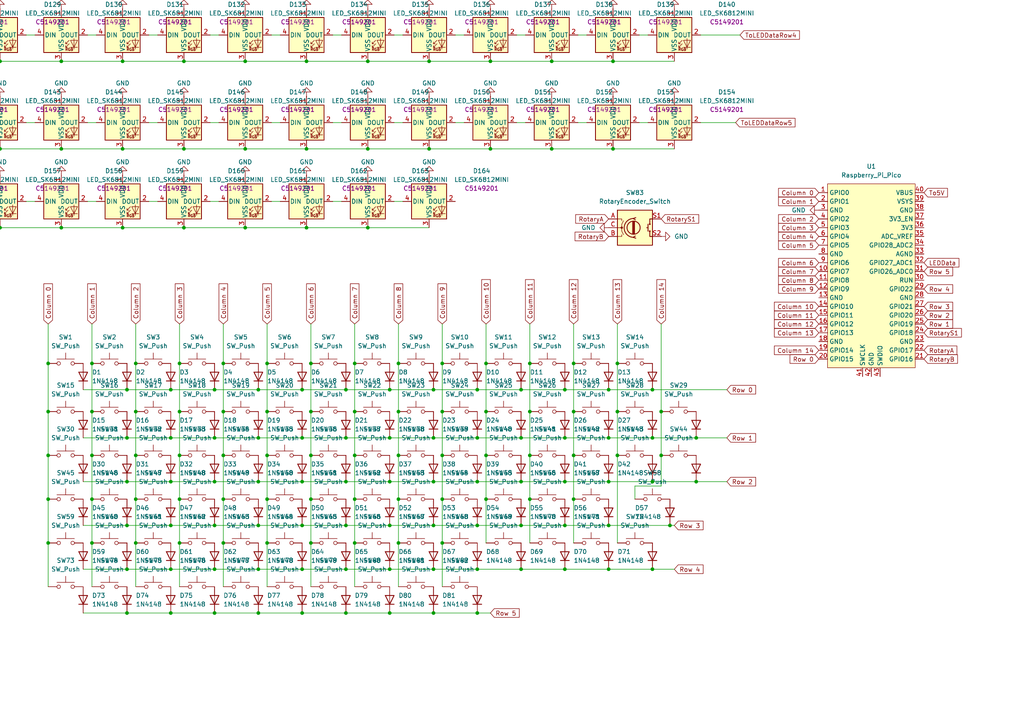
<source format=kicad_sch>
(kicad_sch (version 20231120) (generator "eeschema") (generator_version "8.0")
  (paper "A4")
  (lib_symbols
    (symbol "Device:RotaryEncoder_Switch" (pin_names (offset 0.254) hide)
      (property "Reference" "SW" (at 0 6.604 0))
      (property "Value" "RotaryEncoder_Switch" (at 0 -6.604 0))
      (symbol "RotaryEncoder_Switch_1_1"
        (pin passive line (at -7.62 2.54 0) (length 2.54) (name "A") (number "A"))
        (pin passive line (at -7.62 -2.54 0) (length 2.54) (name "B") (number "B"))
        (pin passive line (at -7.62 0 0) (length 2.54) (name "C") (number "C"))
        (pin passive line (at 7.62 2.54 180) (length 2.54) (name "S1") (number "S1"))
        (pin passive line (at 7.62 -2.54 180) (length 2.54) (name "S2") (number "S2"))
      )
    )
    (symbol "Diode:1N4148" (pin_numbers hide) (pin_names hide)
      (property "Reference" "D" (at 0 2.54 0))
      (property "Value" "1N4148" (at 0 -2.54 0))
      (symbol "1N4148_1_1"
        (pin passive line (at -3.81 0 0) (length 2.54) (name "K") (number "1"))
        (pin passive line (at 3.81 0 180) (length 2.54) (name "A") (number "2"))
      )
    )
    (symbol "ScottoKeebs:LED_SK6812MINI" (pin_names (offset 0.254))
      (property "Reference" "D" (at 2.032 5.588 0))
      (property "Value" "LED_SK6812MINI" (at 1.27 -5.715 0))
      (property "LCSC" "C5149201" (at 0 0 0))
      (symbol "LED_SK6812MINI_0_0"
        (text "RGB" (at 2.286 -4.191 0) (effects (font (size 0.762 0.762))))
      )
      (symbol "LED_SK6812MINI_1_1"
        (pin power_in line (at 0 7.62 270) (length 2.54) (name "VDD") (number "1"))
        (pin output line (at 7.62 0 180) (length 2.54) (name "DOUT") (number "2"))
        (pin power_in line (at 0 -7.62 90) (length 2.54) (name "VSS") (number "3"))
        (pin input line (at -7.62 0 0) (length 2.54) (name "DIN") (number "4"))
      )
    )
    (symbol "ScottoKeebs:MCU_Raspberry_Pi_Pico"
      (property "Reference" "U" (at 0 0 0))
      (property "Value" "Raspberry_Pi_Pico" (at 0 27.94 0))
      (symbol "MCU_Raspberry_Pi_Pico_1_1"
        (pin bidirectional line (at -15.24 24.13 0) (length 2.54) (name "GPIO0") (number "1"))
        (pin bidirectional line (at -15.24 1.27 0) (length 2.54) (name "GPIO7") (number "10"))
        (pin bidirectional line (at -15.24 -1.27 0) (length 2.54) (name "GPIO8") (number "11"))
        (pin bidirectional line (at -15.24 -3.81 0) (length 2.54) (name "GPIO9") (number "12"))
        (pin power_in line (at -15.24 -6.35 0) (length 2.54) (name "GND") (number "13"))
        (pin bidirectional line (at -15.24 -8.89 0) (length 2.54) (name "GPIO10") (number "14"))
        (pin bidirectional line (at -15.24 -11.43 0) (length 2.54) (name "GPIO11") (number "15"))
        (pin bidirectional line (at -15.24 -13.97 0) (length 2.54) (name "GPIO12") (number "16"))
        (pin bidirectional line (at -15.24 -16.51 0) (length 2.54) (name "GPIO13") (number "17"))
        (pin power_in line (at -15.24 -19.05 0) (length 2.54) (name "GND") (number "18"))
        (pin bidirectional line (at -15.24 -21.59 0) (length 2.54) (name "GPIO14") (number "19"))
        (pin bidirectional line (at -15.24 21.59 0) (length 2.54) (name "GPIO1") (number "2"))
        (pin bidirectional line (at -15.24 -24.13 0) (length 2.54) (name "GPIO15") (number "20"))
        (pin bidirectional line (at 15.24 -24.13 180) (length 2.54) (name "GPIO16") (number "21"))
        (pin bidirectional line (at 15.24 -21.59 180) (length 2.54) (name "GPIO17") (number "22"))
        (pin power_in line (at 15.24 -19.05 180) (length 2.54) (name "GND") (number "23"))
        (pin bidirectional line (at 15.24 -16.51 180) (length 2.54) (name "GPIO18") (number "24"))
        (pin bidirectional line (at 15.24 -13.97 180) (length 2.54) (name "GPIO19") (number "25"))
        (pin bidirectional line (at 15.24 -11.43 180) (length 2.54) (name "GPIO20") (number "26"))
        (pin bidirectional line (at 15.24 -8.89 180) (length 2.54) (name "GPIO21") (number "27"))
        (pin power_in line (at 15.24 -6.35 180) (length 2.54) (name "GND") (number "28"))
        (pin bidirectional line (at 15.24 -3.81 180) (length 2.54) (name "GPIO22") (number "29"))
        (pin power_in line (at -15.24 19.05 0) (length 2.54) (name "GND") (number "3"))
        (pin input line (at 15.24 -1.27 180) (length 2.54) (name "RUN") (number "30"))
        (pin bidirectional line (at 15.24 1.27 180) (length 2.54) (name "GPIO26_ADC0") (number "31"))
        (pin bidirectional line (at 15.24 3.81 180) (length 2.54) (name "GPIO27_ADC1") (number "32"))
        (pin power_in line (at 15.24 6.35 180) (length 2.54) (name "AGND") (number "33"))
        (pin bidirectional line (at 15.24 8.89 180) (length 2.54) (name "GPIO28_ADC2") (number "34"))
        (pin power_in line (at 15.24 11.43 180) (length 2.54) (name "ADC_VREF") (number "35"))
        (pin power_in line (at 15.24 13.97 180) (length 2.54) (name "3V3") (number "36"))
        (pin input line (at 15.24 16.51 180) (length 2.54) (name "3V3_EN") (number "37"))
        (pin bidirectional line (at 15.24 19.05 180) (length 2.54) (name "GND") (number "38"))
        (pin power_in line (at 15.24 21.59 180) (length 2.54) (name "VSYS") (number "39"))
        (pin bidirectional line (at -15.24 16.51 0) (length 2.54) (name "GPIO2") (number "4"))
        (pin power_in line (at 15.24 24.13 180) (length 2.54) (name "VBUS") (number "40"))
        (pin input line (at -2.54 -29.21 90) (length 2.54) (name "SWCLK") (number "41"))
        (pin power_in line (at 0 -29.21 90) (length 2.54) (name "GND") (number "42"))
        (pin bidirectional line (at 2.54 -29.21 90) (length 2.54) (name "SWDIO") (number "43"))
        (pin bidirectional line (at -15.24 13.97 0) (length 2.54) (name "GPIO3") (number "5"))
        (pin bidirectional line (at -15.24 11.43 0) (length 2.54) (name "GPIO4") (number "6"))
        (pin bidirectional line (at -15.24 8.89 0) (length 2.54) (name "GPIO5") (number "7"))
        (pin power_in line (at -15.24 6.35 0) (length 2.54) (name "GND") (number "8"))
        (pin bidirectional line (at -15.24 3.81 0) (length 2.54) (name "GPIO6") (number "9"))
      )
    )
    (symbol "Switch:SW_Push" (pin_numbers hide) (pin_names (offset 1.016) hide)
      (property "Reference" "SW" (at 1.27 2.54 0))
      (property "Value" "SW_Push" (at 0 -1.524 0))
      (symbol "SW_Push_0_1"
        (pin passive line (at -5.08 0 0) (length 2.54) (name "1") (number "1"))
        (pin passive line (at 5.08 0 180) (length 2.54) (name "2") (number "2"))
      )
    )
    (symbol "power:GND" (power) (pin_numbers hide) (pin_names (offset 0) hide)
      (property "Value" "GND" (at 0 -3.81 0))
      (symbol "GND_1_1"
        (pin power_in line (at 0 0 270) (length 0) (name "~") (number "1"))
      )
    )
  )
  (junction (at 115.57 132.08))
  (junction (at 138.43 165.1))
  (junction (at 124.46 17.78))
  (junction (at 36.83 139.7))
  (junction (at 35.56 66.04))
  (junction (at 64.77 144.78))
  (junction (at 113.03 127))
  (junction (at 153.67 119.38))
  (junction (at 160.02 -6.35))
  (junction (at 49.53 113.03))
  (junction (at 62.23 165.1))
  (junction (at 140.97 119.38))
  (junction (at 74.93 177.8))
  (junction (at 90.17 105.41))
  (junction (at 106.68 -29.21))
  (junction (at 36.83 165.1))
  (junction (at 0 43.18))
  (junction (at 166.37 119.38))
  (junction (at 106.68 17.78))
  (junction (at 0 -6.35))
  (junction (at 39.37 157.48))
  (junction (at 115.57 157.48))
  (junction (at -35.56 66.04))
  (junction (at 128.27 157.48))
  (junction (at 151.13 152.4))
  (junction (at 52.07 132.08))
  (junction (at 163.83 113.03))
  (junction (at 62.23 113.03))
  (junction (at 17.78 43.18))
  (junction (at 102.87 144.78))
  (junction (at 49.53 152.4))
  (junction (at 100.33 165.1))
  (junction (at 176.53 127))
  (junction (at 71.12 66.04))
  (junction (at 71.12 43.18))
  (junction (at 125.73 177.8))
  (junction (at 17.78 17.78))
  (junction (at 0 66.04))
  (junction (at 166.37 105.41))
  (junction (at 140.97 105.41))
  (junction (at 77.47 157.48))
  (junction (at 124.46 -29.21))
  (junction (at 201.93 127))
  (junction (at 160.02 17.78))
  (junction (at 49.53 177.8))
  (junction (at 39.37 105.41))
  (junction (at 13.97 105.41))
  (junction (at 74.93 127))
  (junction (at 52.07 144.78))
  (junction (at 64.77 105.41))
  (junction (at 106.68 -53.34))
  (junction (at 138.43 139.7))
  (junction (at 102.87 132.08))
  (junction (at 191.77 132.08))
  (junction (at 195.58 -6.35))
  (junction (at 53.34 66.04))
  (junction (at 140.97 144.78))
  (junction (at 74.93 165.1))
  (junction (at 17.78 -29.21))
  (junction (at 102.87 105.41))
  (junction (at -35.56 -6.35))
  (junction (at 128.27 105.41))
  (junction (at 124.46 43.18))
  (junction (at 100.33 113.03))
  (junction (at 189.23 165.1))
  (junction (at 113.03 139.7))
  (junction (at 26.67 119.38))
  (junction (at 160.02 -53.34))
  (junction (at 100.33 152.4))
  (junction (at 179.07 132.08))
  (junction (at 189.23 127))
  (junction (at 189.23 113.03))
  (junction (at 113.03 177.8))
  (junction (at 100.33 127))
  (junction (at 13.97 144.78))
  (junction (at 140.97 132.08))
  (junction (at 163.83 127))
  (junction (at 102.87 157.48))
  (junction (at 142.24 43.18))
  (junction (at 124.46 -53.34))
  (junction (at 90.17 157.48))
  (junction (at 53.34 17.78))
  (junction (at 125.73 152.4))
  (junction (at 0 -29.21))
  (junction (at 125.73 139.7))
  (junction (at 163.83 165.1))
  (junction (at -35.56 43.18))
  (junction (at -35.56 17.78))
  (junction (at 17.78 66.04))
  (junction (at 138.43 177.8))
  (junction (at 90.17 144.78))
  (junction (at 26.67 105.41))
  (junction (at -17.78 43.18))
  (junction (at 115.57 105.41))
  (junction (at 52.07 157.48))
  (junction (at 189.23 139.7))
  (junction (at 153.67 105.41))
  (junction (at 13.97 157.48))
  (junction (at 166.37 132.08))
  (junction (at 125.73 165.1))
  (junction (at 35.56 -53.34))
  (junction (at 74.93 152.4))
  (junction (at 39.37 144.78))
  (junction (at 100.33 139.7))
  (junction (at 115.57 119.38))
  (junction (at 77.47 132.08))
  (junction (at 17.78 -53.34))
  (junction (at 39.37 119.38))
  (junction (at 88.9 -29.21))
  (junction (at 90.17 132.08))
  (junction (at 124.46 -6.35))
  (junction (at -35.56 -53.34))
  (junction (at 35.56 43.18))
  (junction (at 106.68 43.18))
  (junction (at 176.53 139.7))
  (junction (at 88.9 43.18))
  (junction (at 49.53 139.7))
  (junction (at 35.56 17.78))
  (junction (at -17.78 -29.21))
  (junction (at 177.8 -29.21))
  (junction (at 142.24 -6.35))
  (junction (at 17.78 -6.35))
  (junction (at 88.9 17.78))
  (junction (at 113.03 113.03))
  (junction (at 138.43 127))
  (junction (at 36.83 113.03))
  (junction (at 151.13 165.1))
  (junction (at 87.63 177.8))
  (junction (at -17.78 17.78))
  (junction (at 138.43 152.4))
  (junction (at 13.97 119.38))
  (junction (at 87.63 113.03))
  (junction (at 62.23 177.8))
  (junction (at 142.24 -53.34))
  (junction (at 128.27 119.38))
  (junction (at 113.03 152.4))
  (junction (at -35.56 -29.21))
  (junction (at 0 -53.34))
  (junction (at 64.77 132.08))
  (junction (at 77.47 144.78))
  (junction (at 26.67 132.08))
  (junction (at 52.07 119.38))
  (junction (at -17.78 66.04))
  (junction (at 87.63 139.7))
  (junction (at 128.27 144.78))
  (junction (at 100.33 177.8))
  (junction (at 125.73 113.03))
  (junction (at 125.73 127))
  (junction (at 71.12 17.78))
  (junction (at 88.9 -53.34))
  (junction (at 52.07 105.41))
  (junction (at 77.47 105.41))
  (junction (at 151.13 139.7))
  (junction (at 62.23 127))
  (junction (at 36.83 177.8))
  (junction (at 87.63 127))
  (junction (at 62.23 152.4))
  (junction (at 177.8 43.18))
  (junction (at 177.8 -6.35))
  (junction (at 191.77 119.38))
  (junction (at 142.24 17.78))
  (junction (at 177.8 -53.34))
  (junction (at 88.9 -6.35))
  (junction (at 106.68 -6.35))
  (junction (at 88.9 66.04))
  (junction (at 87.63 165.1))
  (junction (at 179.07 119.38))
  (junction (at 74.93 139.7))
  (junction (at 177.8 17.78))
  (junction (at 163.83 152.4))
  (junction (at 49.53 165.1))
  (junction (at 176.53 113.03))
  (junction (at 151.13 113.03))
  (junction (at 90.17 119.38))
  (junction (at 53.34 -6.35))
  (junction (at 160.02 43.18))
  (junction (at 74.93 113.03))
  (junction (at 176.53 152.4))
  (junction (at 151.13 127))
  (junction (at 106.68 66.04))
  (junction (at 35.56 -6.35))
  (junction (at 39.37 132.08))
  (junction (at 87.63 152.4))
  (junction (at 26.67 144.78))
  (junction (at 195.58 -29.21))
  (junction (at 53.34 -53.34))
  (junction (at 53.34 43.18))
  (junction (at 62.23 139.7))
  (junction (at 179.07 105.41))
  (junction (at 128.27 132.08))
  (junction (at 194.31 152.4))
  (junction (at 201.93 139.7))
  (junction (at 153.67 144.78))
  (junction (at 49.53 127))
  (junction (at 160.02 -29.21))
  (junction (at 0 17.78))
  (junction (at 77.47 119.38))
  (junction (at 163.83 139.7))
  (junction (at 71.12 -6.35))
  (junction (at 138.43 113.03))
  (junction (at -17.78 -6.35))
  (junction (at 115.57 144.78))
  (junction (at 102.87 119.38))
  (junction (at 166.37 144.78))
  (junction (at 71.12 -53.34))
  (junction (at 36.83 152.4))
  (junction (at 26.67 157.48))
  (junction (at 13.97 132.08))
  (junction (at -17.78 -53.34))
  (junction (at 142.24 -29.21))
  (junction (at 36.83 127))
  (junction (at 64.77 119.38))
  (junction (at 113.03 165.1))
  (junction (at 35.56 -29.21))
  (junction (at 64.77 157.48))
  (junction (at 53.34 -29.21))
  (junction (at 71.12 -29.21))
  (junction (at 176.53 165.1))
  (junction (at 153.67 132.08))
  (wire (pts (xy 62.23 139.7) (xy 74.93 139.7)))
  (wire (pts (xy 102.87 119.38) (xy 102.87 132.08)))
  (wire (pts (xy 163.83 139.7) (xy 176.53 139.7)))
  (wire (pts (xy 177.8 17.78) (xy 195.58 17.78)))
  (wire (pts (xy 90.17 157.48) (xy 90.17 170.18)))
  (wire (pts (xy 124.46 43.18) (xy 142.24 43.18)))
  (wire (pts (xy 87.63 127) (xy 100.33 127)))
  (wire (pts (xy 7.62 58.42) (xy 10.16 58.42)))
  (wire (pts (xy 106.68 43.18) (xy 124.46 43.18)))
  (wire (pts (xy 90.17 93.98) (xy 90.17 105.41)))
  (wire (pts (xy 43.18 -36.83) (xy 45.72 -36.83)))
  (wire (pts (xy -17.78 -53.34) (xy 0 -53.34)))
  (wire (pts (xy 166.37 144.78) (xy 166.37 157.48)))
  (wire (pts (xy 176.53 152.4) (xy 194.31 152.4)))
  (wire (pts (xy 142.24 -53.34) (xy 160.02 -53.34)))
  (wire (pts (xy 49.53 139.7) (xy 62.23 139.7)))
  (wire (pts (xy 189.23 127) (xy 201.93 127)))
  (wire (pts (xy 114.3 -36.83) (xy 116.84 -36.83)))
  (wire (pts (xy 100.33 165.1) (xy 113.03 165.1)))
  (wire (pts (xy 90.17 119.38) (xy 90.17 132.08)))
  (wire (pts (xy -46.99 43.18) (xy -35.56 43.18)))
  (wire (pts (xy -35.56 43.18) (xy -17.78 43.18)))
  (wire (pts (xy 0 43.18) (xy 17.78 43.18)))
  (wire (pts (xy 35.56 43.18) (xy 53.34 43.18)))
  (wire (pts (xy -10.16 10.16) (xy -7.62 10.16)))
  (wire (pts (xy 49.53 177.8) (xy 62.23 177.8)))
  (wire (pts (xy 222.25 -13.97) (xy 231.14 -13.97)))
  (wire (pts (xy 96.52 58.42) (xy 99.06 58.42)))
  (wire (pts (xy 153.67 144.78) (xy 153.67 157.48)))
  (wire (pts (xy 49.53 152.4) (xy 62.23 152.4)))
  (wire (pts (xy 17.78 -29.21) (xy 35.56 -29.21)))
  (wire (pts (xy 87.63 152.4) (xy 100.33 152.4)))
  (wire (pts (xy 35.56 66.04) (xy 53.34 66.04)))
  (wire (pts (xy 35.56 -29.21) (xy 53.34 -29.21)))
  (wire (pts (xy 26.67 157.48) (xy 26.67 170.18)))
  (wire (pts (xy 106.68 -53.34) (xy 124.46 -53.34)))
  (wire (pts (xy 100.33 113.03) (xy 113.03 113.03)))
  (wire (pts (xy -10.16 35.56) (xy -7.62 35.56)))
  (wire (pts (xy 77.47 157.48) (xy 77.47 170.18)))
  (wire (pts (xy 160.02 -29.21) (xy 177.8 -29.21)))
  (wire (pts (xy 24.13 113.03) (xy 36.83 113.03)))
  (wire (pts (xy 132.08 -60.96) (xy 134.62 -60.96)))
  (wire (pts (xy 62.23 177.8) (xy 74.93 177.8)))
  (wire (pts (xy 71.12 66.04) (xy 88.9 66.04)))
  (wire (pts (xy 102.87 157.48) (xy 102.87 170.18)))
  (wire (pts (xy 49.53 127) (xy 62.23 127)))
  (wire (pts (xy 62.23 165.1) (xy 74.93 165.1)))
  (wire (pts (xy 25.4 -36.83) (xy 27.94 -36.83)))
  (wire (pts (xy 185.42 -13.97) (xy 187.96 -13.97)))
  (wire (pts (xy 153.67 119.38) (xy 153.67 132.08)))
  (wire (pts (xy 113.03 113.03) (xy 125.73 113.03)))
  (wire (pts (xy 26.67 93.98) (xy 26.67 105.41)))
  (wire (pts (xy 71.12 -53.34) (xy 88.9 -53.34)))
  (wire (pts (xy 24.13 127) (xy 36.83 127)))
  (wire (pts (xy 138.43 139.7) (xy 151.13 139.7)))
  (wire (pts (xy 128.27 119.38) (xy 128.27 132.08)))
  (wire (pts (xy 7.62 -60.96) (xy 10.16 -60.96)))
  (wire (pts (xy 96.52 35.56) (xy 99.06 35.56)))
  (wire (pts (xy 53.34 -6.35) (xy 71.12 -6.35)))
  (wire (pts (xy 115.57 132.08) (xy 115.57 144.78)))
  (wire (pts (xy 36.83 113.03) (xy 49.53 113.03)))
  (wire (pts (xy 64.77 157.48) (xy 64.77 170.18)))
  (wire (pts (xy 179.07 119.38) (xy 179.07 132.08)))
  (wire (pts (xy 149.86 -36.83) (xy 152.4 -36.83)))
  (wire (pts (xy 149.86 10.16) (xy 152.4 10.16)))
  (wire (pts (xy 74.93 127) (xy 87.63 127)))
  (wire (pts (xy -27.94 35.56) (xy -25.4 35.56)))
  (wire (pts (xy 176.53 127) (xy 189.23 127)))
  (wire (pts (xy 87.63 165.1) (xy 100.33 165.1)))
  (wire (pts (xy 201.93 139.7) (xy 210.82 139.7)))
  (wire (pts (xy 166.37 105.41) (xy 166.37 119.38)))
  (wire (pts (xy 115.57 119.38) (xy 115.57 132.08)))
  (wire (pts (xy 88.9 -53.34) (xy 106.68 -53.34)))
  (wire (pts (xy 74.93 177.8) (xy 87.63 177.8)))
  (wire (pts (xy 194.31 152.4) (xy 195.58 152.4)))
  (wire (pts (xy 62.23 113.03) (xy 74.93 113.03)))
  (wire (pts (xy 125.73 113.03) (xy 138.43 113.03)))
  (wire (pts (xy 43.18 -13.97) (xy 45.72 -13.97)))
  (wire (pts (xy -10.16 -60.96) (xy -7.62 -60.96)))
  (wire (pts (xy 78.74 35.56) (xy 81.28 35.56)))
  (wire (pts (xy -46.99 66.04) (xy -35.56 66.04)))
  (wire (pts (xy 0 17.78) (xy 17.78 17.78)))
  (wire (pts (xy 77.47 119.38) (xy 77.47 132.08)))
  (wire (pts (xy 26.67 144.78) (xy 26.67 157.48)))
  (wire (pts (xy 177.8 -53.34) (xy 195.58 -53.34)))
  (wire (pts (xy 13.97 157.48) (xy 13.97 170.18)))
  (wire (pts (xy 166.37 119.38) (xy 166.37 132.08)))
  (wire (pts (xy -35.56 -53.34) (xy -17.78 -53.34)))
  (wire (pts (xy 100.33 139.7) (xy 113.03 139.7)))
  (wire (pts (xy 49.53 113.03) (xy 62.23 113.03)))
  (wire (pts (xy 7.62 10.16) (xy 10.16 10.16)))
  (wire (pts (xy -27.94 -60.96) (xy -25.4 -60.96)))
  (wire (pts (xy 142.24 43.18) (xy 160.02 43.18)))
  (wire (pts (xy -27.94 58.42) (xy -25.4 58.42)))
  (wire (pts (xy 140.97 93.98) (xy 140.97 105.41)))
  (wire (pts (xy 203.2 10.16) (xy 214.63 10.16)))
  (wire (pts (xy 138.43 165.1) (xy 151.13 165.1)))
  (wire (pts (xy 163.83 152.4) (xy 176.53 152.4)))
  (wire (pts (xy 138.43 113.03) (xy 151.13 113.03)))
  (wire (pts (xy 71.12 -6.35) (xy 88.9 -6.35)))
  (wire (pts (xy 166.37 93.98) (xy 166.37 105.41)))
  (wire (pts (xy 36.83 177.8) (xy 49.53 177.8)))
  (wire (pts (xy 87.63 177.8) (xy 100.33 177.8)))
  (wire (pts (xy 167.64 -60.96) (xy 170.18 -60.96)))
  (wire (pts (xy 151.13 152.4) (xy 163.83 152.4)))
  (wire (pts (xy 151.13 139.7) (xy 163.83 139.7)))
  (wire (pts (xy -35.56 -6.35) (xy -17.78 -6.35)))
  (wire (pts (xy 132.08 35.56) (xy 134.62 35.56)))
  (wire (pts (xy 125.73 177.8) (xy 138.43 177.8)))
  (wire (pts (xy 189.23 165.1) (xy 195.58 165.1)))
  (wire (pts (xy 62.23 127) (xy 74.93 127)))
  (wire (pts (xy 39.37 119.38) (xy 39.37 132.08)))
  (wire (pts (xy 78.74 58.42) (xy 81.28 58.42)))
  (wire (pts (xy 124.46 -29.21) (xy 142.24 -29.21)))
  (wire (pts (xy 39.37 93.98) (xy 39.37 105.41)))
  (wire (pts (xy 43.18 35.56) (xy 45.72 35.56)))
  (wire (pts (xy 163.83 113.03) (xy 176.53 113.03)))
  (wire (pts (xy 88.9 17.78) (xy 106.68 17.78)))
  (wire (pts (xy 43.18 -60.96) (xy 45.72 -60.96)))
  (wire (pts (xy 39.37 157.48) (xy 39.37 170.18)))
  (wire (pts (xy 220.98 -36.83) (xy 229.87 -36.83)))
  (wire (pts (xy 179.07 132.08) (xy 179.07 157.48)))
  (wire (pts (xy 39.37 105.41) (xy 39.37 119.38)))
  (wire (pts (xy 100.33 152.4) (xy 113.03 152.4)))
  (wire (pts (xy 60.96 -60.96) (xy 63.5 -60.96)))
  (wire (pts (xy 0 -29.21) (xy 17.78 -29.21)))
  (wire (pts (xy 88.9 66.04) (xy 106.68 66.04)))
  (wire (pts (xy 160.02 -6.35) (xy 177.8 -6.35)))
  (wire (pts (xy 195.58 -6.35) (xy 214.63 -6.35)))
  (wire (pts (xy 115.57 93.98) (xy 115.57 105.41)))
  (wire (pts (xy 142.24 17.78) (xy 160.02 17.78)))
  (wire (pts (xy 71.12 -29.21) (xy 88.9 -29.21)))
  (wire (pts (xy 24.13 139.7) (xy 36.83 139.7)))
  (wire (pts (xy 52.07 119.38) (xy 52.07 132.08)))
  (wire (pts (xy 185.42 -36.83) (xy 187.96 -36.83)))
  (wire (pts (xy 113.03 177.8) (xy 125.73 177.8)))
  (wire (pts (xy 138.43 177.8) (xy 142.24 177.8)))
  (wire (pts (xy 113.03 127) (xy 125.73 127)))
  (wire (pts (xy 60.96 35.56) (xy 63.5 35.56)))
  (wire (pts (xy 88.9 43.18) (xy 106.68 43.18)))
  (wire (pts (xy 78.74 10.16) (xy 81.28 10.16)))
  (wire (pts (xy 71.12 43.18) (xy 88.9 43.18)))
  (wire (pts (xy 124.46 -6.35) (xy 142.24 -6.35)))
  (wire (pts (xy 115.57 157.48) (xy 115.57 170.18)))
  (wire (pts (xy 88.9 -6.35) (xy 106.68 -6.35)))
  (wire (pts (xy -27.94 -13.97) (xy -25.4 -13.97)))
  (wire (pts (xy 88.9 -29.21) (xy 106.68 -29.21)))
  (wire (pts (xy 113.03 152.4) (xy 125.73 152.4)))
  (wire (pts (xy 13.97 93.98) (xy 13.97 105.41)))
  (wire (pts (xy 167.64 -36.83) (xy 170.18 -36.83)))
  (wire (pts (xy 151.13 127) (xy 163.83 127)))
  (wire (pts (xy 0 -6.35) (xy 17.78 -6.35)))
  (wire (pts (xy 26.67 119.38) (xy 26.67 132.08)))
  (wire (pts (xy 52.07 144.78) (xy 52.07 157.48)))
  (wire (pts (xy 77.47 144.78) (xy 77.47 157.48)))
  (wire (pts (xy 114.3 -13.97) (xy 116.84 -13.97)))
  (wire (pts (xy 191.77 119.38) (xy 191.77 132.08)))
  (wire (pts (xy 166.37 132.08) (xy 166.37 144.78)))
  (wire (pts (xy 128.27 132.08) (xy 128.27 144.78)))
  (wire (pts (xy 17.78 17.78) (xy 35.56 17.78)))
  (wire (pts (xy 74.93 165.1) (xy 87.63 165.1)))
  (wire (pts (xy 25.4 35.56) (xy 27.94 35.56)))
  (wire (pts (xy 7.62 -36.83) (xy 10.16 -36.83)))
  (wire (pts (xy 100.33 177.8) (xy 113.03 177.8)))
  (wire (pts (xy 64.77 105.41) (xy 64.77 119.38)))
  (wire (pts (xy 90.17 132.08) (xy 90.17 144.78)))
  (wire (pts (xy 128.27 157.48) (xy 128.27 170.18)))
  (wire (pts (xy 140.97 132.08) (xy 140.97 144.78)))
  (wire (pts (xy 132.08 -13.97) (xy 134.62 -13.97)))
  (wire (pts (xy 176.53 113.03) (xy 189.23 113.03)))
  (wire (pts (xy 25.4 -13.97) (xy 27.94 -13.97)))
  (wire (pts (xy -35.56 17.78) (xy -17.78 17.78)))
  (wire (pts (xy 102.87 105.41) (xy 102.87 119.38)))
  (wire (pts (xy 113.03 165.1) (xy 125.73 165.1)))
  (wire (pts (xy 138.43 127) (xy 151.13 127)))
  (wire (pts (xy 153.67 93.98) (xy 153.67 105.41)))
  (wire (pts (xy 17.78 -53.34) (xy 35.56 -53.34)))
  (wire (pts (xy 35.56 -6.35) (xy 53.34 -6.35)))
  (wire (pts (xy 184.15 144.78) (xy 184.15 140.97)))
  (wire (pts (xy -35.56 66.04) (xy -17.78 66.04)))
  (wire (pts (xy 102.87 132.08) (xy 102.87 144.78)))
  (wire (pts (xy 151.13 113.03) (xy 163.83 113.03)))
  (wire (pts (xy -35.56 -29.21) (xy -17.78 -29.21)))
  (wire (pts (xy 125.73 165.1) (xy 138.43 165.1)))
  (wire (pts (xy 25.4 -60.96) (xy 27.94 -60.96)))
  (wire (pts (xy 0 66.04) (xy 17.78 66.04)))
  (wire (pts (xy 195.58 -29.21) (xy 213.36 -29.21)))
  (wire (pts (xy 39.37 132.08) (xy 39.37 144.78)))
  (wire (pts (xy 114.3 58.42) (xy 116.84 58.42)))
  (wire (pts (xy -46.99 -29.21) (xy -35.56 -29.21)))
  (wire (pts (xy 113.03 139.7) (xy 125.73 139.7)))
  (wire (pts (xy 60.96 10.16) (xy 63.5 10.16)))
  (wire (pts (xy 185.42 35.56) (xy 187.96 35.56)))
  (wire (pts (xy -17.78 43.18) (xy 0 43.18)))
  (wire (pts (xy 77.47 132.08) (xy 77.47 144.78)))
  (wire (pts (xy -10.16 -36.83) (xy -7.62 -36.83)))
  (wire (pts (xy 132.08 10.16) (xy 134.62 10.16)))
  (wire (pts (xy 149.86 35.56) (xy 152.4 35.56)))
  (wire (pts (xy 60.96 -13.97) (xy 63.5 -13.97)))
  (wire (pts (xy 189.23 139.7) (xy 201.93 139.7)))
  (wire (pts (xy 78.74 -60.96) (xy 81.28 -60.96)))
  (wire (pts (xy 114.3 35.56) (xy 116.84 35.56)))
  (wire (pts (xy 125.73 152.4) (xy 138.43 152.4)))
  (wire (pts (xy 132.08 -36.83) (xy 134.62 -36.83)))
  (wire (pts (xy -44.45 -53.34) (xy -35.56 -53.34)))
  (wire (pts (xy 77.47 105.41) (xy 77.47 119.38)))
  (wire (pts (xy 149.86 -60.96) (xy 152.4 -60.96)))
  (wire (pts (xy 140.97 105.41) (xy 140.97 119.38)))
  (wire (pts (xy 13.97 119.38) (xy 13.97 132.08)))
  (wire (pts (xy 115.57 144.78) (xy 115.57 157.48)))
  (wire (pts (xy 151.13 165.1) (xy 163.83 165.1)))
  (wire (pts (xy 102.87 144.78) (xy 102.87 157.48)))
  (wire (pts (xy 140.97 144.78) (xy 140.97 157.48)))
  (wire (pts (xy 96.52 -13.97) (xy 99.06 -13.97)))
  (wire (pts (xy 64.77 119.38) (xy 64.77 132.08)))
  (wire (pts (xy 49.53 165.1) (xy 62.23 165.1)))
  (wire (pts (xy 77.47 93.98) (xy 77.47 105.41)))
  (wire (pts (xy 17.78 43.18) (xy 35.56 43.18)))
  (wire (pts (xy 60.96 58.42) (xy 63.5 58.42)))
  (wire (pts (xy 36.83 127) (xy 49.53 127)))
  (wire (pts (xy 160.02 43.18) (xy 177.8 43.18)))
  (wire (pts (xy 163.83 165.1) (xy 176.53 165.1)))
  (wire (pts (xy 176.53 165.1) (xy 189.23 165.1)))
  (wire (pts (xy 13.97 144.78) (xy 13.97 157.48)))
  (wire (pts (xy 36.83 139.7) (xy 49.53 139.7)))
  (wire (pts (xy 35.56 17.78) (xy 53.34 17.78)))
  (wire (pts (xy 128.27 93.98) (xy 128.27 105.41)))
  (wire (pts (xy 184.15 140.97) (xy 191.77 140.97)))
  (wire (pts (xy 26.67 105.41) (xy 26.67 119.38)))
  (wire (pts (xy 74.93 113.03) (xy 87.63 113.03)))
  (wire (pts (xy 160.02 -53.34) (xy 177.8 -53.34)))
  (wire (pts (xy 191.77 132.08) (xy 191.77 140.97)))
  (wire (pts (xy 26.67 132.08) (xy 26.67 144.78)))
  (wire (pts (xy 24.13 152.4) (xy 36.83 152.4)))
  (wire (pts (xy 87.63 113.03) (xy 100.33 113.03)))
  (wire (pts (xy 78.74 -36.83) (xy 81.28 -36.83)))
  (wire (pts (xy 124.46 -53.34) (xy 142.24 -53.34)))
  (wire (pts (xy 60.96 -36.83) (xy 63.5 -36.83)))
  (wire (pts (xy 128.27 105.41) (xy 128.27 119.38)))
  (wire (pts (xy 201.93 127) (xy 210.82 127)))
  (wire (pts (xy 90.17 144.78) (xy 90.17 157.48)))
  (wire (pts (xy 142.24 -29.21) (xy 160.02 -29.21)))
  (wire (pts (xy 96.52 10.16) (xy 99.06 10.16)))
  (wire (pts (xy 7.62 35.56) (xy 10.16 35.56)))
  (wire (pts (xy 13.97 105.41) (xy 13.97 119.38)))
  (wire (pts (xy -27.94 -36.83) (xy -25.4 -36.83)))
  (wire (pts (xy 62.23 152.4) (xy 74.93 152.4)))
  (wire (pts (xy -10.16 -13.97) (xy -7.62 -13.97)))
  (wire (pts (xy 140.97 119.38) (xy 140.97 132.08)))
  (wire (pts (xy 125.73 139.7) (xy 138.43 139.7)))
  (wire (pts (xy 179.07 105.41) (xy 179.07 119.38)))
  (wire (pts (xy 52.07 93.98) (xy 52.07 105.41)))
  (wire (pts (xy 102.87 93.98) (xy 102.87 105.41)))
  (wire (pts (xy 138.43 152.4) (xy 151.13 152.4)))
  (wire (pts (xy 0 -53.34) (xy 17.78 -53.34)))
  (wire (pts (xy 177.8 43.18) (xy 195.58 43.18)))
  (wire (pts (xy 185.42 10.16) (xy 187.96 10.16)))
  (wire (pts (xy 167.64 10.16) (xy 170.18 10.16)))
  (wire (pts (xy 167.64 -13.97) (xy 170.18 -13.97)))
  (wire (pts (xy 124.46 17.78) (xy 142.24 17.78)))
  (wire (pts (xy 115.57 105.41) (xy 115.57 119.38)))
  (wire (pts (xy 114.3 10.16) (xy 116.84 10.16)))
  (wire (pts (xy 52.07 157.48) (xy 52.07 170.18)))
  (wire (pts (xy 189.23 113.03) (xy 210.82 113.03)))
  (wire (pts (xy -17.78 17.78) (xy 0 17.78)))
  (wire (pts (xy 90.17 105.41) (xy 90.17 119.38)))
  (wire (pts (xy 106.68 -29.21) (xy 124.46 -29.21)))
  (wire (pts (xy 53.34 43.18) (xy 71.12 43.18)))
  (wire (pts (xy 52.07 132.08) (xy 52.07 144.78)))
  (wire (pts (xy 96.52 -36.83) (xy 99.06 -36.83)))
  (wire (pts (xy 203.2 -13.97) (xy 207.01 -13.97)))
  (wire (pts (xy 64.77 144.78) (xy 64.77 157.48)))
  (wire (pts (xy 153.67 105.41) (xy 153.67 119.38)))
  (wire (pts (xy 53.34 -53.34) (xy 71.12 -53.34)))
  (wire (pts (xy 160.02 17.78) (xy 177.8 17.78)))
  (wire (pts (xy 43.18 10.16) (xy 45.72 10.16)))
  (wire (pts (xy 106.68 17.78) (xy 124.46 17.78)))
  (wire (pts (xy 203.2 -36.83) (xy 205.74 -36.83)))
  (wire (pts (xy 114.3 -60.96) (xy 116.84 -60.96)))
  (wire (pts (xy 24.13 165.1) (xy 36.83 165.1)))
  (wire (pts (xy 39.37 144.78) (xy 39.37 157.48)))
  (wire (pts (xy -17.78 -6.35) (xy 0 -6.35)))
  (wire (pts (xy 25.4 58.42) (xy 27.94 58.42)))
  (wire (pts (xy 43.18 58.42) (xy 45.72 58.42)))
  (wire (pts (xy 71.12 17.78) (xy 88.9 17.78)))
  (wire (pts (xy 87.63 139.7) (xy 100.33 139.7)))
  (wire (pts (xy -27.94 10.16) (xy -25.4 10.16)))
  (wire (pts (xy -10.16 58.42) (xy -7.62 58.42)))
  (wire (pts (xy 125.73 127) (xy 138.43 127)))
  (wire (pts (xy 128.27 144.78) (xy 128.27 157.48)))
  (wire (pts (xy 35.56 -53.34) (xy 53.34 -53.34)))
  (wire (pts (xy 179.07 93.98) (xy 179.07 105.41)))
  (wire (pts (xy 53.34 -29.21) (xy 71.12 -29.21)))
  (wire (pts (xy 17.78 66.04) (xy 35.56 66.04)))
  (wire (pts (xy 142.24 -6.35) (xy 160.02 -6.35)))
  (wire (pts (xy 7.62 -13.97) (xy 10.16 -13.97)))
  (wire (pts (xy 177.8 -6.35) (xy 195.58 -6.35)))
  (wire (pts (xy 177.8 -29.21) (xy 195.58 -29.21)))
  (wire (pts (xy 13.97 132.08) (xy 13.97 144.78)))
  (wire (pts (xy 64.77 93.98) (xy 64.77 105.41)))
  (wire (pts (xy 53.34 17.78) (xy 71.12 17.78)))
  (wire (pts (xy 185.42 -60.96) (xy 187.96 -60.96)))
  (wire (pts (xy 53.34 66.04) (xy 71.12 66.04)))
  (wire (pts (xy 203.2 -60.96) (xy 208.28 -60.96)))
  (wire (pts (xy 24.13 177.8) (xy 36.83 177.8)))
  (wire (pts (xy 17.78 -6.35) (xy 35.56 -6.35)))
  (wire (pts (xy 149.86 -13.97) (xy 152.4 -13.97)))
  (wire (pts (xy 176.53 139.7) (xy 189.23 139.7)))
  (wire (pts (xy 153.67 132.08) (xy 153.67 144.78)))
  (wire (pts (xy 25.4 10.16) (xy 27.94 10.16)))
  (wire (pts (xy 167.64 35.56) (xy 170.18 35.56)))
  (wire (pts (xy 106.68 66.04) (xy 124.46 66.04)))
  (wire (pts (xy 52.07 105.41) (xy 52.07 119.38)))
  (wire (pts (xy 36.83 152.4) (xy 49.53 152.4)))
  (wire (pts (xy 100.33 127) (xy 113.03 127)))
  (wire (pts (xy 203.2 35.56) (xy 213.36 35.56)))
  (wire (pts (xy -17.78 66.04) (xy 0 66.04)))
  (wire (pts (xy 191.77 93.98) (xy 191.77 119.38)))
  (wire (pts (xy -17.78 -29.21) (xy 0 -29.21)))
  (wire (pts (xy -46.99 -6.35) (xy -35.56 -6.35)))
  (wire (pts (xy -46.99 17.78) (xy -35.56 17.78)))
  (wire (pts (xy 96.52 -60.96) (xy 99.06 -60.96)))
  (wire (pts (xy 106.68 -6.35) (xy 124.46 -6.35)))
  (wire (pts (xy 64.77 132.08) (xy 64.77 144.78)))
  (wire (pts (xy 163.83 127) (xy 176.53 127)))
  (wire (pts (xy 74.93 152.4) (xy 87.63 152.4)))
  (wire (pts (xy 78.74 -13.97) (xy 81.28 -13.97)))
  (wire (pts (xy 36.83 165.1) (xy 49.53 165.1)))
  (wire (pts (xy 74.93 139.7) (xy 87.63 139.7)))
  (global_label "Row 1" (shape input) (at 210.82 127 0) (property "Intersheetrefs" "${INTERSHEET_REFS}" (effects (hide yes))))
  (global_label "Column 7" (shape input) (at 237.49 78.74 180) (property "Intersheetrefs" "${INTERSHEET_REFS}" (effects (hide yes))))
  (global_label "RotaryA" (shape input) (at 267.97 101.6 0) (property "Intersheetrefs" "${INTERSHEET_REFS}" (effects (hide yes))))
  (global_label "Column 11" (shape input) (at 237.49 91.44 180) (property "Intersheetrefs" "${INTERSHEET_REFS}" (effects (hide yes))))
  (global_label "Column 8" (shape input) (at 115.57 93.98 90) (property "Intersheetrefs" "${INTERSHEET_REFS}" (effects (hide yes))))
  (global_label "Column 9" (shape input) (at 128.27 93.98 90) (property "Intersheetrefs" "${INTERSHEET_REFS}" (effects (hide yes))))
  (global_label "Row 4" (shape input) (at 195.58 165.1 0) (property "Intersheetrefs" "${INTERSHEET_REFS}" (effects (hide yes))))
  (global_label "ToLEDDataRow3" (shape input) (at 231.14 -13.97 0) (property "Intersheetrefs" "${INTERSHEET_REFS}" (effects (hide yes))))
  (global_label "LEDData" (shape input) (at -43.18 -60.96 180) (property "Intersheetrefs" "${INTERSHEET_REFS}" (effects (hide yes))))
  (global_label "Column 6" (shape input) (at 90.17 93.98 90) (property "Intersheetrefs" "${INTERSHEET_REFS}" (effects (hide yes))))
  (global_label "Column 10" (shape input) (at 140.97 93.98 90) (property "Intersheetrefs" "${INTERSHEET_REFS}" (effects (hide yes))))
  (global_label "Column 1" (shape input) (at 26.67 93.98 90) (property "Intersheetrefs" "${INTERSHEET_REFS}" (effects (hide yes))))
  (global_label "Row 3" (shape input) (at 195.58 152.4 0) (property "Intersheetrefs" "${INTERSHEET_REFS}" (effects (hide yes))))
  (global_label "Column 4" (shape input) (at 237.49 68.58 180) (property "Intersheetrefs" "${INTERSHEET_REFS}" (effects (hide yes))))
  (global_label "ToLEDDataRow4" (shape input) (at -43.18 35.56 180) (property "Intersheetrefs" "${INTERSHEET_REFS}" (effects (hide yes))))
  (global_label "Column 3" (shape input) (at 52.07 93.98 90) (property "Intersheetrefs" "${INTERSHEET_REFS}" (effects (hide yes))))
  (global_label "Column 0" (shape input) (at 237.49 55.88 180) (property "Intersheetrefs" "${INTERSHEET_REFS}" (effects (hide yes))))
  (global_label "Column 14" (shape input) (at 191.77 93.98 90) (property "Intersheetrefs" "${INTERSHEET_REFS}" (effects (hide yes))))
  (global_label "RotaryS1" (shape input) (at 267.97 96.52 0) (property "Intersheetrefs" "${INTERSHEET_REFS}" (effects (hide yes))))
  (global_label "ToLEDDataRow5" (shape input) (at 213.36 35.56 0) (property "Intersheetrefs" "${INTERSHEET_REFS}" (effects (hide yes))))
  (global_label "Row 1" (shape input) (at 267.97 93.98 0) (property "Intersheetrefs" "${INTERSHEET_REFS}" (effects (hide yes))))
  (global_label "Row 0" (shape input) (at 210.82 113.03 0) (property "Intersheetrefs" "${INTERSHEET_REFS}" (effects (hide yes))))
  (global_label "Row 5" (shape input) (at 267.97 78.74 0) (property "Intersheetrefs" "${INTERSHEET_REFS}" (effects (hide yes))))
  (global_label "ToLEDDataRow2" (shape input) (at 229.87 -36.83 0) (property "Intersheetrefs" "${INTERSHEET_REFS}" (effects (hide yes))))
  (global_label "ToLEDDataRow5" (shape input) (at -43.18 58.42 180) (property "Intersheetrefs" "${INTERSHEET_REFS}" (effects (hide yes))))
  (global_label "Row 2" (shape input) (at 210.82 139.7 0) (property "Intersheetrefs" "${INTERSHEET_REFS}" (effects (hide yes))))
  (global_label "Column 11" (shape input) (at 153.67 93.98 90) (property "Intersheetrefs" "${INTERSHEET_REFS}" (effects (hide yes))))
  (global_label "Row 5" (shape input) (at 142.24 177.8 0) (property "Intersheetrefs" "${INTERSHEET_REFS}" (effects (hide yes))))
  (global_label "Column 6" (shape input) (at 237.49 76.2 180) (property "Intersheetrefs" "${INTERSHEET_REFS}" (effects (hide yes))))
  (global_label "To5V" (shape input) (at -46.99 66.04 180) (property "Intersheetrefs" "${INTERSHEET_REFS}" (effects (hide yes))))
  (global_label "RotaryS1" (shape input) (at 191.77 63.5 0) (property "Intersheetrefs" "${INTERSHEET_REFS}" (effects (hide yes))))
  (global_label "To5V" (shape input) (at -46.99 -29.21 180) (property "Intersheetrefs" "${INTERSHEET_REFS}" (effects (hide yes))))
  (global_label "LEDData" (shape input) (at 267.97 76.2 0) (property "Intersheetrefs" "${INTERSHEET_REFS}" (effects (hide yes))))
  (global_label "Column 13" (shape input) (at 179.07 93.98 90) (property "Intersheetrefs" "${INTERSHEET_REFS}" (effects (hide yes))))
  (global_label "RotaryB" (shape input) (at 267.97 104.14 0) (property "Intersheetrefs" "${INTERSHEET_REFS}" (effects (hide yes))))
  (global_label "ToLEDDataRow2" (shape input) (at -43.18 -13.97 180) (property "Intersheetrefs" "${INTERSHEET_REFS}" (effects (hide yes))))
  (global_label "To5V" (shape input) (at 267.97 55.88 0) (property "Intersheetrefs" "${INTERSHEET_REFS}" (effects (hide yes))))
  (global_label "Column 1" (shape input) (at 237.49 58.42 180) (property "Intersheetrefs" "${INTERSHEET_REFS}" (effects (hide yes))))
  (global_label "ToLEDDataRow1" (shape input) (at 208.28 -60.96 0) (property "Intersheetrefs" "${INTERSHEET_REFS}" (effects (hide yes))))
  (global_label "Row 4" (shape input) (at 267.97 83.82 0) (property "Intersheetrefs" "${INTERSHEET_REFS}" (effects (hide yes))))
  (global_label "Column 2" (shape input) (at 237.49 63.5 180) (property "Intersheetrefs" "${INTERSHEET_REFS}" (effects (hide yes))))
  (global_label "ToLEDDataRow1" (shape input) (at -43.18 -36.83 180) (property "Intersheetrefs" "${INTERSHEET_REFS}" (effects (hide yes))))
  (global_label "RotaryB" (shape input) (at 176.53 68.58 180) (property "Intersheetrefs" "${INTERSHEET_REFS}" (effects (hide yes))))
  (global_label "Column 0" (shape input) (at 13.97 93.98 90) (property "Intersheetrefs" "${INTERSHEET_REFS}" (effects (hide yes))))
  (global_label "ToLEDDataRow3" (shape input) (at -43.18 10.16 180) (property "Intersheetrefs" "${INTERSHEET_REFS}" (effects (hide yes))))
  (global_label "Row 3" (shape input) (at 267.97 88.9 0) (property "Intersheetrefs" "${INTERSHEET_REFS}" (effects (hide yes))))
  (global_label "To5V" (shape input) (at -44.45 -53.34 180) (property "Intersheetrefs" "${INTERSHEET_REFS}" (effects (hide yes))))
  (global_label "To5V" (shape input) (at -46.99 17.78 180) (property "Intersheetrefs" "${INTERSHEET_REFS}" (effects (hide yes))))
  (global_label "RotaryA" (shape input) (at 176.53 63.5 180) (property "Intersheetrefs" "${INTERSHEET_REFS}" (effects (hide yes))))
  (global_label "Column 5" (shape input) (at 77.47 93.98 90) (property "Intersheetrefs" "${INTERSHEET_REFS}" (effects (hide yes))))
  (global_label "Column 5" (shape input) (at 237.49 71.12 180) (property "Intersheetrefs" "${INTERSHEET_REFS}" (effects (hide yes))))
  (global_label "Column 2" (shape input) (at 39.37 93.98 90) (property "Intersheetrefs" "${INTERSHEET_REFS}" (effects (hide yes))))
  (global_label "Column 8" (shape input) (at 237.49 81.28 180) (property "Intersheetrefs" "${INTERSHEET_REFS}" (effects (hide yes))))
  (global_label "Column 12" (shape input) (at 237.49 93.98 180) (property "Intersheetrefs" "${INTERSHEET_REFS}" (effects (hide yes))))
  (global_label "Column 12" (shape input) (at 166.37 93.98 90) (property "Intersheetrefs" "${INTERSHEET_REFS}" (effects (hide yes))))
  (global_label "To5V" (shape input) (at -46.99 43.18 180) (property "Intersheetrefs" "${INTERSHEET_REFS}" (effects (hide yes))))
  (global_label "Row 2" (shape input) (at 267.97 91.44 0) (property "Intersheetrefs" "${INTERSHEET_REFS}" (effects (hide yes))))
  (global_label "Column 7" (shape input) (at 102.87 93.98 90) (property "Intersheetrefs" "${INTERSHEET_REFS}" (effects (hide yes))))
  (global_label "Row 0" (shape input) (at 237.49 104.14 180) (property "Intersheetrefs" "${INTERSHEET_REFS}" (effects (hide yes))))
  (global_label "Column 13" (shape input) (at 237.49 96.52 180) (property "Intersheetrefs" "${INTERSHEET_REFS}" (effects (hide yes))))
  (global_label "Column 10" (shape input) (at 237.49 88.9 180) (property "Intersheetrefs" "${INTERSHEET_REFS}" (effects (hide yes))))
  (global_label "To5V" (shape input) (at -46.99 -6.35 180) (property "Intersheetrefs" "${INTERSHEET_REFS}" (effects (hide yes))))
  (global_label "Column 14" (shape input) (at 237.49 101.6 180) (property "Intersheetrefs" "${INTERSHEET_REFS}" (effects (hide yes))))
  (global_label "Column 9" (shape input) (at 237.49 83.82 180) (property "Intersheetrefs" "${INTERSHEET_REFS}" (effects (hide yes))))
  (global_label "Column 4" (shape input) (at 64.77 93.98 90) (property "Intersheetrefs" "${INTERSHEET_REFS}" (effects (hide yes))))
  (global_label "ToLEDDataRow4" (shape input) (at 214.63 10.16 0) (property "Intersheetrefs" "${INTERSHEET_REFS}" (effects (hide yes))))
  (global_label "Column 3" (shape input) (at 237.49 66.04 180) (property "Intersheetrefs" "${INTERSHEET_REFS}" (effects (hide yes))))
  (symbol (lib_id "ScottoKeebs:LED_SK6812MINI") (at 142.24 10.16 0) (unit 1)
    (property "Reference" "D137" (at 157.48 1.3014 0))
    (property "Value" "LED_SK6812MINI" (at 157.48 3.8414 0))
    (property "Footprint" "SK6812-MINI-E:SK6812-MINI-E" (effects (hide yes)))
    (property "Datasheet" "https://cdn-shop.adafruit.com/product-files/2686/SK6812MINI_REV.01-1-2.pdf" (effects (hide yes)))
    (property "Description" "RGB LED with integrated controller" (effects (hide yes)))
    (property "LCSC" "C5149201" (at 157.48 6.3814 0))
  )
  (symbol (lib_id "ScottoKeebs:LED_SK6812MINI") (at 213.36 -36.83 0) (unit 1)
    (property "Reference" "D111" (at 228.6 -45.6886 0))
    (property "Value" "LED_SK6812MINI" (at 228.6 -43.1486 0))
    (property "Footprint" "SK6812-MINI-E:SK6812-MINI-E" (effects (hide yes)))
    (property "Datasheet" "https://cdn-shop.adafruit.com/product-files/2686/SK6812MINI_REV.01-1-2.pdf" (effects (hide yes)))
    (property "Description" "RGB LED with integrated controller" (effects (hide yes)))
    (property "LCSC" "C5149201" (at 228.6 -40.6086 0))
  )
  (symbol (lib_id "ScottoKeebs:LED_SK6812MINI") (at 71.12 35.56 0) (unit 1)
    (property "Reference" "D147" (at 86.36 26.7014 0))
    (property "Value" "LED_SK6812MINI" (at 86.36 29.2414 0))
    (property "Footprint" "SK6812-MINI-E:SK6812-MINI-E" (effects (hide yes)))
    (property "Datasheet" "https://cdn-shop.adafruit.com/product-files/2686/SK6812MINI_REV.01-1-2.pdf" (effects (hide yes)))
    (property "Description" "RGB LED with integrated controller" (effects (hide yes)))
    (property "LCSC" "C5149201" (at 86.36 31.7814 0))
  )
  (symbol (lib_id "Switch:SW_Push") (at 107.95 132.08 0) (unit 1)
    (property "Reference" "SW37" (at 107.95 124.46 0))
    (property "Value" "SW_Push" (at 107.95 127 0))
    (property "Footprint" "cherryMX1u:SW_Cherry_MX_1.00u_PCBw3D" (effects (hide yes)))
    (property "Description" "Push button switch, generic, two pins" (effects (hide yes)))
  )
  (symbol (lib_id "power:GND") (at 53.34 -44.45 180) (unit 1)
    (property "Reference" "#PWR021" (effects (hide yes)))
    (property "Value" "GND" (at 53.34 -48.26 0))
    (property "Description" "Power symbol creates a global label with name \"GND\" , ground" (effects (hide yes)))
  )
  (symbol (lib_id "Switch:SW_Push") (at 146.05 132.08 0) (unit 1)
    (property "Reference" "SW40" (at 146.05 124.46 0))
    (property "Value" "SW_Push" (at 146.05 127 0))
    (property "Footprint" "cherryMX1u:SW_Cherry_MX_1.00u_PCBw3D" (effects (hide yes)))
    (property "Description" "Push button switch, generic, two pins" (effects (hide yes)))
  )
  (symbol (lib_id "ScottoKeebs:LED_SK6812MINI") (at 71.12 -60.96 0) (unit 1)
    (property "Reference" "D89" (at 86.36 -69.8186 0))
    (property "Value" "LED_SK6812MINI" (at 86.36 -67.2786 0))
    (property "Footprint" "SK6812-MINI-E:SK6812-MINI-E" (effects (hide yes)))
    (property "Datasheet" "https://cdn-shop.adafruit.com/product-files/2686/SK6812MINI_REV.01-1-2.pdf" (effects (hide yes)))
    (property "Description" "RGB LED with integrated controller" (effects (hide yes)))
    (property "LCSC" "C5149201" (at 86.36 -64.7386 0))
  )
  (symbol (lib_id "ScottoKeebs:LED_SK6812MINI") (at -35.56 -36.83 0) (unit 1)
    (property "Reference" "D97" (at -20.32 -45.6886 0))
    (property "Value" "LED_SK6812MINI" (at -20.32 -43.1486 0))
    (property "Footprint" "SK6812-MINI-E:SK6812-MINI-E" (effects (hide yes)))
    (property "Datasheet" "https://cdn-shop.adafruit.com/product-files/2686/SK6812MINI_REV.01-1-2.pdf" (effects (hide yes)))
    (property "Description" "RGB LED with integrated controller" (effects (hide yes)))
    (property "LCSC" "C5149201" (at -20.32 -40.6086 0))
  )
  (symbol (lib_id "ScottoKeebs:LED_SK6812MINI") (at -17.78 -36.83 0) (unit 1)
    (property "Reference" "D98" (at -2.54 -45.6886 0))
    (property "Value" "LED_SK6812MINI" (at -2.54 -43.1486 0))
    (property "Footprint" "SK6812-MINI-E:SK6812-MINI-E" (effects (hide yes)))
    (property "Datasheet" "https://cdn-shop.adafruit.com/product-files/2686/SK6812MINI_REV.01-1-2.pdf" (effects (hide yes)))
    (property "Description" "RGB LED with integrated controller" (effects (hide yes)))
    (property "LCSC" "C5149201" (at -2.54 -40.6086 0))
  )
  (symbol (lib_id "power:GND") (at 195.58 -44.45 180) (unit 1)
    (property "Reference" "#PWR029" (effects (hide yes)))
    (property "Value" "GND" (at 195.58 -48.26 0))
    (property "Description" "Power symbol creates a global label with name \"GND\" , ground" (effects (hide yes)))
  )
  (symbol (lib_id "ScottoKeebs:LED_SK6812MINI") (at 177.8 -36.83 0) (unit 1)
    (property "Reference" "D109" (at 193.04 -45.6886 0))
    (property "Value" "LED_SK6812MINI" (at 193.04 -43.1486 0))
    (property "Footprint" "SK6812-MINI-E:SK6812-MINI-E" (effects (hide yes)))
    (property "Datasheet" "https://cdn-shop.adafruit.com/product-files/2686/SK6812MINI_REV.01-1-2.pdf" (effects (hide yes)))
    (property "Description" "RGB LED with integrated controller" (effects (hide yes)))
    (property "LCSC" "C5149201" (at 193.04 -40.6086 0))
  )
  (symbol (lib_id "Switch:SW_Push") (at 82.55 157.48 0) (unit 1)
    (property "Reference" "SW64" (at 82.55 149.86 0))
    (property "Value" "SW_Push" (at 82.55 152.4 0))
    (property "Footprint" "cherryMX1u:SW_Cherry_MX_1.00u_PCBw3D" (effects (hide yes)))
    (property "Description" "Push button switch, generic, two pins" (effects (hide yes)))
  )
  (symbol (lib_id "ScottoKeebs:LED_SK6812MINI") (at 124.46 58.42 0) (unit 1)
    (property "Reference" "D164" (at 139.7 49.5614 0))
    (property "Value" "LED_SK6812MINI" (at 139.7 52.1014 0))
    (property "Footprint" "SK6812-MINI-E:SK6812-MINI-E" (effects (hide yes)))
    (property "Datasheet" "https://cdn-shop.adafruit.com/product-files/2686/SK6812MINI_REV.01-1-2.pdf" (effects (hide yes)))
    (property "Description" "RGB LED with integrated controller" (effects (hide yes)))
    (property "LCSC" "C5149201" (at 139.7 54.6414 0))
  )
  (symbol (lib_id "power:GND") (at 53.34 -21.59 180) (unit 1)
    (property "Reference" "#PWR036" (effects (hide yes)))
    (property "Value" "GND" (at 53.34 -25.4 0))
    (property "Description" "Power symbol creates a global label with name \"GND\" , ground" (effects (hide yes)))
  )
  (symbol (lib_id "ScottoKeebs:LED_SK6812MINI") (at 177.8 -60.96 0) (unit 1)
    (property "Reference" "D95" (at 193.04 -69.8186 0))
    (property "Value" "LED_SK6812MINI" (at 193.04 -67.2786 0))
    (property "Footprint" "SK6812-MINI-E:SK6812-MINI-E" (effects (hide yes)))
    (property "Datasheet" "https://cdn-shop.adafruit.com/product-files/2686/SK6812MINI_REV.01-1-2.pdf" (effects (hide yes)))
    (property "Description" "RGB LED with integrated controller" (effects (hide yes)))
    (property "LCSC" "C5149201" (at 193.04 -64.7386 0))
  )
  (symbol (lib_id "power:GND") (at 195.58 -68.58 180) (unit 1)
    (property "Reference" "#PWR015" (effects (hide yes)))
    (property "Value" "GND" (at 195.58 -72.39 0))
    (property "Description" "Power symbol creates a global label with name \"GND\" , ground" (effects (hide yes)))
  )
  (symbol (lib_id "ScottoKeebs:LED_SK6812MINI") (at 0 -60.96 0) (unit 1)
    (property "Reference" "D85" (at 15.24 -69.8186 0))
    (property "Value" "LED_SK6812MINI" (at 15.24 -67.2786 0))
    (property "Footprint" "SK6812-MINI-E:SK6812-MINI-E" (effects (hide yes)))
    (property "Datasheet" "https://cdn-shop.adafruit.com/product-files/2686/SK6812MINI_REV.01-1-2.pdf" (effects (hide yes)))
    (property "Description" "RGB LED with integrated controller" (effects (hide yes)))
    (property "LCSC" "C5149201" (at 15.24 -64.7386 0))
  )
  (symbol (lib_id "power:GND") (at 53.34 -68.58 180) (unit 1)
    (property "Reference" "#PWR07" (effects (hide yes)))
    (property "Value" "GND" (at 53.34 -72.39 0))
    (property "Description" "Power symbol creates a global label with name \"GND\" , ground" (effects (hide yes)))
  )
  (symbol (lib_id "Switch:SW_Push") (at 19.05 157.48 0) (unit 1)
    (property "Reference" "SW59" (at 19.05 149.86 0))
    (property "Value" "SW_Push" (at 19.05 152.4 0))
    (property "Footprint" "cherryMX1u:SW_Cherry_MX_1.00u_PCBw3D" (effects (hide yes)))
    (property "Description" "Push button switch, generic, two pins" (effects (hide yes)))
  )
  (symbol (lib_id "ScottoKeebs:LED_SK6812MINI") (at 88.9 -60.96 0) (unit 1)
    (property "Reference" "D90" (at 104.14 -69.8186 0))
    (property "Value" "LED_SK6812MINI" (at 104.14 -67.2786 0))
    (property "Footprint" "SK6812-MINI-E:SK6812-MINI-E" (effects (hide yes)))
    (property "Datasheet" "https://cdn-shop.adafruit.com/product-files/2686/SK6812MINI_REV.01-1-2.pdf" (effects (hide yes)))
    (property "Description" "RGB LED with integrated controller" (effects (hide yes)))
    (property "LCSC" "C5149201" (at 104.14 -64.7386 0))
  )
  (symbol (lib_id "power:GND") (at 213.36 -44.45 180) (unit 1)
    (property "Reference" "#PWR030" (effects (hide yes)))
    (property "Value" "GND" (at 213.36 -48.26 0))
    (property "Description" "Power symbol creates a global label with name \"GND\" , ground" (effects (hide yes)))
  )
  (symbol (lib_id "Diode:1N4148") (at 176.53 123.19 90) (unit 1)
    (property "Reference" "D27" (at 179.07 121.9199 90) (effects (justify right)))
    (property "Value" "1N4148" (at 179.07 124.4599 90) (effects (justify right)))
    (property "Footprint" "Diode_THT:D_DO-35_SOD27_P7.62mm_Horizontal" (effects (hide yes)))
    (property "Datasheet" "https://assets.nexperia.com/documents/data-sheet/1N4148_1N4448.pdf" (effects (hide yes)))
    (property "Description" "100V 0.15A standard switching diode, DO-35" (effects (hide yes)))
    (property "Sim.Device" "D" (effects (hide yes)))
    (property "Sim.Pins" "1=K 2=A" (effects (hide yes)))
  )
  (symbol (lib_id "Diode:1N4148") (at 24.13 123.19 90) (unit 1)
    (property "Reference" "D15" (at 26.67 121.9199 90) (effects (justify right)))
    (property "Value" "1N4148" (at 26.67 124.4599 90) (effects (justify right)))
    (property "Footprint" "Diode_THT:D_DO-35_SOD27_P7.62mm_Horizontal" (effects (hide yes)))
    (property "Datasheet" "https://assets.nexperia.com/documents/data-sheet/1N4148_1N4448.pdf" (effects (hide yes)))
    (property "Description" "100V 0.15A standard switching diode, DO-35" (effects (hide yes)))
    (property "Sim.Device" "D" (effects (hide yes)))
    (property "Sim.Pins" "1=K 2=A" (effects (hide yes)))
  )
  (symbol (lib_id "Switch:SW_Push") (at 31.75 119.38 0) (unit 1)
    (property "Reference" "SW16" (at 31.75 111.76 0))
    (property "Value" "SW_Push" (at 31.75 114.3 0))
    (property "Footprint" "cherryMX1u:SW_Cherry_MX_1.00u_PCBw3D" (effects (hide yes)))
    (property "Description" "Push button switch, generic, two pins" (effects (hide yes)))
  )
  (symbol (lib_id "ScottoKeebs:LED_SK6812MINI") (at 88.9 -13.97 0) (unit 1)
    (property "Reference" "D119" (at 104.14 -22.8286 0))
    (property "Value" "LED_SK6812MINI" (at 104.14 -20.2886 0))
    (property "Footprint" "SK6812-MINI-E:SK6812-MINI-E" (effects (hide yes)))
    (property "Datasheet" "https://cdn-shop.adafruit.com/product-files/2686/SK6812MINI_REV.01-1-2.pdf" (effects (hide yes)))
    (property "Description" "RGB LED with integrated controller" (effects (hide yes)))
    (property "LCSC" "C5149201" (at 104.14 -17.7486 0))
  )
  (symbol (lib_id "Diode:1N4148") (at 138.43 135.89 90) (unit 1)
    (property "Reference" "D39" (at 140.97 134.6199 90) (effects (justify right)))
    (property "Value" "1N4148" (at 140.97 137.1599 90) (effects (justify right)))
    (property "Footprint" "Diode_THT:D_DO-35_SOD27_P7.62mm_Horizontal" (effects (hide yes)))
    (property "Datasheet" "https://assets.nexperia.com/documents/data-sheet/1N4148_1N4448.pdf" (effects (hide yes)))
    (property "Description" "100V 0.15A standard switching diode, DO-35" (effects (hide yes)))
    (property "Sim.Device" "D" (effects (hide yes)))
    (property "Sim.Pins" "1=K 2=A" (effects (hide yes)))
  )
  (symbol (lib_id "Switch:SW_Push") (at 146.05 144.78 0) (unit 1)
    (property "Reference" "SW55" (at 146.05 137.16 0))
    (property "Value" "SW_Push" (at 146.05 139.7 0))
    (property "Footprint" "cherryMX1u:SW_Cherry_MX_1.00u_PCBw3D" (effects (hide yes)))
    (property "Description" "Push button switch, generic, two pins" (effects (hide yes)))
  )
  (symbol (lib_id "Diode:1N4148") (at 36.83 148.59 90) (unit 1)
    (property "Reference" "D46" (at 39.37 147.3199 90) (effects (justify right)))
    (property "Value" "1N4148" (at 39.37 149.8599 90) (effects (justify right)))
    (property "Footprint" "Diode_THT:D_DO-35_SOD27_P7.62mm_Horizontal" (effects (hide yes)))
    (property "Datasheet" "https://assets.nexperia.com/documents/data-sheet/1N4148_1N4448.pdf" (effects (hide yes)))
    (property "Description" "100V 0.15A standard switching diode, DO-35" (effects (hide yes)))
    (property "Sim.Device" "D" (effects (hide yes)))
    (property "Sim.Pins" "1=K 2=A" (effects (hide yes)))
  )
  (symbol (lib_id "Diode:1N4148") (at 189.23 135.89 90) (unit 1)
    (property "Reference" "D43" (effects (hide yes)))
    (property "Value" "1N4148" (effects (hide yes)))
    (property "Footprint" "Diode_THT:D_DO-35_SOD27_P7.62mm_Horizontal" (effects (hide yes)))
    (property "Datasheet" "https://assets.nexperia.com/documents/data-sheet/1N4148_1N4448.pdf" (effects (hide yes)))
    (property "Description" "100V 0.15A standard switching diode, DO-35" (effects (hide yes)))
    (property "Sim.Device" "D" (effects (hide yes)))
    (property "Sim.Pins" "1=K 2=A" (effects (hide yes)))
  )
  (symbol (lib_id "ScottoKeebs:LED_SK6812MINI") (at 124.46 35.56 0) (unit 1)
    (property "Reference" "D150" (at 139.7 26.7014 0))
    (property "Value" "LED_SK6812MINI" (at 139.7 29.2414 0))
    (property "Footprint" "SK6812-MINI-E:SK6812-MINI-E" (effects (hide yes)))
    (property "Datasheet" "https://cdn-shop.adafruit.com/product-files/2686/SK6812MINI_REV.01-1-2.pdf" (effects (hide yes)))
    (property "Description" "RGB LED with integrated controller" (effects (hide yes)))
    (property "LCSC" "C5149201" (at 139.7 31.7814 0))
  )
  (symbol (lib_id "Switch:SW_Push") (at 31.75 132.08 0) (unit 1)
    (property "Reference" "SW31" (at 31.75 124.46 0))
    (property "Value" "SW_Push" (at 31.75 127 0))
    (property "Footprint" "cherryMX1u:SW_Cherry_MX_1.00u_PCBw3D" (effects (hide yes)))
    (property "Description" "Push button switch, generic, two pins" (effects (hide yes)))
  )
  (symbol (lib_id "ScottoKeebs:LED_SK6812MINI") (at 195.58 35.56 0) (unit 1)
    (property "Reference" "D154" (at 210.82 26.7014 0))
    (property "Value" "LED_SK6812MINI" (at 210.82 29.2414 0))
    (property "Footprint" "SK6812-MINI-E:SK6812-MINI-E" (effects (hide yes)))
    (property "Datasheet" "https://cdn-shop.adafruit.com/product-files/2686/SK6812MINI_REV.01-1-2.pdf" (effects (hide yes)))
    (property "Description" "RGB LED with integrated controller" (effects (hide yes)))
    (property "LCSC" "C5149201" (at 210.82 31.7814 0))
  )
  (symbol (lib_id "Switch:SW_Push") (at 57.15 105.41 0) (unit 1)
    (property "Reference" "SW4" (at 57.15 97.79 0))
    (property "Value" "SW_Push" (at 57.15 100.33 0))
    (property "Footprint" "cherryMX1u:SW_Cherry_MX_1.00u_PCBw3D" (effects (hide yes)))
    (property "Description" "Push button switch, generic, two pins" (effects (hide yes)))
  )
  (symbol (lib_id "ScottoKeebs:LED_SK6812MINI") (at 0 35.56 0) (unit 1)
    (property "Reference" "D143" (at 15.24 26.7014 0))
    (property "Value" "LED_SK6812MINI" (at 15.24 29.2414 0))
    (property "Footprint" "SK6812-MINI-E:SK6812-MINI-E" (effects (hide yes)))
    (property "Datasheet" "https://cdn-shop.adafruit.com/product-files/2686/SK6812MINI_REV.01-1-2.pdf" (effects (hide yes)))
    (property "Description" "RGB LED with integrated controller" (effects (hide yes)))
    (property "LCSC" "C5149201" (at 15.24 31.7814 0))
  )
  (symbol (lib_id "Switch:SW_Push") (at 184.15 157.48 0) (unit 1)
    (property "Reference" "SW72" (at 184.15 149.86 0))
    (property "Value" "SW_Push" (at 184.15 152.4 0))
    (property "Footprint" "cherryMX1u:SW_Cherry_MX_1.00u_PCBw3D" (effects (hide yes)))
    (property "Description" "Push button switch, generic, two pins" (effects (hide yes)))
  )
  (symbol (lib_id "power:GND") (at 0 27.94 180) (unit 1)
    (property "Reference" "#PWR062" (effects (hide yes)))
    (property "Value" "GND" (at 0 24.13 0))
    (property "Description" "Power symbol creates a global label with name \"GND\" , ground" (effects (hide yes)))
  )
  (symbol (lib_id "Diode:1N4148") (at 151.13 135.89 90) (unit 1)
    (property "Reference" "D40" (at 153.67 134.6199 90) (effects (justify right)))
    (property "Value" "1N4148" (at 153.67 137.1599 90) (effects (justify right)))
    (property "Footprint" "Diode_THT:D_DO-35_SOD27_P7.62mm_Horizontal" (effects (hide yes)))
    (property "Datasheet" "https://assets.nexperia.com/documents/data-sheet/1N4148_1N4448.pdf" (effects (hide yes)))
    (property "Description" "100V 0.15A standard switching diode, DO-35" (effects (hide yes)))
    (property "Sim.Device" "D" (effects (hide yes)))
    (property "Sim.Pins" "1=K 2=A" (effects (hide yes)))
  )
  (symbol (lib_id "ScottoKeebs:LED_SK6812MINI") (at 142.24 -13.97 0) (unit 1)
    (property "Reference" "D122" (at 157.48 -22.8286 0))
    (property "Value" "LED_SK6812MINI" (at 157.48 -20.2886 0))
    (property "Footprint" "SK6812-MINI-E:SK6812-MINI-E" (effects (hide yes)))
    (property "Datasheet" "https://cdn-shop.adafruit.com/product-files/2686/SK6812MINI_REV.01-1-2.pdf" (effects (hide yes)))
    (property "Description" "RGB LED with integrated controller" (effects (hide yes)))
    (property "LCSC" "C5149201" (at 157.48 -17.7486 0))
  )
  (symbol (lib_id "ScottoKeebs:LED_SK6812MINI") (at 0 -13.97 0) (unit 1)
    (property "Reference" "D114" (at 15.24 -22.8286 0))
    (property "Value" "LED_SK6812MINI" (at 15.24 -20.2886 0))
    (property "Footprint" "SK6812-MINI-E:SK6812-MINI-E" (effects (hide yes)))
    (property "Datasheet" "https://cdn-shop.adafruit.com/product-files/2686/SK6812MINI_REV.01-1-2.pdf" (effects (hide yes)))
    (property "Description" "RGB LED with integrated controller" (effects (hide yes)))
    (property "LCSC" "C5149201" (at 15.24 -17.7486 0))
  )
  (symbol (lib_id "Switch:SW_Push") (at 107.95 170.18 0) (unit 1)
    (property "Reference" "SW80" (at 107.95 162.56 0))
    (property "Value" "SW_Push" (at 107.95 165.1 0))
    (property "Footprint" "cherryMX1u:SW_Cherry_MX_1.00u_PCBw3D" (effects (hide yes)))
    (property "Description" "Push button switch, generic, two pins" (effects (hide yes)))
  )
  (symbol (lib_id "ScottoKeebs:LED_SK6812MINI") (at 124.46 -36.83 0) (unit 1)
    (property "Reference" "D106" (at 139.7 -45.6886 0))
    (property "Value" "LED_SK6812MINI" (at 139.7 -43.1486 0))
    (property "Footprint" "SK6812-MINI-E:SK6812-MINI-E" (effects (hide yes)))
    (property "Datasheet" "https://cdn-shop.adafruit.com/product-files/2686/SK6812MINI_REV.01-1-2.pdf" (effects (hide yes)))
    (property "Description" "RGB LED with integrated controller" (effects (hide yes)))
    (property "LCSC" "C5149201" (at 139.7 -40.6086 0))
  )
  (symbol (lib_id "power:GND") (at -17.78 2.54 180) (unit 1)
    (property "Reference" "#PWR047" (effects (hide yes)))
    (property "Value" "GND" (at -17.78 -1.27 0))
    (property "Description" "Power symbol creates a global label with name \"GND\" , ground" (effects (hide yes)))
  )
  (symbol (lib_id "ScottoKeebs:LED_SK6812MINI") (at 124.46 -13.97 0) (unit 1)
    (property "Reference" "D121" (at 139.7 -22.8286 0))
    (property "Value" "LED_SK6812MINI" (at 139.7 -20.2886 0))
    (property "Footprint" "SK6812-MINI-E:SK6812-MINI-E" (effects (hide yes)))
    (property "Datasheet" "https://cdn-shop.adafruit.com/product-files/2686/SK6812MINI_REV.01-1-2.pdf" (effects (hide yes)))
    (property "Description" "RGB LED with integrated controller" (effects (hide yes)))
    (property "LCSC" "C5149201" (at 139.7 -17.7486 0))
  )
  (symbol (lib_id "ScottoKeebs:LED_SK6812MINI") (at 35.56 -36.83 0) (unit 1)
    (property "Reference" "D101" (at 50.8 -45.6886 0))
    (property "Value" "LED_SK6812MINI" (at 50.8 -43.1486 0))
    (property "Footprint" "SK6812-MINI-E:SK6812-MINI-E" (effects (hide yes)))
    (property "Datasheet" "https://cdn-shop.adafruit.com/product-files/2686/SK6812MINI_REV.01-1-2.pdf" (effects (hide yes)))
    (property "Description" "RGB LED with integrated controller" (effects (hide yes)))
    (property "LCSC" "C5149201" (at 50.8 -40.6086 0))
  )
  (symbol (lib_id "Switch:SW_Push") (at 69.85 119.38 0) (unit 1)
    (property "Reference" "SW19" (at 69.85 111.76 0))
    (property "Value" "SW_Push" (at 69.85 114.3 0))
    (property "Footprint" "cherryMX1u:SW_Cherry_MX_1.00u_PCBw3D" (effects (hide yes)))
    (property "Description" "Push button switch, generic, two pins" (effects (hide yes)))
  )
  (symbol (lib_id "Diode:1N4148") (at 138.43 109.22 90) (unit 1)
    (property "Reference" "D10" (at 140.97 107.9499 90) (effects (justify right)))
    (property "Value" "1N4148" (at 140.97 110.4899 90) (effects (justify right)))
    (property "Footprint" "Diode_THT:D_DO-35_SOD27_P7.62mm_Horizontal" (effects (hide yes)))
    (property "Datasheet" "https://assets.nexperia.com/documents/data-sheet/1N4148_1N4448.pdf" (effects (hide yes)))
    (property "Description" "100V 0.15A standard switching diode, DO-35" (effects (hide yes)))
    (property "Sim.Device" "D" (effects (hide yes)))
    (property "Sim.Pins" "1=K 2=A" (effects (hide yes)))
  )
  (symbol (lib_id "Switch:SW_Push") (at 196.85 119.38 0) (unit 1)
    (property "Reference" "SW29" (at 196.85 111.76 0))
    (property "Value" "SW_Push" (at 196.85 114.3 0))
    (property "Footprint" "cherryMX1u:SW_Cherry_MX_1.00u_PCBw3D" (effects (hide yes)))
    (property "Description" "Push button switch, generic, two pins" (effects (hide yes)))
  )
  (symbol (lib_id "Diode:1N4148") (at 87.63 161.29 90) (unit 1)
    (property "Reference" "D64" (at 90.17 160.0199 90) (effects (justify right)))
    (property "Value" "1N4148" (at 90.17 162.5599 90) (effects (justify right)))
    (property "Footprint" "Diode_THT:D_DO-35_SOD27_P7.62mm_Horizontal" (effects (hide yes)))
    (property "Datasheet" "https://assets.nexperia.com/documents/data-sheet/1N4148_1N4448.pdf" (effects (hide yes)))
    (property "Description" "100V 0.15A standard switching diode, DO-35" (effects (hide yes)))
    (property "Sim.Device" "D" (effects (hide yes)))
    (property "Sim.Pins" "1=K 2=A" (effects (hide yes)))
  )
  (symbol (lib_id "Diode:1N4148") (at 62.23 109.22 90) (unit 1)
    (property "Reference" "D4" (at 64.77 107.9499 90) (effects (justify right)))
    (property "Value" "1N4148" (at 64.77 110.4899 90) (effects (justify right)))
    (property "Footprint" "Diode_THT:D_DO-35_SOD27_P7.62mm_Horizontal" (effects (hide yes)))
    (property "Datasheet" "https://assets.nexperia.com/documents/data-sheet/1N4148_1N4448.pdf" (effects (hide yes)))
    (property "Description" "100V 0.15A standard switching diode, DO-35" (effects (hide yes)))
    (property "Sim.Device" "D" (effects (hide yes)))
    (property "Sim.Pins" "1=K 2=A" (effects (hide yes)))
  )
  (symbol (lib_id "Switch:SW_Push") (at 133.35 144.78 0) (unit 1)
    (property "Reference" "SW54" (at 133.35 137.16 0))
    (property "Value" "SW_Push" (at 133.35 139.7 0))
    (property "Footprint" "cherryMX1u:SW_Cherry_MX_1.00u_PCBw3D" (effects (hide yes)))
    (property "Description" "Push button switch, generic, two pins" (effects (hide yes)))
  )
  (symbol (lib_id "ScottoKeebs:LED_SK6812MINI") (at 88.9 -36.83 0) (unit 1)
    (property "Reference" "D104" (at 104.14 -45.6886 0))
    (property "Value" "LED_SK6812MINI" (at 104.14 -43.1486 0))
    (property "Footprint" "SK6812-MINI-E:SK6812-MINI-E" (effects (hide yes)))
    (property "Datasheet" "https://cdn-shop.adafruit.com/product-files/2686/SK6812MINI_REV.01-1-2.pdf" (effects (hide yes)))
    (property "Description" "RGB LED with integrated controller" (effects (hide yes)))
    (property "LCSC" "C5149201" (at 104.14 -40.6086 0))
  )
  (symbol (lib_id "ScottoKeebs:LED_SK6812MINI") (at 53.34 -36.83 0) (unit 1)
    (property "Reference" "D102" (at 68.58 -45.6886 0))
    (property "Value" "LED_SK6812MINI" (at 68.58 -43.1486 0))
    (property "Footprint" "SK6812-MINI-E:SK6812-MINI-E" (effects (hide yes)))
    (property "Datasheet" "https://cdn-shop.adafruit.com/product-files/2686/SK6812MINI_REV.01-1-2.pdf" (effects (hide yes)))
    (property "Description" "RGB LED with integrated controller" (effects (hide yes)))
    (property "LCSC" "C5149201" (at 68.58 -40.6086 0))
  )
  (symbol (lib_id "power:GND") (at 177.8 2.54 180) (unit 1)
    (property "Reference" "#PWR058" (effects (hide yes)))
    (property "Value" "GND" (at 177.8 -1.27 0))
    (property "Description" "Power symbol creates a global label with name \"GND\" , ground" (effects (hide yes)))
  )
  (symbol (lib_id "ScottoKeebs:LED_SK6812MINI") (at 160.02 -36.83 0) (unit 1)
    (property "Reference" "D108" (at 175.26 -45.6886 0))
    (property "Value" "LED_SK6812MINI" (at 175.26 -43.1486 0))
    (property "Footprint" "SK6812-MINI-E:SK6812-MINI-E" (effects (hide yes)))
    (property "Datasheet" "https://cdn-shop.adafruit.com/product-files/2686/SK6812MINI_REV.01-1-2.pdf" (effects (hide yes)))
    (property "Description" "RGB LED with integrated controller" (effects (hide yes)))
    (property "LCSC" "C5149201" (at 175.26 -40.6086 0))
  )
  (symbol (lib_id "power:GND") (at 35.56 27.94 180) (unit 1)
    (property "Reference" "#PWR064" (effects (hide yes)))
    (property "Value" "GND" (at 35.56 24.13 0))
    (property "Description" "Power symbol creates a global label with name \"GND\" , ground" (effects (hide yes)))
  )
  (symbol (lib_id "ScottoKeebs:LED_SK6812MINI") (at -35.56 -60.96 0) (unit 1)
    (property "Reference" "D83" (at -20.32 -69.8186 0))
    (property "Value" "LED_SK6812MINI" (at -20.32 -67.2786 0))
    (property "Footprint" "SK6812-MINI-E:SK6812-MINI-E" (effects (hide yes)))
    (property "Datasheet" "https://cdn-shop.adafruit.com/product-files/2686/SK6812MINI_REV.01-1-2.pdf" (effects (hide yes)))
    (property "Description" "RGB LED with integrated controller" (effects (hide yes)))
    (property "LCSC" "C5149201" (at -20.32 -64.7386 0))
  )
  (symbol (lib_id "Diode:1N4148") (at 125.73 161.29 90) (unit 1)
    (property "Reference" "D67" (at 128.27 160.0199 90) (effects (justify right)))
    (property "Value" "1N4148" (at 128.27 162.5599 90) (effects (justify right)))
    (property "Footprint" "Diode_THT:D_DO-35_SOD27_P7.62mm_Horizontal" (effects (hide yes)))
    (property "Datasheet" "https://assets.nexperia.com/documents/data-sheet/1N4148_1N4448.pdf" (effects (hide yes)))
    (property "Description" "100V 0.15A standard switching diode, DO-35" (effects (hide yes)))
    (property "Sim.Device" "D" (effects (hide yes)))
    (property "Sim.Pins" "1=K 2=A" (effects (hide yes)))
  )
  (symbol (lib_id "power:GND") (at 160.02 -44.45 180) (unit 1)
    (property "Reference" "#PWR027" (effects (hide yes)))
    (property "Value" "GND" (at 160.02 -48.26 0))
    (property "Description" "Power symbol creates a global label with name \"GND\" , ground" (effects (hide yes)))
  )
  (symbol (lib_id "Switch:SW_Push") (at 31.75 105.41 0) (unit 1)
    (property "Reference" "SW2" (at 31.75 97.79 0))
    (property "Value" "SW_Push" (at 31.75 100.33 0))
    (property "Footprint" "cherryMX1u:SW_Cherry_MX_1.00u_PCBw3D" (effects (hide yes)))
    (property "Description" "Push button switch, generic, two pins" (effects (hide yes)))
  )
  (symbol (lib_id "power:GND") (at 17.78 2.54 180) (unit 1)
    (property "Reference" "#PWR049" (effects (hide yes)))
    (property "Value" "GND" (at 17.78 -1.27 0))
    (property "Description" "Power symbol creates a global label with name \"GND\" , ground" (effects (hide yes)))
  )
  (symbol (lib_id "Switch:SW_Push") (at 158.75 119.38 0) (unit 1)
    (property "Reference" "SW26" (at 158.75 111.76 0))
    (property "Value" "SW_Push" (at 158.75 114.3 0))
    (property "Footprint" "cherryMX1u:SW_Cherry_MX_1.00u_PCBw3D" (effects (hide yes)))
    (property "Description" "Push button switch, generic, two pins" (effects (hide yes)))
  )
  (symbol (lib_id "Diode:1N4148") (at 189.23 109.22 90) (unit 1)
    (property "Reference" "D14" (effects (hide yes)))
    (property "Value" "1N4148" (effects (hide yes)))
    (property "Footprint" "Diode_THT:D_DO-35_SOD27_P7.62mm_Horizontal" (effects (hide yes)))
    (property "Datasheet" "https://assets.nexperia.com/documents/data-sheet/1N4148_1N4448.pdf" (effects (hide yes)))
    (property "Description" "100V 0.15A standard switching diode, DO-35" (effects (hide yes)))
    (property "Sim.Device" "D" (effects (hide yes)))
    (property "Sim.Pins" "1=K 2=A" (effects (hide yes)))
  )
  (symbol (lib_id "ScottoKeebs:LED_SK6812MINI") (at 195.58 -36.83 0) (unit 1)
    (property "Reference" "D110" (at 210.82 -45.6886 0))
    (property "Value" "LED_SK6812MINI" (at 210.82 -43.1486 0))
    (property "Footprint" "SK6812-MINI-E:SK6812-MINI-E" (effects (hide yes)))
    (property "Datasheet" "https://cdn-shop.adafruit.com/product-files/2686/SK6812MINI_REV.01-1-2.pdf" (effects (hide yes)))
    (property "Description" "RGB LED with integrated controller" (effects (hide yes)))
    (property "LCSC" "C5149201" (at 210.82 -40.6086 0))
  )
  (symbol (lib_id "power:GND") (at 160.02 -68.58 180) (unit 1)
    (property "Reference" "#PWR013" (effects (hide yes)))
    (property "Value" "GND" (at 160.02 -72.39 0))
    (property "Description" "Power symbol creates a global label with name \"GND\" , ground" (effects (hide yes)))
  )
  (symbol (lib_id "Switch:SW_Push") (at 82.55 170.18 0) (unit 1)
    (property "Reference" "SW78" (at 82.55 162.56 0))
    (property "Value" "SW_Push" (at 82.55 165.1 0))
    (property "Footprint" "cherryMX1u:SW_Cherry_MX_1.00u_PCBw3D" (effects (hide yes)))
    (property "Description" "Push button switch, generic, two pins" (effects (hide yes)))
  )
  (symbol (lib_id "Diode:1N4148") (at 163.83 123.19 90) (unit 1)
    (property "Reference" "D26" (at 166.37 121.9199 90) (effects (justify right)))
    (property "Value" "1N4148" (at 166.37 124.4599 90) (effects (justify right)))
    (property "Footprint" "Diode_THT:D_DO-35_SOD27_P7.62mm_Horizontal" (effects (hide yes)))
    (property "Datasheet" "https://assets.nexperia.com/documents/data-sheet/1N4148_1N4448.pdf" (effects (hide yes)))
    (property "Description" "100V 0.15A standard switching diode, DO-35" (effects (hide yes)))
    (property "Sim.Device" "D" (effects (hide yes)))
    (property "Sim.Pins" "1=K 2=A" (effects (hide yes)))
  )
  (symbol (lib_id "Diode:1N4148") (at 113.03 135.89 90) (unit 1)
    (property "Reference" "D37" (at 115.57 134.6199 90) (effects (justify right)))
    (property "Value" "1N4148" (at 115.57 137.1599 90) (effects (justify right)))
    (property "Footprint" "Diode_THT:D_DO-35_SOD27_P7.62mm_Horizontal" (effects (hide yes)))
    (property "Datasheet" "https://assets.nexperia.com/documents/data-sheet/1N4148_1N4448.pdf" (effects (hide yes)))
    (property "Description" "100V 0.15A standard switching diode, DO-35" (effects (hide yes)))
    (property "Sim.Device" "D" (effects (hide yes)))
    (property "Sim.Pins" "1=K 2=A" (effects (hide yes)))
  )
  (symbol (lib_id "ScottoKeebs:LED_SK6812MINI") (at 71.12 58.42 0) (unit 1)
    (property "Reference" "D161" (at 86.36 49.5614 0))
    (property "Value" "LED_SK6812MINI" (at 86.36 52.1014 0))
    (property "Footprint" "SK6812-MINI-E:SK6812-MINI-E" (effects (hide yes)))
    (property "Datasheet" "https://cdn-shop.adafruit.com/product-files/2686/SK6812MINI_REV.01-1-2.pdf" (effects (hide yes)))
    (property "Description" "RGB LED with integrated controller" (effects (hide yes)))
    (property "LCSC" "C5149201" (at 86.36 54.6414 0))
  )
  (symbol (lib_id "power:GND") (at 35.56 -44.45 180) (unit 1)
    (property "Reference" "#PWR020" (effects (hide yes)))
    (property "Value" "GND" (at 35.56 -48.26 0))
    (property "Description" "Power symbol creates a global label with name \"GND\" , ground" (effects (hide yes)))
  )
  (symbol (lib_id "Diode:1N4148") (at 163.83 161.29 90) (unit 1)
    (property "Reference" "D70" (at 166.37 160.0199 90) (effects (justify right)))
    (property "Value" "1N4148" (at 166.37 162.5599 90) (effects (justify right)))
    (property "Footprint" "Diode_THT:D_DO-35_SOD27_P7.62mm_Horizontal" (effects (hide yes)))
    (property "Datasheet" "https://assets.nexperia.com/documents/data-sheet/1N4148_1N4448.pdf" (effects (hide yes)))
    (property "Description" "100V 0.15A standard switching diode, DO-35" (effects (hide yes)))
    (property "Sim.Device" "D" (effects (hide yes)))
    (property "Sim.Pins" "1=K 2=A" (effects (hide yes)))
  )
  (symbol (lib_id "ScottoKeebs:LED_SK6812MINI") (at 17.78 35.56 0) (unit 1)
    (property "Reference" "D144" (at 33.02 26.7014 0))
    (property "Value" "LED_SK6812MINI" (at 33.02 29.2414 0))
    (property "Footprint" "SK6812-MINI-E:SK6812-MINI-E" (effects (hide yes)))
    (property "Datasheet" "https://cdn-shop.adafruit.com/product-files/2686/SK6812MINI_REV.01-1-2.pdf" (effects (hide yes)))
    (property "Description" "RGB LED with integrated controller" (effects (hide yes)))
    (property "LCSC" "C5149201" (at 33.02 31.7814 0))
  )
  (symbol (lib_id "Switch:SW_Push") (at 57.15 157.48 0) (unit 1)
    (property "Reference" "SW62" (at 57.15 149.86 0))
    (property "Value" "SW_Push" (at 57.15 152.4 0))
    (property "Footprint" "cherryMX1u:SW_Cherry_MX_1.00u_PCBw3D" (effects (hide yes)))
    (property "Description" "Push button switch, generic, two pins" (effects (hide yes)))
  )
  (symbol (lib_id "ScottoKeebs:LED_SK6812MINI") (at 0 10.16 0) (unit 1)
    (property "Reference" "D129" (at 15.24 1.3014 0))
    (property "Value" "LED_SK6812MINI" (at 15.24 3.8414 0))
    (property "Footprint" "SK6812-MINI-E:SK6812-MINI-E" (effects (hide yes)))
    (property "Datasheet" "https://cdn-shop.adafruit.com/product-files/2686/SK6812MINI_REV.01-1-2.pdf" (effects (hide yes)))
    (property "Description" "RGB LED with integrated controller" (effects (hide yes)))
    (property "LCSC" "C5149201" (at 15.24 6.3814 0))
  )
  (symbol (lib_id "Diode:1N4148") (at 100.33 161.29 90) (unit 1)
    (property "Reference" "D65" (at 102.87 160.0199 90) (effects (justify right)))
    (property "Value" "1N4148" (at 102.87 162.5599 90) (effects (justify right)))
    (property "Footprint" "Diode_THT:D_DO-35_SOD27_P7.62mm_Horizontal" (effects (hide yes)))
    (property "Datasheet" "https://assets.nexperia.com/documents/data-sheet/1N4148_1N4448.pdf" (effects (hide yes)))
    (property "Description" "100V 0.15A standard switching diode, DO-35" (effects (hide yes)))
    (property "Sim.Device" "D" (effects (hide yes)))
    (property "Sim.Pins" "1=K 2=A" (effects (hide yes)))
  )
  (symbol (lib_id "Diode:1N4148") (at 49.53 148.59 90) (unit 1)
    (property "Reference" "D47" (at 52.07 147.3199 90) (effects (justify right)))
    (property "Value" "1N4148" (at 52.07 149.8599 90) (effects (justify right)))
    (property "Footprint" "Diode_THT:D_DO-35_SOD27_P7.62mm_Horizontal" (effects (hide yes)))
    (property "Datasheet" "https://assets.nexperia.com/documents/data-sheet/1N4148_1N4448.pdf" (effects (hide yes)))
    (property "Description" "100V 0.15A standard switching diode, DO-35" (effects (hide yes)))
    (property "Sim.Device" "D" (effects (hide yes)))
    (property "Sim.Pins" "1=K 2=A" (effects (hide yes)))
  )
  (symbol (lib_id "Diode:1N4148") (at 176.53 109.22 90) (unit 1)
    (property "Reference" "D13" (at 179.07 107.9499 90) (effects (justify right)))
    (property "Value" "1N4148" (at 179.07 110.4899 90) (effects (justify right)))
    (property "Footprint" "Diode_THT:D_DO-35_SOD27_P7.62mm_Horizontal" (effects (hide yes)))
    (property "Datasheet" "https://assets.nexperia.com/documents/data-sheet/1N4148_1N4448.pdf" (effects (hide yes)))
    (property "Description" "100V 0.15A standard switching diode, DO-35" (effects (hide yes)))
    (property "Sim.Device" "D" (effects (hide yes)))
    (property "Sim.Pins" "1=K 2=A" (effects (hide yes)))
  )
  (symbol (lib_id "Diode:1N4148") (at 36.83 123.19 90) (unit 1)
    (property "Reference" "D16" (at 39.37 121.9199 90) (effects (justify right)))
    (property "Value" "1N4148" (at 39.37 124.4599 90) (effects (justify right)))
    (property "Footprint" "Diode_THT:D_DO-35_SOD27_P7.62mm_Horizontal" (effects (hide yes)))
    (property "Datasheet" "https://assets.nexperia.com/documents/data-sheet/1N4148_1N4448.pdf" (effects (hide yes)))
    (property "Description" "100V 0.15A standard switching diode, DO-35" (effects (hide yes)))
    (property "Sim.Device" "D" (effects (hide yes)))
    (property "Sim.Pins" "1=K 2=A" (effects (hide yes)))
  )
  (symbol (lib_id "Diode:1N4148") (at 24.13 161.29 90) (unit 1)
    (property "Reference" "D59" (at 26.67 160.0199 90) (effects (justify right)))
    (property "Value" "1N4148" (at 26.67 162.5599 90) (effects (justify right)))
    (property "Footprint" "Diode_THT:D_DO-35_SOD27_P7.62mm_Horizontal" (effects (hide yes)))
    (property "Datasheet" "https://assets.nexperia.com/documents/data-sheet/1N4148_1N4448.pdf" (effects (hide yes)))
    (property "Description" "100V 0.15A standard switching diode, DO-35" (effects (hide yes)))
    (property "Sim.Device" "D" (effects (hide yes)))
    (property "Sim.Pins" "1=K 2=A" (effects (hide yes)))
  )
  (symbol (lib_id "power:GND") (at 71.12 27.94 180) (unit 1)
    (property "Reference" "#PWR066" (effects (hide yes)))
    (property "Value" "GND" (at 71.12 24.13 0))
    (property "Description" "Power symbol creates a global label with name \"GND\" , ground" (effects (hide yes)))
  )
  (symbol (lib_id "Diode:1N4148") (at 176.53 135.89 90) (unit 1)
    (property "Reference" "D42" (at 179.07 134.6199 90) (effects (justify right)))
    (property "Value" "1N4148" (at 179.07 137.1599 90) (effects (justify right)))
    (property "Footprint" "Diode_THT:D_DO-35_SOD27_P7.62mm_Horizontal" (effects (hide yes)))
    (property "Datasheet" "https://assets.nexperia.com/documents/data-sheet/1N4148_1N4448.pdf" (effects (hide yes)))
    (property "Description" "100V 0.15A standard switching diode, DO-35" (effects (hide yes)))
    (property "Sim.Device" "D" (effects (hide yes)))
    (property "Sim.Pins" "1=K 2=A" (effects (hide yes)))
  )
  (symbol (lib_id "Diode:1N4148") (at 100.33 173.99 90) (unit 1)
    (property "Reference" "D79" (at 102.87 172.7199 90) (effects (justify right)))
    (property "Value" "1N4148" (at 102.87 175.2599 90) (effects (justify right)))
    (property "Footprint" "Diode_THT:D_DO-35_SOD27_P7.62mm_Horizontal" (effects (hide yes)))
    (property "Datasheet" "https://assets.nexperia.com/documents/data-sheet/1N4148_1N4448.pdf" (effects (hide yes)))
    (property "Description" "100V 0.15A standard switching diode, DO-35" (effects (hide yes)))
    (property "Sim.Device" "D" (effects (hide yes)))
    (property "Sim.Pins" "1=K 2=A" (effects (hide yes)))
  )
  (symbol (lib_id "ScottoKeebs:LED_SK6812MINI") (at 160.02 -13.97 0) (unit 1)
    (property "Reference" "D123" (at 175.26 -22.8286 0))
    (property "Value" "LED_SK6812MINI" (at 175.26 -20.2886 0))
    (property "Footprint" "SK6812-MINI-E:SK6812-MINI-E" (effects (hide yes)))
    (property "Datasheet" "https://cdn-shop.adafruit.com/product-files/2686/SK6812MINI_REV.01-1-2.pdf" (effects (hide yes)))
    (property "Description" "RGB LED with integrated controller" (effects (hide yes)))
    (property "LCSC" "C5149201" (at 175.26 -17.7486 0))
  )
  (symbol (lib_id "power:GND") (at 142.24 2.54 180) (unit 1)
    (property "Reference" "#PWR056" (effects (hide yes)))
    (property "Value" "GND" (at 142.24 -1.27 0))
    (property "Description" "Power symbol creates a global label with name \"GND\" , ground" (effects (hide yes)))
  )
  (symbol (lib_id "ScottoKeebs:LED_SK6812MINI") (at -17.78 35.56 0) (unit 1)
    (property "Reference" "D142" (at -2.54 26.7014 0))
    (property "Value" "LED_SK6812MINI" (at -2.54 29.2414 0))
    (property "Footprint" "SK6812-MINI-E:SK6812-MINI-E" (effects (hide yes)))
    (property "Datasheet" "https://cdn-shop.adafruit.com/product-files/2686/SK6812MINI_REV.01-1-2.pdf" (effects (hide yes)))
    (property "Description" "RGB LED with integrated controller" (effects (hide yes)))
    (property "LCSC" "C5149201" (at -2.54 31.7814 0))
  )
  (symbol (lib_id "Switch:SW_Push") (at 69.85 157.48 0) (unit 1)
    (property "Reference" "SW63" (at 69.85 149.86 0))
    (property "Value" "SW_Push" (at 69.85 152.4 0))
    (property "Footprint" "cherryMX1u:SW_Cherry_MX_1.00u_PCBw3D" (effects (hide yes)))
    (property "Description" "Push button switch, generic, two pins" (effects (hide yes)))
  )
  (symbol (lib_id "Switch:SW_Push") (at 82.55 119.38 0) (unit 1)
    (property "Reference" "SW20" (at 82.55 111.76 0))
    (property "Value" "SW_Push" (at 82.55 114.3 0))
    (property "Footprint" "cherryMX1u:SW_Cherry_MX_1.00u_PCBw3D" (effects (hide yes)))
    (property "Description" "Push button switch, generic, two pins" (effects (hide yes)))
  )
  (symbol (lib_id "Switch:SW_Push") (at 82.55 144.78 0) (unit 1)
    (property "Reference" "SW50" (at 82.55 137.16 0))
    (property "Value" "SW_Push" (at 82.55 139.7 0))
    (property "Footprint" "cherryMX1u:SW_Cherry_MX_1.00u_PCBw3D" (effects (hide yes)))
    (property "Description" "Push button switch, generic, two pins" (effects (hide yes)))
  )
  (symbol (lib_id "Diode:1N4148") (at 74.93 109.22 90) (unit 1)
    (property "Reference" "D5" (at 77.47 107.9499 90) (effects (justify right)))
    (property "Value" "1N4148" (at 77.47 110.4899 90) (effects (justify right)))
    (property "Footprint" "Diode_THT:D_DO-35_SOD27_P7.62mm_Horizontal" (effects (hide yes)))
    (property "Datasheet" "https://assets.nexperia.com/documents/data-sheet/1N4148_1N4448.pdf" (effects (hide yes)))
    (property "Description" "100V 0.15A standard switching diode, DO-35" (effects (hide yes)))
    (property "Sim.Device" "D" (effects (hide yes)))
    (property "Sim.Pins" "1=K 2=A" (effects (hide yes)))
  )
  (symbol (lib_id "Diode:1N4148") (at 62.23 161.29 90) (unit 1)
    (property "Reference" "D62" (at 64.77 160.0199 90) (effects (justify right)))
    (property "Value" "1N4148" (at 64.77 162.5599 90) (effects (justify right)))
    (property "Footprint" "Diode_THT:D_DO-35_SOD27_P7.62mm_Horizontal" (effects (hide yes)))
    (property "Datasheet" "https://assets.nexperia.com/documents/data-sheet/1N4148_1N4448.pdf" (effects (hide yes)))
    (property "Description" "100V 0.15A standard switching diode, DO-35" (effects (hide yes)))
    (property "Sim.Device" "D" (effects (hide yes)))
    (property "Sim.Pins" "1=K 2=A" (effects (hide yes)))
  )
  (symbol (lib_id "power:GND") (at 124.46 2.54 180) (unit 1)
    (property "Reference" "#PWR055" (effects (hide yes)))
    (property "Value" "GND" (at 124.46 -1.27 0))
    (property "Description" "Power symbol creates a global label with name \"GND\" , ground" (effects (hide yes)))
  )
  (symbol (lib_id "ScottoKeebs:LED_SK6812MINI") (at -17.78 58.42 0) (unit 1)
    (property "Reference" "D156" (at -2.54 49.5614 0))
    (property "Value" "LED_SK6812MINI" (at -2.54 52.1014 0))
    (property "Footprint" "SK6812-MINI-E:SK6812-MINI-E" (effects (hide yes)))
    (property "Datasheet" "https://cdn-shop.adafruit.com/product-files/2686/SK6812MINI_REV.01-1-2.pdf" (effects (hide yes)))
    (property "Description" "RGB LED with integrated controller" (effects (hide yes)))
    (property "LCSC" "C5149201" (at -2.54 54.6414 0))
  )
  (symbol (lib_id "Diode:1N4148") (at 189.23 161.29 90) (unit 1)
    (property "Reference" "D72" (effects (hide yes)))
    (property "Value" "1N4148" (effects (hide yes)))
    (property "Footprint" "Diode_THT:D_DO-35_SOD27_P7.62mm_Horizontal" (effects (hide yes)))
    (property "Datasheet" "https://assets.nexperia.com/documents/data-sheet/1N4148_1N4448.pdf" (effects (hide yes)))
    (property "Description" "100V 0.15A standard switching diode, DO-35" (effects (hide yes)))
    (property "Sim.Device" "D" (effects (hide yes)))
    (property "Sim.Pins" "1=K 2=A" (effects (hide yes)))
  )
  (symbol (lib_id "Diode:1N4148") (at 36.83 161.29 90) (unit 1)
    (property "Reference" "D60" (at 39.37 160.0199 90) (effects (justify right)))
    (property "Value" "1N4148" (at 39.37 162.5599 90) (effects (justify right)))
    (property "Footprint" "Diode_THT:D_DO-35_SOD27_P7.62mm_Horizontal" (effects (hide yes)))
    (property "Datasheet" "https://assets.nexperia.com/documents/data-sheet/1N4148_1N4448.pdf" (effects (hide yes)))
    (property "Description" "100V 0.15A standard switching diode, DO-35" (effects (hide yes)))
    (property "Sim.Device" "D" (effects (hide yes)))
    (property "Sim.Pins" "1=K 2=A" (effects (hide yes)))
  )
  (symbol (lib_id "Diode:1N4148") (at 194.31 148.59 90) (unit 1)
    (property "Reference" "D58" (effects (hide yes)))
    (property "Value" "1N4148" (effects (hide yes)))
    (property "Footprint" "Diode_THT:D_DO-35_SOD27_P7.62mm_Horizontal" (effects (hide yes)))
    (property "Datasheet" "https://assets.nexperia.com/documents/data-sheet/1N4148_1N4448.pdf" (effects (hide yes)))
    (property "Description" "100V 0.15A standard switching diode, DO-35" (effects (hide yes)))
    (property "Sim.Device" "D" (effects (hide yes)))
    (property "Sim.Pins" "1=K 2=A" (effects (hide yes)))
  )
  (symbol (lib_id "Diode:1N4148") (at 151.13 148.59 90) (unit 1)
    (property "Reference" "D55" (at 153.67 147.3199 90) (effects (justify right)))
    (property "Value" "1N4148" (at 153.67 149.8599 90) (effects (justify right)))
    (property "Footprint" "Diode_THT:D_DO-35_SOD27_P7.62mm_Horizontal" (effects (hide yes)))
    (property "Datasheet" "https://assets.nexperia.com/documents/data-sheet/1N4148_1N4448.pdf" (effects (hide yes)))
    (property "Description" "100V 0.15A standard switching diode, DO-35" (effects (hide yes)))
    (property "Sim.Device" "D" (effects (hide yes)))
    (property "Sim.Pins" "1=K 2=A" (effects (hide yes)))
  )
  (symbol (lib_id "Switch:SW_Push") (at 69.85 170.18 0) (unit 1)
    (property "Reference" "SW77" (at 69.85 162.56 0))
    (property "Value" "SW_Push" (at 69.85 165.1 0))
    (property "Footprint" "cherryMX1u:SW_Cherry_MX_1.00u_PCBw3D" (effects (hide yes)))
    (property "Description" "Push button switch, generic, two pins" (effects (hide yes)))
  )
  (symbol (lib_id "Switch:SW_Push") (at 120.65 119.38 0) (unit 1)
    (property "Reference" "SW23" (at 120.65 111.76 0))
    (property "Value" "SW_Push" (at 120.65 114.3 0))
    (property "Footprint" "cherryMX1u:SW_Cherry_MX_1.00u_PCBw3D" (effects (hide yes)))
    (property "Description" "Push button switch, generic, two pins" (effects (hide yes)))
  )
  (symbol (lib_id "Switch:SW_Push") (at 107.95 144.78 0) (unit 1)
    (property "Reference" "SW52" (at 107.95 137.16 0))
    (property "Value" "SW_Push" (at 107.95 139.7 0))
    (property "Footprint" "cherryMX1u:SW_Cherry_MX_1.00u_PCBw3D" (effects (hide yes)))
    (property "Description" "Push button switch, generic, two pins" (effects (hide yes)))
  )
  (symbol (lib_id "Switch:SW_Push") (at 57.15 170.18 0) (unit 1)
    (property "Reference" "SW76" (at 57.15 162.56 0))
    (property "Value" "SW_Push" (at 57.15 165.1 0))
    (property "Footprint" "Button_Switch_Keyboard:SW_Cherry_MX_6.25u_PCB" (effects (hide yes)))
    (property "Description" "Push button switch, generic, two pins" (effects (hide yes)))
  )
  (symbol (lib_id "Switch:SW_Push") (at 171.45 144.78 0) (unit 1)
    (property "Reference" "SW57" (at 171.45 137.16 0))
    (property "Value" "SW_Push" (at 171.45 139.7 0))
    (property "Footprint" "cherryMX1u:SW_Cherry_MX_1.00u_PCBw3D" (effects (hide yes)))
    (property "Description" "Push button switch, generic, two pins" (effects (hide yes)))
  )
  (symbol (lib_id "power:GND") (at 17.78 -21.59 180) (unit 1)
    (property "Reference" "#PWR034" (effects (hide yes)))
    (property "Value" "GND" (at 17.78 -25.4 0))
    (property "Description" "Power symbol creates a global label with name \"GND\" , ground" (effects (hide yes)))
  )
  (symbol (lib_id "Diode:1N4148") (at 138.43 148.59 90) (unit 1)
    (property "Reference" "D54" (at 140.97 147.3199 90) (effects (justify right)))
    (property "Value" "1N4148" (at 140.97 149.8599 90) (effects (justify right)))
    (property "Footprint" "Diode_THT:D_DO-35_SOD27_P7.62mm_Horizontal" (effects (hide yes)))
    (property "Datasheet" "https://assets.nexperia.com/documents/data-sheet/1N4148_1N4448.pdf" (effects (hide yes)))
    (property "Description" "100V 0.15A standard switching diode, DO-35" (effects (hide yes)))
    (property "Sim.Device" "D" (effects (hide yes)))
    (property "Sim.Pins" "1=K 2=A" (effects (hide yes)))
  )
  (symbol (lib_id "Diode:1N4148") (at 151.13 161.29 90) (unit 1)
    (property "Reference" "D69" (at 153.67 160.0199 90) (effects (justify right)))
    (property "Value" "1N4148" (at 153.67 162.5599 90) (effects (justify right)))
    (property "Footprint" "Diode_THT:D_DO-35_SOD27_P7.62mm_Horizontal" (effects (hide yes)))
    (property "Datasheet" "https://assets.nexperia.com/documents/data-sheet/1N4148_1N4448.pdf" (effects (hide yes)))
    (property "Description" "100V 0.15A standard switching diode, DO-35" (effects (hide yes)))
    (property "Sim.Device" "D" (effects (hide yes)))
    (property "Sim.Pins" "1=K 2=A" (effects (hide yes)))
  )
  (symbol (lib_id "Switch:SW_Push") (at 184.15 105.41 0) (unit 1)
    (property "Reference" "SW14" (at 184.15 97.79 0))
    (property "Value" "SW_Push" (at 184.15 100.33 0))
    (property "Footprint" "cherryMX1u:SW_Cherry_MX_1.00u_PCBw3D" (effects (hide yes)))
    (property "Description" "Push button switch, generic, two pins" (effects (hide yes)))
  )
  (symbol (lib_id "Diode:1N4148") (at 151.13 109.22 90) (unit 1)
    (property "Reference" "D11" (at 153.67 107.9499 90) (effects (justify right)))
    (property "Value" "1N4148" (at 153.67 110.4899 90) (effects (justify right)))
    (property "Footprint" "Diode_THT:D_DO-35_SOD27_P7.62mm_Horizontal" (effects (hide yes)))
    (property "Datasheet" "https://assets.nexperia.com/documents/data-sheet/1N4148_1N4448.pdf" (effects (hide yes)))
    (property "Description" "100V 0.15A standard switching diode, DO-35" (effects (hide yes)))
    (property "Sim.Device" "D" (effects (hide yes)))
    (property "Sim.Pins" "1=K 2=A" (effects (hide yes)))
  )
  (symbol (lib_id "Switch:SW_Push") (at 57.15 119.38 0) (unit 1)
    (property "Reference" "SW18" (at 57.15 111.76 0))
    (property "Value" "SW_Push" (at 57.15 114.3 0))
    (property "Footprint" "cherryMX1u:SW_Cherry_MX_1.00u_PCBw3D" (effects (hide yes)))
    (property "Description" "Push button switch, generic, two pins" (effects (hide yes)))
  )
  (symbol (lib_id "power:GND") (at 88.9 -44.45 180) (unit 1)
    (property "Reference" "#PWR023" (effects (hide yes)))
    (property "Value" "GND" (at 88.9 -48.26 0))
    (property "Description" "Power symbol creates a global label with name \"GND\" , ground" (effects (hide yes)))
  )
  (symbol (lib_id "power:GND") (at 237.49 60.96 270) (unit 1)
    (property "Reference" "#PWR01" (effects (hide yes)))
    (property "Value" "GND" (at 233.68 60.9599 90) (effects (justify right)))
    (property "Description" "Power symbol creates a global label with name \"GND\" , ground" (effects (hide yes)))
  )
  (symbol (lib_id "Switch:SW_Push") (at 31.75 157.48 0) (unit 1)
    (property "Reference" "SW60" (at 31.75 149.86 0))
    (property "Value" "SW_Push" (at 31.75 152.4 0))
    (property "Footprint" "cherryMX1u:SW_Cherry_MX_1.00u_PCBw3D" (effects (hide yes)))
    (property "Description" "Push button switch, generic, two pins" (effects (hide yes)))
  )
  (symbol (lib_id "Diode:1N4148") (at 100.33 135.89 90) (unit 1)
    (property "Reference" "D36" (at 102.87 134.6199 90) (effects (justify right)))
    (property "Value" "1N4148" (at 102.87 137.1599 90) (effects (justify right)))
    (property "Footprint" "Diode_THT:D_DO-35_SOD27_P7.62mm_Horizontal" (effects (hide yes)))
    (property "Datasheet" "https://assets.nexperia.com/documents/data-sheet/1N4148_1N4448.pdf" (effects (hide yes)))
    (property "Description" "100V 0.15A standard switching diode, DO-35" (effects (hide yes)))
    (property "Sim.Device" "D" (effects (hide yes)))
    (property "Sim.Pins" "1=K 2=A" (effects (hide yes)))
  )
  (symbol (lib_id "power:GND") (at 177.8 -44.45 180) (unit 1)
    (property "Reference" "#PWR028" (effects (hide yes)))
    (property "Value" "GND" (at 177.8 -48.26 0))
    (property "Description" "Power symbol creates a global label with name \"GND\" , ground" (effects (hide yes)))
  )
  (symbol (lib_id "Diode:1N4148") (at 74.93 173.99 90) (unit 1)
    (property "Reference" "D77" (at 77.47 172.7199 90) (effects (justify right)))
    (property "Value" "1N4148" (at 77.47 175.2599 90) (effects (justify right)))
    (property "Footprint" "Diode_THT:D_DO-35_SOD27_P7.62mm_Horizontal" (effects (hide yes)))
    (property "Datasheet" "https://assets.nexperia.com/documents/data-sheet/1N4148_1N4448.pdf" (effects (hide yes)))
    (property "Description" "100V 0.15A standard switching diode, DO-35" (effects (hide yes)))
    (property "Sim.Device" "D" (effects (hide yes)))
    (property "Sim.Pins" "1=K 2=A" (effects (hide yes)))
  )
  (symbol (lib_id "Switch:SW_Push") (at 120.65 105.41 0) (unit 1)
    (property "Reference" "SW9" (at 120.65 97.79 0))
    (property "Value" "SW_Push" (at 120.65 100.33 0))
    (property "Footprint" "cherryMX1u:SW_Cherry_MX_1.00u_PCBw3D" (effects (hide yes)))
    (property "Description" "Push button switch, generic, two pins" (effects (hide yes)))
  )
  (symbol (lib_id "power:GND") (at 177.8 -21.59 180) (unit 1)
    (property "Reference" "#PWR043" (effects (hide yes)))
    (property "Value" "GND" (at 177.8 -25.4 0))
    (property "Description" "Power symbol creates a global label with name \"GND\" , ground" (effects (hide yes)))
  )
  (symbol (lib_id "power:GND") (at 0 50.8 180) (unit 1)
    (property "Reference" "#PWR076" (effects (hide yes)))
    (property "Value" "GND" (at 0 46.99 0))
    (property "Description" "Power symbol creates a global label with name \"GND\" , ground" (effects (hide yes)))
  )
  (symbol (lib_id "power:GND") (at 0 -44.45 180) (unit 1)
    (property "Reference" "#PWR018" (effects (hide yes)))
    (property "Value" "GND" (at 0 -48.26 0))
    (property "Description" "Power symbol creates a global label with name \"GND\" , ground" (effects (hide yes)))
  )
  (symbol (lib_id "power:GND") (at 124.46 -21.59 180) (unit 1)
    (property "Reference" "#PWR040" (effects (hide yes)))
    (property "Value" "GND" (at 124.46 -25.4 0))
    (property "Description" "Power symbol creates a global label with name \"GND\" , ground" (effects (hide yes)))
  )
  (symbol (lib_id "power:GND") (at 160.02 2.54 180) (unit 1)
    (property "Reference" "#PWR057" (effects (hide yes)))
    (property "Value" "GND" (at 160.02 -1.27 0))
    (property "Description" "Power symbol creates a global label with name \"GND\" , ground" (effects (hide yes)))
  )
  (symbol (lib_id "Switch:SW_Push") (at 44.45 157.48 0) (unit 1)
    (property "Reference" "SW61" (at 44.45 149.86 0))
    (property "Value" "SW_Push" (at 44.45 152.4 0))
    (property "Footprint" "cherryMX1u:SW_Cherry_MX_1.00u_PCBw3D" (effects (hide yes)))
    (property "Description" "Push button switch, generic, two pins" (effects (hide yes)))
  )
  (symbol (lib_id "ScottoKeebs:LED_SK6812MINI") (at -35.56 35.56 0) (unit 1)
    (property "Reference" "D141" (at -20.32 26.7014 0))
    (property "Value" "LED_SK6812MINI" (at -20.32 29.2414 0))
    (property "Footprint" "SK6812-MINI-E:SK6812-MINI-E" (effects (hide yes)))
    (property "Datasheet" "https://cdn-shop.adafruit.com/product-files/2686/SK6812MINI_REV.01-1-2.pdf" (effects (hide yes)))
    (property "Description" "RGB LED with integrated controller" (effects (hide yes)))
    (property "LCSC" "C5149201" (at -20.32 31.7814 0))
  )
  (symbol (lib_id "Switch:SW_Push") (at 120.65 170.18 0) (unit 1)
    (property "Reference" "SW81" (at 120.65 162.56 0))
    (property "Value" "SW_Push" (at 120.65 165.1 0))
    (property "Footprint" "cherryMX1u:SW_Cherry_MX_1.00u_PCBw3D" (effects (hide yes)))
    (property "Description" "Push button switch, generic, two pins" (effects (hide yes)))
  )
  (symbol (lib_id "Diode:1N4148") (at 24.13 135.89 90) (unit 1)
    (property "Reference" "D30" (at 26.67 134.6199 90) (effects (justify right)))
    (property "Value" "1N4148" (at 26.67 137.1599 90) (effects (justify right)))
    (property "Footprint" "Diode_THT:D_DO-35_SOD27_P7.62mm_Horizontal" (effects (hide yes)))
    (property "Datasheet" "https://assets.nexperia.com/documents/data-sheet/1N4148_1N4448.pdf" (effects (hide yes)))
    (property "Description" "100V 0.15A standard switching diode, DO-35" (effects (hide yes)))
    (property "Sim.Device" "D" (effects (hide yes)))
    (property "Sim.Pins" "1=K 2=A" (effects (hide yes)))
  )
  (symbol (lib_id "Switch:SW_Push") (at 133.35 170.18 0) (unit 1)
    (property "Reference" "SW82" (at 133.35 162.56 0))
    (property "Value" "SW_Push" (at 133.35 165.1 0))
    (property "Footprint" "cherryMX1u:SW_Cherry_MX_1.00u_PCBw3D" (effects (hide yes)))
    (property "Description" "Push button switch, generic, two pins" (effects (hide yes)))
  )
  (symbol (lib_id "Diode:1N4148") (at 24.13 148.59 90) (unit 1)
    (property "Reference" "D45" (at 26.67 147.3199 90) (effects (justify right)))
    (property "Value" "1N4148" (at 26.67 149.8599 90) (effects (justify right)))
    (property "Footprint" "Diode_THT:D_DO-35_SOD27_P7.62mm_Horizontal" (effects (hide yes)))
    (property "Datasheet" "https://assets.nexperia.com/documents/data-sheet/1N4148_1N4448.pdf" (effects (hide yes)))
    (property "Description" "100V 0.15A standard switching diode, DO-35" (effects (hide yes)))
    (property "Sim.Device" "D" (effects (hide yes)))
    (property "Sim.Pins" "1=K 2=A" (effects (hide yes)))
  )
  (symbol (lib_id "power:GND") (at 142.24 -68.58 180) (unit 1)
    (property "Reference" "#PWR012" (effects (hide yes)))
    (property "Value" "GND" (at 142.24 -72.39 0))
    (property "Description" "Power symbol creates a global label with name \"GND\" , ground" (effects (hide yes)))
  )
  (symbol (lib_id "power:GND") (at 0 -21.59 180) (unit 1)
    (property "Reference" "#PWR033" (effects (hide yes)))
    (property "Value" "GND" (at 0 -25.4 0))
    (property "Description" "Power symbol creates a global label with name \"GND\" , ground" (effects (hide yes)))
  )
  (symbol (lib_id "Diode:1N4148") (at 100.33 109.22 90) (unit 1)
    (property "Reference" "D7" (at 102.87 107.9499 90) (effects (justify right)))
    (property "Value" "1N4148" (at 102.87 110.4899 90) (effects (justify right)))
    (property "Footprint" "Diode_THT:D_DO-35_SOD27_P7.62mm_Horizontal" (effects (hide yes)))
    (property "Datasheet" "https://assets.nexperia.com/documents/data-sheet/1N4148_1N4448.pdf" (effects (hide yes)))
    (property "Description" "100V 0.15A standard switching diode, DO-35" (effects (hide yes)))
    (property "Sim.Device" "D" (effects (hide yes)))
    (property "Sim.Pins" "1=K 2=A" (effects (hide yes)))
  )
  (symbol (lib_id "Switch:SW_Push") (at 69.85 144.78 0) (unit 1)
    (property "Reference" "SW49" (at 69.85 137.16 0))
    (property "Value" "SW_Push" (at 69.85 139.7 0))
    (property "Footprint" "cherryMX1u:SW_Cherry_MX_1.00u_PCBw3D" (effects (hide yes)))
    (property "Description" "Push button switch, generic, two pins" (effects (hide yes)))
  )
  (symbol (lib_id "power:GND") (at 177.8 27.94 180) (unit 1)
    (property "Reference" "#PWR072" (effects (hide yes)))
    (property "Value" "GND" (at 177.8 24.13 0))
    (property "Description" "Power symbol creates a global label with name \"GND\" , ground" (effects (hide yes)))
  )
  (symbol (lib_id "Switch:SW_Push") (at 107.95 119.38 0) (unit 1)
    (property "Reference" "SW22" (at 107.95 111.76 0))
    (property "Value" "SW_Push" (at 107.95 114.3 0))
    (property "Footprint" "cherryMX1u:SW_Cherry_MX_1.00u_PCBw3D" (effects (hide yes)))
    (property "Description" "Push button switch, generic, two pins" (effects (hide yes)))
  )
  (symbol (lib_id "Diode:1N4148") (at 113.03 109.22 90) (unit 1)
    (property "Reference" "D8" (at 115.57 107.9499 90) (effects (justify right)))
    (property "Value" "1N4148" (at 115.57 110.4899 90) (effects (justify right)))
    (property "Footprint" "Diode_THT:D_DO-35_SOD27_P7.62mm_Horizontal" (effects (hide yes)))
    (property "Datasheet" "https://assets.nexperia.com/documents/data-sheet/1N4148_1N4448.pdf" (effects (hide yes)))
    (property "Description" "100V 0.15A standard switching diode, DO-35" (effects (hide yes)))
    (property "Sim.Device" "D" (effects (hide yes)))
    (property "Sim.Pins" "1=K 2=A" (effects (hide yes)))
  )
  (symbol (lib_id "power:GND") (at 88.9 -68.58 180) (unit 1)
    (property "Reference" "#PWR09" (effects (hide yes)))
    (property "Value" "GND" (at 88.9 -72.39 0))
    (property "Description" "Power symbol creates a global label with name \"GND\" , ground" (effects (hide yes)))
  )
  (symbol (lib_id "ScottoKeebs:LED_SK6812MINI") (at -17.78 -60.96 0) (unit 1)
    (property "Reference" "D84" (at -2.54 -69.8186 0))
    (property "Value" "LED_SK6812MINI" (at -2.54 -67.2786 0))
    (property "Footprint" "SK6812-MINI-E:SK6812-MINI-E" (effects (hide yes)))
    (property "Datasheet" "https://cdn-shop.adafruit.com/product-files/2686/SK6812MINI_REV.01-1-2.pdf" (effects (hide yes)))
    (property "Description" "RGB LED with integrated controller" (effects (hide yes)))
    (property "LCSC" "C5149201" (at -2.54 -64.7386 0))
  )
  (symbol (lib_id "Diode:1N4148") (at 87.63 148.59 90) (unit 1)
    (property "Reference" "D50" (at 90.17 147.3199 90) (effects (justify right)))
    (property "Value" "1N4148" (at 90.17 149.8599 90) (effects (justify right)))
    (property "Footprint" "Diode_THT:D_DO-35_SOD27_P7.62mm_Horizontal" (effects (hide yes)))
    (property "Datasheet" "https://assets.nexperia.com/documents/data-sheet/1N4148_1N4448.pdf" (effects (hide yes)))
    (property "Description" "100V 0.15A standard switching diode, DO-35" (effects (hide yes)))
    (property "Sim.Device" "D" (effects (hide yes)))
    (property "Sim.Pins" "1=K 2=A" (effects (hide yes)))
  )
  (symbol (lib_id "Switch:SW_Push") (at 57.15 144.78 0) (unit 1)
    (property "Reference" "SW48" (at 57.15 137.16 0))
    (property "Value" "SW_Push" (at 57.15 139.7 0))
    (property "Footprint" "cherryMX1u:SW_Cherry_MX_1.00u_PCBw3D" (effects (hide yes)))
    (property "Description" "Push button switch, generic, two pins" (effects (hide yes)))
  )
  (symbol (lib_id "power:GND") (at 53.34 50.8 180) (unit 1)
    (property "Reference" "#PWR079" (effects (hide yes)))
    (property "Value" "GND" (at 53.34 46.99 0))
    (property "Description" "Power symbol creates a global label with name \"GND\" , ground" (effects (hide yes)))
  )
  (symbol (lib_id "Switch:SW_Push") (at 19.05 170.18 0) (unit 1)
    (property "Reference" "SW73" (at 19.05 162.56 0))
    (property "Value" "SW_Push" (at 19.05 165.1 0))
    (property "Footprint" "cherryMX1u:SW_Cherry_MX_1.00u_PCBw3D" (effects (hide yes)))
    (property "Description" "Push button switch, generic, two pins" (effects (hide yes)))
  )
  (symbol (lib_id "Diode:1N4148") (at 24.13 173.99 90) (unit 1)
    (property "Reference" "D73" (at 26.67 172.7199 90) (effects (justify right)))
    (property "Value" "1N4148" (at 26.67 175.2599 90) (effects (justify right)))
    (property "Footprint" "Diode_THT:D_DO-35_SOD27_P7.62mm_Horizontal" (effects (hide yes)))
    (property "Datasheet" "https://assets.nexperia.com/documents/data-sheet/1N4148_1N4448.pdf" (effects (hide yes)))
    (property "Description" "100V 0.15A standard switching diode, DO-35" (effects (hide yes)))
    (property "Sim.Device" "D" (effects (hide yes)))
    (property "Sim.Pins" "1=K 2=A" (effects (hide yes)))
  )
  (symbol (lib_id "Switch:SW_Push") (at 19.05 119.38 0) (unit 1)
    (property "Reference" "SW15" (at 19.05 111.76 0))
    (property "Value" "SW_Push" (at 19.05 114.3 0))
    (property "Footprint" "cherryMX1u:SW_Cherry_MX_1.00u_PCBw3D" (effects (hide yes)))
    (property "Description" "Push button switch, generic, two pins" (effects (hide yes)))
  )
  (symbol (lib_id "ScottoKeebs:LED_SK6812MINI") (at 53.34 -60.96 0) (unit 1)
    (property "Reference" "D88" (at 68.58 -69.8186 0))
    (property "Value" "LED_SK6812MINI" (at 68.58 -67.2786 0))
    (property "Footprint" "SK6812-MINI-E:SK6812-MINI-E" (effects (hide yes)))
    (property "Datasheet" "https://cdn-shop.adafruit.com/product-files/2686/SK6812MINI_REV.01-1-2.pdf" (effects (hide yes)))
    (property "Description" "RGB LED with integrated controller" (effects (hide yes)))
    (property "LCSC" "C5149201" (at 68.58 -64.7386 0))
  )
  (symbol (lib_id "Diode:1N4148") (at 113.03 123.19 90) (unit 1)
    (property "Reference" "D22" (at 115.57 121.9199 90) (effects (justify right)))
    (property "Value" "1N4148" (at 115.57 124.4599 90) (effects (justify right)))
    (property "Footprint" "Diode_THT:D_DO-35_SOD27_P7.62mm_Horizontal" (effects (hide yes)))
    (property "Datasheet" "https://assets.nexperia.com/documents/data-sheet/1N4148_1N4448.pdf" (effects (hide yes)))
    (property "Description" "100V 0.15A standard switching diode, DO-35" (effects (hide yes)))
    (property "Sim.Device" "D" (effects (hide yes)))
    (property "Sim.Pins" "1=K 2=A" (effects (hide yes)))
  )
  (symbol (lib_id "ScottoKeebs:LED_SK6812MINI") (at 106.68 -13.97 0) (unit 1)
    (property "Reference" "D120" (at 121.92 -22.8286 0))
    (property "Value" "LED_SK6812MINI" (at 121.92 -20.2886 0))
    (property "Footprint" "SK6812-MINI-E:SK6812-MINI-E" (effects (hide yes)))
    (property "Datasheet" "https://cdn-shop.adafruit.com/product-files/2686/SK6812MINI_REV.01-1-2.pdf" (effects (hide yes)))
    (property "Description" "RGB LED with integrated controller" (effects (hide yes)))
    (property "LCSC" "C5149201" (at 121.92 -17.7486 0))
  )
  (symbol (lib_id "Diode:1N4148") (at 201.93 135.89 90) (unit 1)
    (property "Reference" "D44" (effects (hide yes)))
    (property "Value" "1N4148" (effects (hide yes)))
    (property "Footprint" "Diode_THT:D_DO-35_SOD27_P7.62mm_Horizontal" (effects (hide yes)))
    (property "Datasheet" "https://assets.nexperia.com/documents/data-sheet/1N4148_1N4448.pdf" (effects (hide yes)))
    (property "Description" "100V 0.15A standard switching diode, DO-35" (effects (hide yes)))
    (property "Sim.Device" "D" (effects (hide yes)))
    (property "Sim.Pins" "1=K 2=A" (effects (hide yes)))
  )
  (symbol (lib_id "ScottoKeebs:LED_SK6812MINI") (at -17.78 -13.97 0) (unit 1)
    (property "Reference" "D113" (at -2.54 -22.8286 0))
    (property "Value" "LED_SK6812MINI" (at -2.54 -20.2886 0))
    (property "Footprint" "SK6812-MINI-E:SK6812-MINI-E" (effects (hide yes)))
    (property "Datasheet" "https://cdn-shop.adafruit.com/product-files/2686/SK6812MINI_REV.01-1-2.pdf" (effects (hide yes)))
    (property "Description" "RGB LED with integrated controller" (effects (hide yes)))
    (property "LCSC" "C5149201" (at -2.54 -17.7486 0))
  )
  (symbol (lib_id "Switch:SW_Push") (at 184.15 132.08 0) (unit 1)
    (property "Reference" "SW43" (at 184.15 124.46 0))
    (property "Value" "SW_Push" (at 184.15 127 0))
    (property "Footprint" "Button_Switch_Keyboard:SW_Cherry_MX_ISOEnter_PCB" (effects (hide yes)))
    (property "Description" "Push button switch, generic, two pins" (effects (hide yes)))
  )
  (symbol (lib_id "power:GND") (at -17.78 -21.59 180) (unit 1)
    (property "Reference" "#PWR032" (effects (hide yes)))
    (property "Value" "GND" (at -17.78 -25.4 0))
    (property "Description" "Power symbol creates a global label with name \"GND\" , ground" (effects (hide yes)))
  )
  (symbol (lib_id "power:GND") (at 35.56 -68.58 180) (unit 1)
    (property "Reference" "#PWR06" (effects (hide yes)))
    (property "Value" "GND" (at 35.56 -72.39 0))
    (property "Description" "Power symbol creates a global label with name \"GND\" , ground" (effects (hide yes)))
  )
  (symbol (lib_id "ScottoKeebs:LED_SK6812MINI") (at 53.34 -13.97 0) (unit 1)
    (property "Reference" "D117" (at 68.58 -22.8286 0))
    (property "Value" "LED_SK6812MINI" (at 68.58 -20.2886 0))
    (property "Footprint" "SK6812-MINI-E:SK6812-MINI-E" (effects (hide yes)))
    (property "Datasheet" "https://cdn-shop.adafruit.com/product-files/2686/SK6812MINI_REV.01-1-2.pdf" (effects (hide yes)))
    (property "Description" "RGB LED with integrated controller" (effects (hide yes)))
    (property "LCSC" "C5149201" (at 68.58 -17.7486 0))
  )
  (symbol (lib_id "power:GND") (at 106.68 -44.45 180) (unit 1)
    (property "Reference" "#PWR024" (effects (hide yes)))
    (property "Value" "GND" (at 106.68 -48.26 0))
    (property "Description" "Power symbol creates a global label with name \"GND\" , ground" (effects (hide yes)))
  )
  (symbol (lib_id "Switch:SW_Push") (at 19.05 105.41 0) (unit 1)
    (property "Reference" "SW1" (at 19.05 97.79 0))
    (property "Value" "SW_Push" (at 19.05 100.33 0))
    (property "Footprint" "cherryMX1u:SW_Cherry_MX_1.00u_PCBw3D" (effects (hide yes)))
    (property "Description" "Push button switch, generic, two pins" (effects (hide yes)))
  )
  (symbol (lib_id "power:GND") (at 106.68 2.54 180) (unit 1)
    (property "Reference" "#PWR054" (effects (hide yes)))
    (property "Value" "GND" (at 106.68 -1.27 0))
    (property "Description" "Power symbol creates a global label with name \"GND\" , ground" (effects (hide yes)))
  )
  (symbol (lib_id "ScottoKeebs:LED_SK6812MINI") (at 106.68 35.56 0) (unit 1)
    (property "Reference" "D149" (at 121.92 26.7014 0))
    (property "Value" "LED_SK6812MINI" (at 121.92 29.2414 0))
    (property "Footprint" "SK6812-MINI-E:SK6812-MINI-E" (effects (hide yes)))
    (property "Datasheet" "https://cdn-shop.adafruit.com/product-files/2686/SK6812MINI_REV.01-1-2.pdf" (effects (hide yes)))
    (property "Description" "RGB LED with integrated controller" (effects (hide yes)))
    (property "LCSC" "C5149201" (at 121.92 31.7814 0))
  )
  (symbol (lib_id "Diode:1N4148") (at 125.73 109.22 90) (unit 1)
    (property "Reference" "D9" (at 128.27 107.9499 90) (effects (justify right)))
    (property "Value" "1N4148" (at 128.27 110.4899 90) (effects (justify right)))
    (property "Footprint" "Diode_THT:D_DO-35_SOD27_P7.62mm_Horizontal" (effects (hide yes)))
    (property "Datasheet" "https://assets.nexperia.com/documents/data-sheet/1N4148_1N4448.pdf" (effects (hide yes)))
    (property "Description" "100V 0.15A standard switching diode, DO-35" (effects (hide yes)))
    (property "Sim.Device" "D" (effects (hide yes)))
    (property "Sim.Pins" "1=K 2=A" (effects (hide yes)))
  )
  (symbol (lib_id "Diode:1N4148") (at 163.83 135.89 90) (unit 1)
    (property "Reference" "D41" (at 166.37 134.6199 90) (effects (justify right)))
    (property "Value" "1N4148" (at 166.37 137.1599 90) (effects (justify right)))
    (property "Footprint" "Diode_THT:D_DO-35_SOD27_P7.62mm_Horizontal" (effects (hide yes)))
    (property "Datasheet" "https://assets.nexperia.com/documents/data-sheet/1N4148_1N4448.pdf" (effects (hide yes)))
    (property "Description" "100V 0.15A standard switching diode, DO-35" (effects (hide yes)))
    (property "Sim.Device" "D" (effects (hide yes)))
    (property "Sim.Pins" "1=K 2=A" (effects (hide yes)))
  )
  (symbol (lib_id "Diode:1N4148") (at 49.53 109.22 90) (unit 1)
    (property "Reference" "D3" (at 52.07 107.9499 90) (effects (justify right)))
    (property "Value" "1N4148" (at 52.07 110.4899 90) (effects (justify right)))
    (property "Footprint" "Diode_THT:D_DO-35_SOD27_P7.62mm_Horizontal" (effects (hide yes)))
    (property "Datasheet" "https://assets.nexperia.com/documents/data-sheet/1N4148_1N4448.pdf" (effects (hide yes)))
    (property "Description" "100V 0.15A standard switching diode, DO-35" (effects (hide yes)))
    (property "Sim.Device" "D" (effects (hide yes)))
    (property "Sim.Pins" "1=K 2=A" (effects (hide yes)))
  )
  (symbol (lib_id "Diode:1N4148") (at 176.53 161.29 90) (unit 1)
    (property "Reference" "D71" (at 179.07 160.0199 90) (effects (justify right)))
    (property "Value" "1N4148" (at 179.07 162.5599 90) (effects (justify right)))
    (property "Footprint" "Diode_THT:D_DO-35_SOD27_P7.62mm_Horizontal" (effects (hide yes)))
    (property "Datasheet" "https://assets.nexperia.com/documents/data-sheet/1N4148_1N4448.pdf" (effects (hide yes)))
    (property "Description" "100V 0.15A standard switching diode, DO-35" (effects (hide yes)))
    (property "Sim.Device" "D" (effects (hide yes)))
    (property "Sim.Pins" "1=K 2=A" (effects (hide yes)))
  )
  (symbol (lib_id "ScottoKeebs:LED_SK6812MINI") (at 177.8 -13.97 0) (unit 1)
    (property "Reference" "D124" (at 193.04 -22.8286 0))
    (property "Value" "LED_SK6812MINI" (at 193.04 -20.2886 0))
    (property "Footprint" "SK6812-MINI-E:SK6812-MINI-E" (effects (hide yes)))
    (property "Datasheet" "https://cdn-shop.adafruit.com/product-files/2686/SK6812MINI_REV.01-1-2.pdf" (effects (hide yes)))
    (property "Description" "RGB LED with integrated controller" (effects (hide yes)))
    (property "LCSC" "C5149201" (at 193.04 -17.7486 0))
  )
  (symbol (lib_id "power:GND") (at -17.78 50.8 180) (unit 1)
    (property "Reference" "#PWR075" (effects (hide yes)))
    (property "Value" "GND" (at -17.78 46.99 0))
    (property "Description" "Power symbol creates a global label with name \"GND\" , ground" (effects (hide yes)))
  )
  (symbol (lib_id "Switch:SW_Push") (at 44.45 144.78 0) (unit 1)
    (property "Reference" "SW47" (at 44.45 137.16 0))
    (property "Value" "SW_Push" (at 44.45 139.7 0))
    (property "Footprint" "cherryMX1u:SW_Cherry_MX_1.00u_PCBw3D" (effects (hide yes)))
    (property "Description" "Push button switch, generic, two pins" (effects (hide yes)))
  )
  (symbol (lib_id "power:GND") (at 142.24 -21.59 180) (unit 1)
    (property "Reference" "#PWR041" (effects (hide yes)))
    (property "Value" "GND" (at 142.24 -25.4 0))
    (property "Description" "Power symbol creates a global label with name \"GND\" , ground" (effects (hide yes)))
  )
  (symbol (lib_id "power:GND") (at 35.56 2.54 180) (unit 1)
    (property "Reference" "#PWR050" (effects (hide yes)))
    (property "Value" "GND" (at 35.56 -1.27 0))
    (property "Description" "Power symbol creates a global label with name \"GND\" , ground" (effects (hide yes)))
  )
  (symbol (lib_id "Switch:SW_Push") (at 95.25 170.18 0) (unit 1)
    (property "Reference" "SW79" (at 95.25 162.56 0))
    (property "Value" "SW_Push" (at 95.25 165.1 0))
    (property "Footprint" "cherryMX1u:SW_Cherry_MX_1.00u_PCBw3D" (effects (hide yes)))
    (property "Description" "Push button switch, generic, two pins" (effects (hide yes)))
  )
  (symbol (lib_id "ScottoKeebs:LED_SK6812MINI") (at 17.78 58.42 0) (unit 1)
    (property "Reference" "D158" (at 33.02 49.5614 0))
    (property "Value" "LED_SK6812MINI" (at 33.02 52.1014 0))
    (property "Footprint" "SK6812-MINI-E:SK6812-MINI-E" (effects (hide yes)))
    (property "Datasheet" "https://cdn-shop.adafruit.com/product-files/2686/SK6812MINI_REV.01-1-2.pdf" (effects (hide yes)))
    (property "Description" "RGB LED with integrated controller" (effects (hide yes)))
    (property "LCSC" "C5149201" (at 33.02 54.6414 0))
  )
  (symbol (lib_id "Diode:1N4148") (at 138.43 123.19 90) (unit 1)
    (property "Reference" "D24" (at 140.97 121.9199 90) (effects (justify right)))
    (property "Value" "1N4148" (at 140.97 124.4599 90) (effects (justify right)))
    (property "Footprint" "Diode_THT:D_DO-35_SOD27_P7.62mm_Horizontal" (effects (hide yes)))
    (property "Datasheet" "https://assets.nexperia.com/documents/data-sheet/1N4148_1N4448.pdf" (effects (hide yes)))
    (property "Description" "100V 0.15A standard switching diode, DO-35" (effects (hide yes)))
    (property "Sim.Device" "D" (effects (hide yes)))
    (property "Sim.Pins" "1=K 2=A" (effects (hide yes)))
  )
  (symbol (lib_id "Diode:1N4148") (at 100.33 123.19 90) (unit 1)
    (property "Reference" "D21" (at 102.87 121.9199 90) (effects (justify right)))
    (property "Value" "1N4148" (at 102.87 124.4599 90) (effects (justify right)))
    (property "Footprint" "Diode_THT:D_DO-35_SOD27_P7.62mm_Horizontal" (effects (hide yes)))
    (property "Datasheet" "https://assets.nexperia.com/documents/data-sheet/1N4148_1N4448.pdf" (effects (hide yes)))
    (property "Description" "100V 0.15A standard switching diode, DO-35" (effects (hide yes)))
    (property "Sim.Device" "D" (effects (hide yes)))
    (property "Sim.Pins" "1=K 2=A" (effects (hide yes)))
  )
  (symbol (lib_id "power:GND") (at 35.56 50.8 180) (unit 1)
    (property "Reference" "#PWR078" (effects (hide yes)))
    (property "Value" "GND" (at 35.56 46.99 0))
    (property "Description" "Power symbol creates a global label with name \"GND\" , ground" (effects (hide yes)))
  )
  (symbol (lib_id "power:GND") (at -35.56 -44.45 180) (unit 1)
    (property "Reference" "#PWR016" (effects (hide yes)))
    (property "Value" "GND" (at -35.56 -48.26 0))
    (property "Description" "Power symbol creates a global label with name \"GND\" , ground" (effects (hide yes)))
  )
  (symbol (lib_id "power:GND") (at 17.78 27.94 180) (unit 1)
    (property "Reference" "#PWR063" (effects (hide yes)))
    (property "Value" "GND" (at 17.78 24.13 0))
    (property "Description" "Power symbol creates a global label with name \"GND\" , ground" (effects (hide yes)))
  )
  (symbol (lib_id "ScottoKeebs:LED_SK6812MINI") (at 53.34 58.42 0) (unit 1)
    (property "Reference" "D160" (at 68.58 49.5614 0))
    (property "Value" "LED_SK6812MINI" (at 68.58 52.1014 0))
    (property "Footprint" "SK6812-MINI-E:SK6812-MINI-E" (effects (hide yes)))
    (property "Datasheet" "https://cdn-shop.adafruit.com/product-files/2686/SK6812MINI_REV.01-1-2.pdf" (effects (hide yes)))
    (property "Description" "RGB LED with integrated controller" (effects (hide yes)))
    (property "LCSC" "C5149201" (at 68.58 54.6414 0))
  )
  (symbol (lib_id "power:GND") (at 53.34 27.94 180) (unit 1)
    (property "Reference" "#PWR065" (effects (hide yes)))
    (property "Value" "GND" (at 53.34 24.13 0))
    (property "Description" "Power symbol creates a global label with name \"GND\" , ground" (effects (hide yes)))
  )
  (symbol (lib_id "ScottoKeebs:LED_SK6812MINI") (at 142.24 -36.83 0) (unit 1)
    (property "Reference" "D107" (at 157.48 -45.6886 0))
    (property "Value" "LED_SK6812MINI" (at 157.48 -43.1486 0))
    (property "Footprint" "SK6812-MINI-E:SK6812-MINI-E" (effects (hide yes)))
    (property "Datasheet" "https://cdn-shop.adafruit.com/product-files/2686/SK6812MINI_REV.01-1-2.pdf" (effects (hide yes)))
    (property "Description" "RGB LED with integrated controller" (effects (hide yes)))
    (property "LCSC" "C5149201" (at 157.48 -40.6086 0))
  )
  (symbol (lib_id "power:GND") (at 71.12 -44.45 180) (unit 1)
    (property "Reference" "#PWR022" (effects (hide yes)))
    (property "Value" "GND" (at 71.12 -48.26 0))
    (property "Description" "Power symbol creates a global label with name \"GND\" , ground" (effects (hide yes)))
  )
  (symbol (lib_id "Switch:SW_Push") (at 158.75 132.08 0) (unit 1)
    (property "Reference" "SW41" (at 158.75 124.46 0))
    (property "Value" "SW_Push" (at 158.75 127 0))
    (property "Footprint" "cherryMX1u:SW_Cherry_MX_1.00u_PCBw3D" (effects (hide yes)))
    (property "Description" "Push button switch, generic, two pins" (effects (hide yes)))
  )
  (symbol (lib_id "Diode:1N4148") (at 125.73 173.99 90) (unit 1)
    (property "Reference" "D81" (at 128.27 172.7199 90) (effects (justify right)))
    (property "Value" "1N4148" (at 128.27 175.2599 90) (effects (justify right)))
    (property "Footprint" "Diode_THT:D_DO-35_SOD27_P7.62mm_Horizontal" (effects (hide yes)))
    (property "Datasheet" "https://assets.nexperia.com/documents/data-sheet/1N4148_1N4448.pdf" (effects (hide yes)))
    (property "Description" "100V 0.15A standard switching diode, DO-35" (effects (hide yes)))
    (property "Sim.Device" "D" (effects (hide yes)))
    (property "Sim.Pins" "1=K 2=A" (effects (hide yes)))
  )
  (symbol (lib_id "Diode:1N4148") (at 62.23 173.99 90) (unit 1)
    (property "Reference" "D76" (at 64.77 172.7199 90) (effects (justify right)))
    (property "Value" "1N4148" (at 64.77 175.2599 90) (effects (justify right)))
    (property "Footprint" "Diode_THT:D_DO-35_SOD27_P7.62mm_Horizontal" (effects (hide yes)))
    (property "Datasheet" "https://assets.nexperia.com/documents/data-sheet/1N4148_1N4448.pdf" (effects (hide yes)))
    (property "Description" "100V 0.15A standard switching diode, DO-35" (effects (hide yes)))
    (property "Sim.Device" "D" (effects (hide yes)))
    (property "Sim.Pins" "1=K 2=A" (effects (hide yes)))
  )
  (symbol (lib_id "ScottoKeebs:LED_SK6812MINI") (at 0 58.42 0) (unit 1)
    (property "Reference" "D157" (at 15.24 49.5614 0))
    (property "Value" "LED_SK6812MINI" (at 15.24 52.1014 0))
    (property "Footprint" "SK6812-MINI-E:SK6812-MINI-E" (effects (hide yes)))
    (property "Datasheet" "https://cdn-shop.adafruit.com/product-files/2686/SK6812MINI_REV.01-1-2.pdf" (effects (hide yes)))
    (property "Description" "RGB LED with integrated controller" (effects (hide yes)))
    (property "LCSC" "C5149201" (at 15.24 54.6414 0))
  )
  (symbol (lib_id "ScottoKeebs:LED_SK6812MINI") (at 0 -36.83 0) (unit 1)
    (property "Reference" "D99" (at 15.24 -45.6886 0))
    (property "Value" "LED_SK6812MINI" (at 15.24 -43.1486 0))
    (property "Footprint" "SK6812-MINI-E:SK6812-MINI-E" (effects (hide yes)))
    (property "Datasheet" "https://cdn-shop.adafruit.com/product-files/2686/SK6812MINI_REV.01-1-2.pdf" (effects (hide yes)))
    (property "Description" "RGB LED with integrated controller" (effects (hide yes)))
    (property "LCSC" "C5149201" (at 15.24 -40.6086 0))
  )
  (symbol (lib_id "power:GND") (at 214.63 -21.59 180) (unit 1)
    (property "Reference" "#PWR045" (effects (hide yes)))
    (property "Value" "GND" (at 214.63 -25.4 0))
    (property "Description" "Power symbol creates a global label with name \"GND\" , ground" (effects (hide yes)))
  )
  (symbol (lib_id "power:GND") (at 124.46 50.8 180) (unit 1)
    (property "Reference" "#PWR083" (effects (hide yes)))
    (property "Value" "GND" (at 124.46 46.99 0))
    (property "Description" "Power symbol creates a global label with name \"GND\" , ground" (effects (hide yes)))
  )
  (symbol (lib_id "ScottoKeebs:LED_SK6812MINI") (at 35.56 10.16 0) (unit 1)
    (property "Reference" "D131" (at 50.8 1.3014 0))
    (property "Value" "LED_SK6812MINI" (at 50.8 3.8414 0))
    (property "Footprint" "SK6812-MINI-E:SK6812-MINI-E" (effects (hide yes)))
    (property "Datasheet" "https://cdn-shop.adafruit.com/product-files/2686/SK6812MINI_REV.01-1-2.pdf" (effects (hide yes)))
    (property "Description" "RGB LED with integrated controller" (effects (hide yes)))
    (property "LCSC" "C5149201" (at 50.8 6.3814 0))
  )
  (symbol (lib_id "ScottoKeebs:LED_SK6812MINI") (at 124.46 10.16 0) (unit 1)
    (property "Reference" "D136" (at 139.7 1.3014 0))
    (property "Value" "LED_SK6812MINI" (at 139.7 3.8414 0))
    (property "Footprint" "SK6812-MINI-E:SK6812-MINI-E" (effects (hide yes)))
    (property "Datasheet" "https://cdn-shop.adafruit.com/product-files/2686/SK6812MINI_REV.01-1-2.pdf" (effects (hide yes)))
    (property "Description" "RGB LED with integrated controller" (effects (hide yes)))
    (property "LCSC" "C5149201" (at 139.7 6.3814 0))
  )
  (symbol (lib_id "power:GND") (at -17.78 27.94 180) (unit 1)
    (property "Reference" "#PWR061" (effects (hide yes)))
    (property "Value" "GND" (at -17.78 24.13 0))
    (property "Description" "Power symbol creates a global label with name \"GND\" , ground" (effects (hide yes)))
  )
  (symbol (lib_id "power:GND") (at 195.58 -21.59 180) (unit 1)
    (property "Reference" "#PWR044" (effects (hide yes)))
    (property "Value" "GND" (at 195.58 -25.4 0))
    (property "Description" "Power symbol creates a global label with name \"GND\" , ground" (effects (hide yes)))
  )
  (symbol (lib_id "Diode:1N4148") (at 24.13 109.22 90) (unit 1)
    (property "Reference" "D1" (at 26.67 107.9499 90) (effects (justify right)))
    (property "Value" "1N4148" (at 26.67 110.4899 90) (effects (justify right)))
    (property "Footprint" "Diode_THT:D_DO-35_SOD27_P7.62mm_Horizontal" (effects (hide yes)))
    (property "Datasheet" "https://assets.nexperia.com/documents/data-sheet/1N4148_1N4448.pdf" (effects (hide yes)))
    (property "Description" "100V 0.15A standard switching diode, DO-35" (effects (hide yes)))
    (property "Sim.Device" "D" (effects (hide yes)))
    (property "Sim.Pins" "1=K 2=A" (effects (hide yes)))
  )
  (symbol (lib_id "Diode:1N4148") (at 163.83 109.22 90) (unit 1)
    (property "Reference" "D12" (at 166.37 107.9499 90) (effects (justify right)))
    (property "Value" "1N4148" (at 166.37 110.4899 90) (effects (justify right)))
    (property "Footprint" "Diode_THT:D_DO-35_SOD27_P7.62mm_Horizontal" (effects (hide yes)))
    (property "Datasheet" "https://assets.nexperia.com/documents/data-sheet/1N4148_1N4448.pdf" (effects (hide yes)))
    (property "Description" "100V 0.15A standard switching diode, DO-35" (effects (hide yes)))
    (property "Sim.Device" "D" (effects (hide yes)))
    (property "Sim.Pins" "1=K 2=A" (effects (hide yes)))
  )
  (symbol (lib_id "Diode:1N4148") (at 49.53 123.19 90) (unit 1)
    (property "Reference" "D17" (at 52.07 121.9199 90) (effects (justify right)))
    (property "Value" "1N4148" (at 52.07 124.4599 90) (effects (justify right)))
    (property "Footprint" "Diode_THT:D_DO-35_SOD27_P7.62mm_Horizontal" (effects (hide yes)))
    (property "Datasheet" "https://assets.nexperia.com/documents/data-sheet/1N4148_1N4448.pdf" (effects (hide yes)))
    (property "Description" "100V 0.15A standard switching diode, DO-35" (effects (hide yes)))
    (property "Sim.Device" "D" (effects (hide yes)))
    (property "Sim.Pins" "1=K 2=A" (effects (hide yes)))
  )
  (symbol (lib_id "Switch:SW_Push") (at 95.25 105.41 0) (unit 1)
    (property "Reference" "SW7" (at 95.25 97.79 0))
    (property "Value" "SW_Push" (at 95.25 100.33 0))
    (property "Footprint" "cherryMX1u:SW_Cherry_MX_1.00u_PCBw3D" (effects (hide yes)))
    (property "Description" "Push button switch, generic, two pins" (effects (hide yes)))
  )
  (symbol (lib_id "ScottoKeebs:LED_SK6812MINI") (at 88.9 58.42 0) (unit 1)
    (property "Reference" "D162" (at 104.14 49.5614 0))
    (property "Value" "LED_SK6812MINI" (at 104.14 52.1014 0))
    (property "Footprint" "SK6812-MINI-E:SK6812-MINI-E" (effects (hide yes)))
    (property "Datasheet" "https://cdn-shop.adafruit.com/product-files/2686/SK6812MINI_REV.01-1-2.pdf" (effects (hide yes)))
    (property "Description" "RGB LED with integrated controller" (effects (hide yes)))
    (property "LCSC" "C5149201" (at 104.14 54.6414 0))
  )
  (symbol (lib_id "Switch:SW_Push") (at 133.35 119.38 0) (unit 1)
    (property "Reference" "SW24" (at 133.35 111.76 0))
    (property "Value" "SW_Push" (at 133.35 114.3 0))
    (property "Footprint" "cherryMX1u:SW_Cherry_MX_1.00u_PCBw3D" (effects (hide yes)))
    (property "Description" "Push button switch, generic, two pins" (effects (hide yes)))
  )
  (symbol (lib_id "Switch:SW_Push") (at 158.75 157.48 0) (unit 1)
    (property "Reference" "SW70" (at 158.75 149.86 0))
    (property "Value" "SW_Push" (at 158.75 152.4 0))
    (property "Footprint" "cherryMX1u:SW_Cherry_MX_1.00u_PCBw3D" (effects (hide yes)))
    (property "Description" "Push button switch, generic, two pins" (effects (hide yes)))
  )
  (symbol (lib_id "Switch:SW_Push") (at 189.23 144.78 0) (unit 1)
    (property "Reference" "SW58" (at 189.23 137.16 0))
    (property "Value" "SW_Push" (at 189.23 139.7 0))
    (property "Footprint" "cherryMX1u:SW_Cherry_MX_1.00u_PCBw3D" (effects (hide yes)))
    (property "Description" "Push button switch, generic, two pins" (effects (hide yes)))
  )
  (symbol (lib_id "Diode:1N4148") (at 87.63 123.19 90) (unit 1)
    (property "Reference" "D20" (at 90.17 121.9199 90) (effects (justify right)))
    (property "Value" "1N4148" (at 90.17 124.4599 90) (effects (justify right)))
    (property "Footprint" "Diode_THT:D_DO-35_SOD27_P7.62mm_Horizontal" (effects (hide yes)))
    (property "Datasheet" "https://assets.nexperia.com/documents/data-sheet/1N4148_1N4448.pdf" (effects (hide yes)))
    (property "Description" "100V 0.15A standard switching diode, DO-35" (effects (hide yes)))
    (property "Sim.Device" "D" (effects (hide yes)))
    (property "Sim.Pins" "1=K 2=A" (effects (hide yes)))
  )
  (symbol (lib_id "power:GND") (at -35.56 2.54 180) (unit 1)
    (property "Reference" "#PWR046" (effects (hide yes)))
    (property "Value" "GND" (at -35.56 -1.27 0))
    (property "Description" "Power symbol creates a global label with name \"GND\" , ground" (effects (hide yes)))
  )
  (symbol (lib_id "ScottoKeebs:LED_SK6812MINI") (at 106.68 -36.83 0) (unit 1)
    (property "Reference" "D105" (at 121.92 -45.6886 0))
    (property "Value" "LED_SK6812MINI" (at 121.92 -43.1486 0))
    (property "Footprint" "SK6812-MINI-E:SK6812-MINI-E" (effects (hide yes)))
    (property "Datasheet" "https://cdn-shop.adafruit.com/product-files/2686/SK6812MINI_REV.01-1-2.pdf" (effects (hide yes)))
    (property "Description" "RGB LED with integrated controller" (effects (hide yes)))
    (property "LCSC" "C5149201" (at 121.92 -40.6086 0))
  )
  (symbol (lib_id "Diode:1N4148") (at 138.43 173.99 90) (unit 1)
    (property "Reference" "D82" (effects (hide yes)))
    (property "Value" "1N4148" (effects (hide yes)))
    (property "Footprint" "Diode_THT:D_DO-35_SOD27_P7.62mm_Horizontal" (effects (hide yes)))
    (property "Datasheet" "https://assets.nexperia.com/documents/data-sheet/1N4148_1N4448.pdf" (effects (hide yes)))
    (property "Description" "100V 0.15A standard switching diode, DO-35" (effects (hide yes)))
    (property "Sim.Device" "D" (effects (hide yes)))
    (property "Sim.Pins" "1=K 2=A" (effects (hide yes)))
  )
  (symbol (lib_id "power:GND") (at -35.56 -68.58 180) (unit 1)
    (property "Reference" "#PWR02" (effects (hide yes)))
    (property "Value" "GND" (at -35.56 -72.39 0))
    (property "Description" "Power symbol creates a global label with name \"GND\" , ground" (effects (hide yes)))
  )
  (symbol (lib_id "ScottoKeebs:LED_SK6812MINI") (at -35.56 58.42 0) (unit 1)
    (property "Reference" "D155" (at -20.32 49.5614 0))
    (property "Value" "LED_SK6812MINI" (at -20.32 52.1014 0))
    (property "Footprint" "SK6812-MINI-E:SK6812-MINI-E" (effects (hide yes)))
    (property "Datasheet" "https://cdn-shop.adafruit.com/product-files/2686/SK6812MINI_REV.01-1-2.pdf" (effects (hide yes)))
    (property "Description" "RGB LED with integrated controller" (effects (hide yes)))
    (property "LCSC" "C5149201" (at -20.32 54.6414 0))
  )
  (symbol (lib_id "Diode:1N4148") (at 62.23 148.59 90) (unit 1)
    (property "Reference" "D48" (at 64.77 147.3199 90) (effects (justify right)))
    (property "Value" "1N4148" (at 64.77 149.8599 90) (effects (justify right)))
    (property "Footprint" "Diode_THT:D_DO-35_SOD27_P7.62mm_Horizontal" (effects (hide yes)))
    (property "Datasheet" "https://assets.nexperia.com/documents/data-sheet/1N4148_1N4448.pdf" (effects (hide yes)))
    (property "Description" "100V 0.15A standard switching diode, DO-35" (effects (hide yes)))
    (property "Sim.Device" "D" (effects (hide yes)))
    (property "Sim.Pins" "1=K 2=A" (effects (hide yes)))
  )
  (symbol (lib_id "power:GND") (at 88.9 -21.59 180) (unit 1)
    (property "Reference" "#PWR038" (effects (hide yes)))
    (property "Value" "GND" (at 88.9 -25.4 0))
    (property "Description" "Power symbol creates a global label with name \"GND\" , ground" (effects (hide yes)))
  )
  (symbol (lib_id "Switch:SW_Push") (at 44.45 105.41 0) (unit 1)
    (property "Reference" "SW3" (at 44.45 97.79 0))
    (property "Value" "SW_Push" (at 44.45 100.33 0))
    (property "Footprint" "cherryMX1u:SW_Cherry_MX_1.00u_PCBw3D" (effects (hide yes)))
    (property "Description" "Push button switch, generic, two pins" (effects (hide yes)))
  )
  (symbol (lib_id "ScottoKeebs:LED_SK6812MINI") (at 35.56 -13.97 0) (unit 1)
    (property "Reference" "D116" (at 50.8 -22.8286 0))
    (property "Value" "LED_SK6812MINI" (at 50.8 -20.2886 0))
    (property "Footprint" "SK6812-MINI-E:SK6812-MINI-E" (effects (hide yes)))
    (property "Datasheet" "https://cdn-shop.adafruit.com/product-files/2686/SK6812MINI_REV.01-1-2.pdf" (effects (hide yes)))
    (property "Description" "RGB LED with integrated controller" (effects (hide yes)))
    (property "LCSC" "C5149201" (at 50.8 -17.7486 0))
  )
  (symbol (lib_id "Diode:1N4148") (at 74.93 135.89 90) (unit 1)
    (property "Reference" "D34" (at 77.47 134.6199 90) (effects (justify right)))
    (property "Value" "1N4148" (at 77.47 137.1599 90) (effects (justify right)))
    (property "Footprint" "Diode_THT:D_DO-35_SOD27_P7.62mm_Horizontal" (effects (hide yes)))
    (property "Datasheet" "https://assets.nexperia.com/documents/data-sheet/1N4148_1N4448.pdf" (effects (hide yes)))
    (property "Description" "100V 0.15A standard switching diode, DO-35" (effects (hide yes)))
    (property "Sim.Device" "D" (effects (hide yes)))
    (property "Sim.Pins" "1=K 2=A" (effects (hide yes)))
  )
  (symbol (lib_id "power:GND") (at 71.12 -21.59 180) (unit 1)
    (property "Reference" "#PWR037" (effects (hide yes)))
    (property "Value" "GND" (at 71.12 -25.4 0))
    (property "Description" "Power symbol creates a global label with name \"GND\" , ground" (effects (hide yes)))
  )
  (symbol (lib_id "Diode:1N4148") (at 87.63 173.99 90) (unit 1)
    (property "Reference" "D78" (at 90.17 172.7199 90) (effects (justify right)))
    (property "Value" "1N4148" (at 90.17 175.2599 90) (effects (justify right)))
    (property "Footprint" "Diode_THT:D_DO-35_SOD27_P7.62mm_Horizontal" (effects (hide yes)))
    (property "Datasheet" "https://assets.nexperia.com/documents/data-sheet/1N4148_1N4448.pdf" (effects (hide yes)))
    (property "Description" "100V 0.15A standard switching diode, DO-35" (effects (hide yes)))
    (property "Sim.Device" "D" (effects (hide yes)))
    (property "Sim.Pins" "1=K 2=A" (effects (hide yes)))
  )
  (symbol (lib_id "ScottoKeebs:LED_SK6812MINI") (at -35.56 10.16 0) (unit 1)
    (property "Reference" "D127" (at -20.32 1.3014 0))
    (property "Value" "LED_SK6812MINI" (at -20.32 3.8414 0))
    (property "Footprint" "SK6812-MINI-E:SK6812-MINI-E" (effects (hide yes)))
    (property "Datasheet" "https://cdn-shop.adafruit.com/product-files/2686/SK6812MINI_REV.01-1-2.pdf" (effects (hide yes)))
    (property "Description" "RGB LED with integrated controller" (effects (hide yes)))
    (property "LCSC" "C5149201" (at -20.32 6.3814 0))
  )
  (symbol (lib_id "Diode:1N4148") (at 113.03 148.59 90) (unit 1)
    (property "Reference" "D52" (at 115.57 147.3199 90) (effects (justify right)))
    (property "Value" "1N4148" (at 115.57 149.8599 90) (effects (justify right)))
    (property "Footprint" "Diode_THT:D_DO-35_SOD27_P7.62mm_Horizontal" (effects (hide yes)))
    (property "Datasheet" "https://assets.nexperia.com/documents/data-sheet/1N4148_1N4448.pdf" (effects (hide yes)))
    (property "Description" "100V 0.15A standard switching diode, DO-35" (effects (hide yes)))
    (property "Sim.Device" "D" (effects (hide yes)))
    (property "Sim.Pins" "1=K 2=A" (effects (hide yes)))
  )
  (symbol (lib_id "power:GND") (at 106.68 -68.58 180) (unit 1)
    (property "Reference" "#PWR010" (effects (hide yes)))
    (property "Value" "GND" (at 106.68 -72.39 0))
    (property "Description" "Power symbol creates a global label with name \"GND\" , ground" (effects (hide yes)))
  )
  (symbol (lib_id "Switch:SW_Push") (at 146.05 119.38 0) (unit 1)
    (property "Reference" "SW25" (at 146.05 111.76 0))
    (property "Value" "SW_Push" (at 146.05 114.3 0))
    (property "Footprint" "cherryMX1u:SW_Cherry_MX_1.00u_PCBw3D" (effects (hide yes)))
    (property "Description" "Push button switch, generic, two pins" (effects (hide yes)))
  )
  (symbol (lib_id "Diode:1N4148") (at 49.53 161.29 90) (unit 1)
    (property "Reference" "D61" (at 52.07 160.0199 90) (effects (justify right)))
    (property "Value" "1N4148" (at 52.07 162.5599 90) (effects (justify right)))
    (property "Footprint" "Diode_THT:D_DO-35_SOD27_P7.62mm_Horizontal" (effects (hide yes)))
    (property "Datasheet" "https://assets.nexperia.com/documents/data-sheet/1N4148_1N4448.pdf" (effects (hide yes)))
    (property "Description" "100V 0.15A standard switching diode, DO-35" (effects (hide yes)))
    (property "Sim.Device" "D" (effects (hide yes)))
    (property "Sim.Pins" "1=K 2=A" (effects (hide yes)))
  )
  (symbol (lib_id "Switch:SW_Push") (at 107.95 105.41 0) (unit 1)
    (property "Reference" "SW8" (at 107.95 97.79 0))
    (property "Value" "SW_Push" (at 107.95 100.33 0))
    (property "Footprint" "cherryMX1u:SW_Cherry_MX_1.00u_PCBw3D" (effects (hide yes)))
    (property "Description" "Push button switch, generic, two pins" (effects (hide yes)))
  )
  (symbol (lib_id "power:GND") (at 142.24 -44.45 180) (unit 1)
    (property "Reference" "#PWR026" (effects (hide yes)))
    (property "Value" "GND" (at 142.24 -48.26 0))
    (property "Description" "Power symbol creates a global label with name \"GND\" , ground" (effects (hide yes)))
  )
  (symbol (lib_id "Switch:SW_Push") (at 120.65 132.08 0) (unit 1)
    (property "Reference" "SW38" (at 120.65 124.46 0))
    (property "Value" "SW_Push" (at 120.65 127 0))
    (property "Footprint" "cherryMX1u:SW_Cherry_MX_1.00u_PCBw3D" (effects (hide yes)))
    (property "Description" "Push button switch, generic, two pins" (effects (hide yes)))
  )
  (symbol (lib_id "ScottoKeebs:LED_SK6812MINI") (at 106.68 58.42 0) (unit 1)
    (property "Reference" "D163" (at 121.92 49.5614 0))
    (property "Value" "LED_SK6812MINI" (at 121.92 52.1014 0))
    (property "Footprint" "SK6812-MINI-E:SK6812-MINI-E" (effects (hide yes)))
    (property "Datasheet" "https://cdn-shop.adafruit.com/product-files/2686/SK6812MINI_REV.01-1-2.pdf" (effects (hide yes)))
    (property "Description" "RGB LED with integrated controller" (effects (hide yes)))
    (property "LCSC" "C5149201" (at 121.92 54.6414 0))
  )
  (symbol (lib_id "Diode:1N4148") (at 201.93 123.19 90) (unit 1)
    (property "Reference" "D29" (effects (hide yes)))
    (property "Value" "1N4148" (effects (hide yes)))
    (property "Footprint" "Diode_THT:D_DO-35_SOD27_P7.62mm_Horizontal" (effects (hide yes)))
    (property "Datasheet" "https://assets.nexperia.com/documents/data-sheet/1N4148_1N4448.pdf" (effects (hide yes)))
    (property "Description" "100V 0.15A standard switching diode, DO-35" (effects (hide yes)))
    (property "Sim.Device" "D" (effects (hide yes)))
    (property "Sim.Pins" "1=K 2=A" (effects (hide yes)))
  )
  (symbol (lib_id "Switch:SW_Push") (at 44.45 119.38 0) (unit 1)
    (property "Reference" "SW17" (at 44.45 111.76 0))
    (property "Value" "SW_Push" (at 44.45 114.3 0))
    (property "Footprint" "cherryMX1u:SW_Cherry_MX_1.00u_PCBw3D" (effects (hide yes)))
    (property "Description" "Push button switch, generic, two pins" (effects (hide yes)))
  )
  (symbol (lib_id "power:GND") (at 124.46 -68.58 180) (unit 1)
    (property "Reference" "#PWR011" (effects (hide yes)))
    (property "Value" "GND" (at 124.46 -72.39 0))
    (property "Description" "Power symbol creates a global label with name \"GND\" , ground" (effects (hide yes)))
  )
  (symbol (lib_id "Diode:1N4148") (at 62.23 135.89 90) (unit 1)
    (property "Reference" "D33" (at 64.77 134.6199 90) (effects (justify right)))
    (property "Value" "1N4148" (at 64.77 137.1599 90) (effects (justify right)))
    (property "Footprint" "Diode_THT:D_DO-35_SOD27_P7.62mm_Horizontal" (effects (hide yes)))
    (property "Datasheet" "https://assets.nexperia.com/documents/data-sheet/1N4148_1N4448.pdf" (effects (hide yes)))
    (property "Description" "100V 0.15A standard switching diode, DO-35" (effects (hide yes)))
    (property "Sim.Device" "D" (effects (hide yes)))
    (property "Sim.Pins" "1=K 2=A" (effects (hide yes)))
  )
  (symbol (lib_id "Switch:SW_Push") (at 31.75 144.78 0) (unit 1)
    (property "Reference" "SW46" (at 31.75 137.16 0))
    (property "Value" "SW_Push" (at 31.75 139.7 0))
    (property "Footprint" "cherryMX1u:SW_Cherry_MX_1.00u_PCBw3D" (effects (hide yes)))
    (property "Description" "Push button switch, generic, two pins" (effects (hide yes)))
  )
  (symbol (lib_id "power:GND") (at 88.9 27.94 180) (unit 1)
    (property "Reference" "#PWR067" (effects (hide yes)))
    (property "Value" "GND" (at 88.9 24.13 0))
    (property "Description" "Power symbol creates a global label with name \"GND\" , ground" (effects (hide yes)))
  )
  (symbol (lib_id "Switch:SW_Push") (at 120.65 157.48 0) (unit 1)
    (property "Reference" "SW67" (at 120.65 149.86 0))
    (property "Value" "SW_Push" (at 120.65 152.4 0))
    (property "Footprint" "cherryMX1u:SW_Cherry_MX_1.00u_PCBw3D" (effects (hide yes)))
    (property "Description" "Push button switch, generic, two pins" (effects (hide yes)))
  )
  (symbol (lib_id "Device:RotaryEncoder_Switch") (at 184.15 66.04 0) (unit 1)
    (property "Reference" "SW83" (at 184.15 55.88 0))
    (property "Value" "RotaryEncoder_Switch" (at 184.15 58.42 0))
    (property "Footprint" "Rotary_Encoder:RotaryEncoder_Alps_EC11E-Switch_Vertical_H20mm_CircularMountingHoles" (effects (hide yes)))
    (property "Description" "Rotary encoder, dual channel, incremental quadrate outputs, with switch" (effects (hide yes)))
  )
  (symbol (lib_id "Switch:SW_Push") (at 133.35 105.41 0) (unit 1)
    (property "Reference" "SW10" (at 133.35 97.79 0))
    (property "Value" "SW_Push" (at 133.35 100.33 0))
    (property "Footprint" "cherryMX1u:SW_Cherry_MX_1.00u_PCBw3D" (effects (hide yes)))
    (property "Description" "Push button switch, generic, two pins" (effects (hide yes)))
  )
  (symbol (lib_id "ScottoKeebs:LED_SK6812MINI") (at 53.34 35.56 0) (unit 1)
    (property "Reference" "D146" (at 68.58 26.7014 0))
    (property "Value" "LED_SK6812MINI" (at 68.58 29.2414 0))
    (property "Footprint" "SK6812-MINI-E:SK6812-MINI-E" (effects (hide yes)))
    (property "Datasheet" "https://cdn-shop.adafruit.com/product-files/2686/SK6812MINI_REV.01-1-2.pdf" (effects (hide yes)))
    (property "Description" "RGB LED with integrated controller" (effects (hide yes)))
    (property "LCSC" "C5149201" (at 68.58 31.7814 0))
  )
  (symbol (lib_id "power:GND") (at 0 -68.58 180) (unit 1)
    (property "Reference" "#PWR04" (effects (hide yes)))
    (property "Value" "GND" (at 0 -72.39 0))
    (property "Description" "Power symbol creates a global label with name \"GND\" , ground" (effects (hide yes)))
  )
  (symbol (lib_id "power:GND") (at 53.34 2.54 180) (unit 1)
    (property "Reference" "#PWR051" (effects (hide yes)))
    (property "Value" "GND" (at 53.34 -1.27 0))
    (property "Description" "Power symbol creates a global label with name \"GND\" , ground" (effects (hide yes)))
  )
  (symbol (lib_id "power:GND") (at 124.46 27.94 180) (unit 1)
    (property "Reference" "#PWR069" (effects (hide yes)))
    (property "Value" "GND" (at 124.46 24.13 0))
    (property "Description" "Power symbol creates a global label with name \"GND\" , ground" (effects (hide yes)))
  )
  (symbol (lib_id "ScottoKeebs:LED_SK6812MINI") (at 106.68 10.16 0) (unit 1)
    (property "Reference" "D135" (at 121.92 1.3014 0))
    (property "Value" "LED_SK6812MINI" (at 121.92 3.8414 0))
    (property "Footprint" "SK6812-MINI-E:SK6812-MINI-E" (effects (hide yes)))
    (property "Datasheet" "https://cdn-shop.adafruit.com/product-files/2686/SK6812MINI_REV.01-1-2.pdf" (effects (hide yes)))
    (property "Description" "RGB LED with integrated controller" (effects (hide yes)))
    (property "LCSC" "C5149201" (at 121.92 6.3814 0))
  )
  (symbol (lib_id "Switch:SW_Push") (at 171.45 119.38 0) (unit 1)
    (property "Reference" "SW27" (at 171.45 111.76 0))
    (property "Value" "SW_Push" (at 171.45 114.3 0))
    (property "Footprint" "cherryMX1u:SW_Cherry_MX_1.00u_PCBw3D" (effects (hide yes)))
    (property "Description" "Push button switch, generic, two pins" (effects (hide yes)))
  )
  (symbol (lib_id "Switch:SW_Push") (at 95.25 144.78 0) (unit 1)
    (property "Reference" "SW51" (at 95.25 137.16 0))
    (property "Value" "SW_Push" (at 95.25 139.7 0))
    (property "Footprint" "cherryMX1u:SW_Cherry_MX_1.00u_PCBw3D" (effects (hide yes)))
    (property "Description" "Push button switch, generic, two pins" (effects (hide yes)))
  )
  (symbol (lib_id "Diode:1N4148") (at 125.73 148.59 90) (unit 1)
    (property "Reference" "D53" (at 128.27 147.3199 90) (effects (justify right)))
    (property "Value" "1N4148" (at 128.27 149.8599 90) (effects (justify right)))
    (property "Footprint" "Diode_THT:D_DO-35_SOD27_P7.62mm_Horizontal" (effects (hide yes)))
    (property "Datasheet" "https://assets.nexperia.com/documents/data-sheet/1N4148_1N4448.pdf" (effects (hide yes)))
    (property "Description" "100V 0.15A standard switching diode, DO-35" (effects (hide yes)))
    (property "Sim.Device" "D" (effects (hide yes)))
    (property "Sim.Pins" "1=K 2=A" (effects (hide yes)))
  )
  (symbol (lib_id "power:GND") (at 17.78 -68.58 180) (unit 1)
    (property "Reference" "#PWR05" (effects (hide yes)))
    (property "Value" "GND" (at 17.78 -72.39 0))
    (property "Description" "Power symbol creates a global label with name \"GND\" , ground" (effects (hide yes)))
  )
  (symbol (lib_id "ScottoKeebs:LED_SK6812MINI") (at 71.12 10.16 0) (unit 1)
    (property "Reference" "D133" (at 86.36 1.3014 0))
    (property "Value" "LED_SK6812MINI" (at 86.36 3.8414 0))
    (property "Footprint" "SK6812-MINI-E:SK6812-MINI-E" (effects (hide yes)))
    (property "Datasheet" "https://cdn-shop.adafruit.com/product-files/2686/SK6812MINI_REV.01-1-2.pdf" (effects (hide yes)))
    (property "Description" "RGB LED with integrated controller" (effects (hide yes)))
    (property "LCSC" "C5149201" (at 86.36 6.3814 0))
  )
  (symbol (lib_id "ScottoKeebs:LED_SK6812MINI") (at 106.68 -60.96 0) (unit 1)
    (property "Reference" "D91" (at 121.92 -69.8186 0))
    (property "Value" "LED_SK6812MINI" (at 121.92 -67.2786 0))
    (property "Footprint" "SK6812-MINI-E:SK6812-MINI-E" (effects (hide yes)))
    (property "Datasheet" "https://cdn-shop.adafruit.com/product-files/2686/SK6812MINI_REV.01-1-2.pdf" (effects (hide yes)))
    (property "Description" "RGB LED with integrated controller" (effects (hide yes)))
    (property "LCSC" "C5149201" (at 121.92 -64.7386 0))
  )
  (symbol (lib_id "power:GND") (at 0 2.54 180) (unit 1)
    (property "Reference" "#PWR048" (effects (hide yes)))
    (property "Value" "GND" (at 0 -1.27 0))
    (property "Description" "Power symbol creates a global label with name \"GND\" , ground" (effects (hide yes)))
  )
  (symbol (lib_id "ScottoKeebs:LED_SK6812MINI") (at 142.24 -60.96 0) (unit 1)
    (property "Reference" "D93" (at 157.48 -69.8186 0))
    (property "Value" "LED_SK6812MINI" (at 157.48 -67.2786 0))
    (property "Footprint" "SK6812-MINI-E:SK6812-MINI-E" (effects (hide yes)))
    (property "Datasheet" "https://cdn-shop.adafruit.com/product-files/2686/SK6812MINI_REV.01-1-2.pdf" (effects (hide yes)))
    (property "Description" "RGB LED with integrated controller" (effects (hide yes)))
    (property "LCSC" "C5149201" (at 157.48 -64.7386 0))
  )
  (symbol (lib_id "Diode:1N4148") (at 74.93 161.29 90) (unit 1)
    (property "Reference" "D63" (at 77.47 160.0199 90) (effects (justify right)))
    (property "Value" "1N4148" (at 77.47 162.5599 90) (effects (justify right)))
    (property "Footprint" "Diode_THT:D_DO-35_SOD27_P7.62mm_Horizontal" (effects (hide yes)))
    (property "Datasheet" "https://assets.nexperia.com/documents/data-sheet/1N4148_1N4448.pdf" (effects (hide yes)))
    (property "Description" "100V 0.15A standard switching diode, DO-35" (effects (hide yes)))
    (property "Sim.Device" "D" (effects (hide yes)))
    (property "Sim.Pins" "1=K 2=A" (effects (hide yes)))
  )
  (symbol (lib_id "power:GND") (at 176.53 66.04 270) (unit 1)
    (property "Reference" "#PWR084" (effects (hide yes)))
    (property "Value" "GND" (at 172.72 66.0399 90) (effects (justify right)))
    (property "Description" "Power symbol creates a global label with name \"GND\" , ground" (effects (hide yes)))
  )
  (symbol (lib_id "Switch:SW_Push") (at 44.45 170.18 0) (unit 1)
    (property "Reference" "SW75" (at 44.45 162.56 0))
    (property "Value" "SW_Push" (at 44.45 165.1 0))
    (property "Footprint" "cherryMX1u:SW_Cherry_MX_1.00u_PCBw3D" (effects (hide yes)))
    (property "Description" "Push button switch, generic, two pins" (effects (hide yes)))
  )
  (symbol (lib_id "ScottoKeebs:LED_SK6812MINI") (at 17.78 10.16 0) (unit 1)
    (property "Reference" "D130" (at 33.02 1.3014 0))
    (property "Value" "LED_SK6812MINI" (at 33.02 3.8414 0))
    (property "Footprint" "SK6812-MINI-E:SK6812-MINI-E" (effects (hide yes)))
    (property "Datasheet" "https://cdn-shop.adafruit.com/product-files/2686/SK6812MINI_REV.01-1-2.pdf" (effects (hide yes)))
    (property "Description" "RGB LED with integrated controller" (effects (hide yes)))
    (property "LCSC" "C5149201" (at 33.02 6.3814 0))
  )
  (symbol (lib_id "Diode:1N4148") (at 49.53 173.99 90) (unit 1)
    (property "Reference" "D75" (at 52.07 172.7199 90) (effects (justify right)))
    (property "Value" "1N4148" (at 52.07 175.2599 90) (effects (justify right)))
    (property "Footprint" "Diode_THT:D_DO-35_SOD27_P7.62mm_Horizontal" (effects (hide yes)))
    (property "Datasheet" "https://assets.nexperia.com/documents/data-sheet/1N4148_1N4448.pdf" (effects (hide yes)))
    (property "Description" "100V 0.15A standard switching diode, DO-35" (effects (hide yes)))
    (property "Sim.Device" "D" (effects (hide yes)))
    (property "Sim.Pins" "1=K 2=A" (effects (hide yes)))
  )
  (symbol (lib_id "ScottoKeebs:LED_SK6812MINI") (at 124.46 -60.96 0) (unit 1)
    (property "Reference" "D92" (at 139.7 -69.8186 0))
    (property "Value" "LED_SK6812MINI" (at 139.7 -67.2786 0))
    (property "Footprint" "SK6812-MINI-E:SK6812-MINI-E" (effects (hide yes)))
    (property "Datasheet" "https://cdn-shop.adafruit.com/product-files/2686/SK6812MINI_REV.01-1-2.pdf" (effects (hide yes)))
    (property "Description" "RGB LED with integrated controller" (effects (hide yes)))
    (property "LCSC" "C5149201" (at 139.7 -64.7386 0))
  )
  (symbol (lib_id "ScottoKeebs:LED_SK6812MINI") (at -35.56 -13.97 0) (unit 1)
    (property "Reference" "D112" (at -20.32 -22.8286 0))
    (property "Value" "LED_SK6812MINI" (at -20.32 -20.2886 0))
    (property "Footprint" "SK6812-MINI-E:SK6812-MINI-E" (effects (hide yes)))
    (property "Datasheet" "https://cdn-shop.adafruit.com/product-files/2686/SK6812MINI_REV.01-1-2.pdf" (effects (hide yes)))
    (property "Description" "RGB LED with integrated controller" (effects (hide yes)))
    (property "LCSC" "C5149201" (at -20.32 -17.7486 0))
  )
  (symbol (lib_id "ScottoKeebs:LED_SK6812MINI") (at 17.78 -36.83 0) (unit 1)
    (property "Reference" "D100" (at 33.02 -45.6886 0))
    (property "Value" "LED_SK6812MINI" (at 33.02 -43.1486 0))
    (property "Footprint" "SK6812-MINI-E:SK6812-MINI-E" (effects (hide yes)))
    (property "Datasheet" "https://cdn-shop.adafruit.com/product-files/2686/SK6812MINI_REV.01-1-2.pdf" (effects (hide yes)))
    (property "Description" "RGB LED with integrated controller" (effects (hide yes)))
    (property "LCSC" "C5149201" (at 33.02 -40.6086 0))
  )
  (symbol (lib_id "Switch:SW_Push") (at 133.35 132.08 0) (unit 1)
    (property "Reference" "SW39" (at 133.35 124.46 0))
    (property "Value" "SW_Push" (at 133.35 127 0))
    (property "Footprint" "cherryMX1u:SW_Cherry_MX_1.00u_PCBw3D" (effects (hide yes)))
    (property "Description" "Push button switch, generic, two pins" (effects (hide yes)))
  )
  (symbol (lib_id "Diode:1N4148") (at 151.13 123.19 90) (unit 1)
    (property "Reference" "D25" (at 153.67 121.9199 90) (effects (justify right)))
    (property "Value" "1N4148" (at 153.67 124.4599 90) (effects (justify right)))
    (property "Footprint" "Diode_THT:D_DO-35_SOD27_P7.62mm_Horizontal" (effects (hide yes)))
    (property "Datasheet" "https://assets.nexperia.com/documents/data-sheet/1N4148_1N4448.pdf" (effects (hide yes)))
    (property "Description" "100V 0.15A standard switching diode, DO-35" (effects (hide yes)))
    (property "Sim.Device" "D" (effects (hide yes)))
    (property "Sim.Pins" "1=K 2=A" (effects (hide yes)))
  )
  (symbol (lib_id "Switch:SW_Push") (at 69.85 132.08 0) (unit 1)
    (property "Reference" "SW34" (at 69.85 124.46 0))
    (property "Value" "SW_Push" (at 69.85 127 0))
    (property "Footprint" "cherryMX1u:SW_Cherry_MX_1.00u_PCBw3D" (effects (hide yes)))
    (property "Description" "Push button switch, generic, two pins" (effects (hide yes)))
  )
  (symbol (lib_id "ScottoKeebs:LED_SK6812MINI") (at -17.78 10.16 0) (unit 1)
    (property "Reference" "D128" (at -2.54 1.3014 0))
    (property "Value" "LED_SK6812MINI" (at -2.54 3.8414 0))
    (property "Footprint" "SK6812-MINI-E:SK6812-MINI-E" (effects (hide yes)))
    (property "Datasheet" "https://cdn-shop.adafruit.com/product-files/2686/SK6812MINI_REV.01-1-2.pdf" (effects (hide yes)))
    (property "Description" "RGB LED with integrated controller" (effects (hide yes)))
    (property "LCSC" "C5149201" (at -2.54 6.3814 0))
  )
  (symbol (lib_id "power:GND") (at 106.68 50.8 180) (unit 1)
    (property "Reference" "#PWR082" (effects (hide yes)))
    (property "Value" "GND" (at 106.68 46.99 0))
    (property "Description" "Power symbol creates a global label with name \"GND\" , ground" (effects (hide yes)))
  )
  (symbol (lib_id "power:GND") (at 195.58 27.94 180) (unit 1)
    (property "Reference" "#PWR073" (effects (hide yes)))
    (property "Value" "GND" (at 195.58 24.13 0))
    (property "Description" "Power symbol creates a global label with name \"GND\" , ground" (effects (hide yes)))
  )
  (symbol (lib_id "Diode:1N4148") (at 36.83 109.22 90) (unit 1)
    (property "Reference" "D2" (at 39.37 107.9499 90) (effects (justify right)))
    (property "Value" "1N4148" (at 39.37 110.4899 90) (effects (justify right)))
    (property "Footprint" "Diode_THT:D_DO-35_SOD27_P7.62mm_Horizontal" (effects (hide yes)))
    (property "Datasheet" "https://assets.nexperia.com/documents/data-sheet/1N4148_1N4448.pdf" (effects (hide yes)))
    (property "Description" "100V 0.15A standard switching diode, DO-35" (effects (hide yes)))
    (property "Sim.Device" "D" (effects (hide yes)))
    (property "Sim.Pins" "1=K 2=A" (effects (hide yes)))
  )
  (symbol (lib_id "Switch:SW_Push") (at 146.05 157.48 0) (unit 1)
    (property "Reference" "SW69" (at 146.05 149.86 0))
    (property "Value" "SW_Push" (at 146.05 152.4 0))
    (property "Footprint" "cherryMX1u:SW_Cherry_MX_1.00u_PCBw3D" (effects (hide yes)))
    (property "Description" "Push button switch, generic, two pins" (effects (hide yes)))
  )
  (symbol (lib_id "ScottoKeebs:LED_SK6812MINI") (at 71.12 -13.97 0) (unit 1)
    (property "Reference" "D118" (at 86.36 -22.8286 0))
    (property "Value" "LED_SK6812MINI" (at 86.36 -20.2886 0))
    (property "Footprint" "SK6812-MINI-E:SK6812-MINI-E" (effects (hide yes)))
    (property "Datasheet" "https://cdn-shop.adafruit.com/product-files/2686/SK6812MINI_REV.01-1-2.pdf" (effects (hide yes)))
    (property "Description" "RGB LED with integrated controller" (effects (hide yes)))
    (property "LCSC" "C5149201" (at 86.36 -17.7486 0))
  )
  (symbol (lib_id "Switch:SW_Push") (at 19.05 132.08 0) (unit 1)
    (property "Reference" "SW30" (at 19.05 124.46 0))
    (property "Value" "SW_Push" (at 19.05 127 0))
    (property "Footprint" "Button_Switch_Keyboard:SW_Cherry_MX_1.50u_PCB" (effects (hide yes)))
    (property "Description" "Push button switch, generic, two pins" (effects (hide yes)))
  )
  (symbol (lib_id "ScottoKeebs:LED_SK6812MINI") (at 160.02 10.16 0) (unit 1)
    (property "Reference" "D138" (at 175.26 1.3014 0))
    (property "Value" "LED_SK6812MINI" (at 175.26 3.8414 0))
    (property "Footprint" "SK6812-MINI-E:SK6812-MINI-E" (effects (hide yes)))
    (property "Datasheet" "https://cdn-shop.adafruit.com/product-files/2686/SK6812MINI_REV.01-1-2.pdf" (effects (hide yes)))
    (property "Description" "RGB LED with integrated controller" (effects (hide yes)))
    (property "LCSC" "C5149201" (at 175.26 6.3814 0))
  )
  (symbol (lib_id "power:GND") (at 17.78 50.8 180) (unit 1)
    (property "Reference" "#PWR077" (effects (hide yes)))
    (property "Value" "GND" (at 17.78 46.99 0))
    (property "Description" "Power symbol creates a global label with name \"GND\" , ground" (effects (hide yes)))
  )
  (symbol (lib_id "ScottoKeebs:LED_SK6812MINI") (at 142.24 35.56 0) (unit 1)
    (property "Reference" "D151" (at 157.48 26.7014 0))
    (property "Value" "LED_SK6812MINI" (at 157.48 29.2414 0))
    (property "Footprint" "SK6812-MINI-E:SK6812-MINI-E" (effects (hide yes)))
    (property "Datasheet" "https://cdn-shop.adafruit.com/product-files/2686/SK6812MINI_REV.01-1-2.pdf" (effects (hide yes)))
    (property "Description" "RGB LED with integrated controller" (effects (hide yes)))
    (property "LCSC" "C5149201" (at 157.48 31.7814 0))
  )
  (symbol (lib_id "ScottoKeebs:LED_SK6812MINI") (at 71.12 -36.83 0) (unit 1)
    (property "Reference" "D103" (at 86.36 -45.6886 0))
    (property "Value" "LED_SK6812MINI" (at 86.36 -43.1486 0))
    (property "Footprint" "SK6812-MINI-E:SK6812-MINI-E" (effects (hide yes)))
    (property "Datasheet" "https://cdn-shop.adafruit.com/product-files/2686/SK6812MINI_REV.01-1-2.pdf" (effects (hide yes)))
    (property "Description" "RGB LED with integrated controller" (effects (hide yes)))
    (property "LCSC" "C5149201" (at 86.36 -40.6086 0))
  )
  (symbol (lib_id "Switch:SW_Push") (at 120.65 144.78 0) (unit 1)
    (property "Reference" "SW53" (at 120.65 137.16 0))
    (property "Value" "SW_Push" (at 120.65 139.7 0))
    (property "Footprint" "cherryMX1u:SW_Cherry_MX_1.00u_PCBw3D" (effects (hide yes)))
    (property "Description" "Push button switch, generic, two pins" (effects (hide yes)))
  )
  (symbol (lib_id "ScottoKeebs:LED_SK6812MINI") (at 88.9 35.56 0) (unit 1)
    (property "Reference" "D148" (at 104.14 26.7014 0))
    (property "Value" "LED_SK6812MINI" (at 104.14 29.2414 0))
    (property "Footprint" "SK6812-MINI-E:SK6812-MINI-E" (effects (hide yes)))
    (property "Datasheet" "https://cdn-shop.adafruit.com/product-files/2686/SK6812MINI_REV.01-1-2.pdf" (effects (hide yes)))
    (property "Description" "RGB LED with integrated controller" (effects (hide yes)))
    (property "LCSC" "C5149201" (at 104.14 31.7814 0))
  )
  (symbol (lib_id "Switch:SW_Push") (at 19.05 144.78 0) (unit 1)
    (property "Reference" "SW45" (at 19.05 137.16 0))
    (property "Value" "SW_Push" (at 19.05 139.7 0))
    (property "Footprint" "Button_Switch_Keyboard:SW_Cherry_MX_1.75u_PCB" (effects (hide yes)))
    (property "Description" "Push button switch, generic, two pins" (effects (hide yes)))
  )
  (symbol (lib_id "Switch:SW_Push") (at 133.35 157.48 0) (unit 1)
    (property "Reference" "SW68" (at 133.35 149.86 0))
    (property "Value" "SW_Push" (at 133.35 152.4 0))
    (property "Footprint" "cherryMX1u:SW_Cherry_MX_1.00u_PCBw3D" (effects (hide yes)))
    (property "Description" "Push button switch, generic, two pins" (effects (hide yes)))
  )
  (symbol (lib_id "power:GND") (at -35.56 -21.59 180) (unit 1)
    (property "Reference" "#PWR031" (effects (hide yes)))
    (property "Value" "GND" (at -35.56 -25.4 0))
    (property "Description" "Power symbol creates a global label with name \"GND\" , ground" (effects (hide yes)))
  )
  (symbol (lib_id "power:GND") (at 17.78 -44.45 180) (unit 1)
    (property "Reference" "#PWR019" (effects (hide yes)))
    (property "Value" "GND" (at 17.78 -48.26 0))
    (property "Description" "Power symbol creates a global label with name \"GND\" , ground" (effects (hide yes)))
  )
  (symbol (lib_id "ScottoKeebs:MCU_Raspberry_Pi_Pico") (at 252.73 80.01 0) (unit 1)
    (property "Reference" "U1" (at 252.73 48.26 0))
    (property "Value" "Raspberry_Pi_Pico" (at 252.73 50.8 0))
    (property "Footprint" "ScottoKeebs_MCU:Raspberry_Pi_Pico" (effects (hide yes)))
  )
  (symbol (lib_id "ScottoKeebs:LED_SK6812MINI") (at 160.02 35.56 0) (unit 1)
    (property "Reference" "D152" (at 175.26 26.7014 0))
    (property "Value" "LED_SK6812MINI" (at 175.26 29.2414 0))
    (property "Footprint" "SK6812-MINI-E:SK6812-MINI-E" (effects (hide yes)))
    (property "Datasheet" "https://cdn-shop.adafruit.com/product-files/2686/SK6812MINI_REV.01-1-2.pdf" (effects (hide yes)))
    (property "Description" "RGB LED with integrated controller" (effects (hide yes)))
    (property "LCSC" "C5149201" (at 175.26 31.7814 0))
  )
  (symbol (lib_id "Switch:SW_Push") (at 95.25 157.48 0) (unit 1)
    (property "Reference" "SW65" (at 95.25 149.86 0))
    (property "Value" "SW_Push" (at 95.25 152.4 0))
    (property "Footprint" "cherryMX1u:SW_Cherry_MX_1.00u_PCBw3D" (effects (hide yes)))
    (property "Description" "Push button switch, generic, two pins" (effects (hide yes)))
  )
  (symbol (lib_id "power:GND") (at 177.8 -68.58 180) (unit 1)
    (property "Reference" "#PWR014" (effects (hide yes)))
    (property "Value" "GND" (at 177.8 -72.39 0))
    (property "Description" "Power symbol creates a global label with name \"GND\" , ground" (effects (hide yes)))
  )
  (symbol (lib_id "ScottoKeebs:LED_SK6812MINI") (at 88.9 10.16 0) (unit 1)
    (property "Reference" "D134" (at 104.14 1.3014 0))
    (property "Value" "LED_SK6812MINI" (at 104.14 3.8414 0))
    (property "Footprint" "SK6812-MINI-E:SK6812-MINI-E" (effects (hide yes)))
    (property "Datasheet" "https://cdn-shop.adafruit.com/product-files/2686/SK6812MINI_REV.01-1-2.pdf" (effects (hide yes)))
    (property "Description" "RGB LED with integrated controller" (effects (hide yes)))
    (property "LCSC" "C5149201" (at 104.14 6.3814 0))
  )
  (symbol (lib_id "Switch:SW_Push") (at 82.55 132.08 0) (unit 1)
    (property "Reference" "SW35" (at 82.55 124.46 0))
    (property "Value" "SW_Push" (at 82.55 127 0))
    (property "Footprint" "cherryMX1u:SW_Cherry_MX_1.00u_PCBw3D" (effects (hide yes)))
    (property "Description" "Push button switch, generic, two pins" (effects (hide yes)))
  )
  (symbol (lib_id "Switch:SW_Push") (at 196.85 132.08 0) (unit 1)
    (property "Reference" "SW44" (at 196.85 124.46 0))
    (property "Value" "SW_Push" (at 196.85 127 0))
    (property "Footprint" "cherryMX1u:SW_Cherry_MX_1.00u_PCBw3D" (effects (hide yes)))
    (property "Description" "Push button switch, generic, two pins" (effects (hide yes)))
  )
  (symbol (lib_id "Switch:SW_Push") (at 158.75 144.78 0) (unit 1)
    (property "Reference" "SW56" (at 158.75 137.16 0))
    (property "Value" "SW_Push" (at 158.75 139.7 0))
    (property "Footprint" "cherryMX1u:SW_Cherry_MX_1.00u_PCBw3D" (effects (hide yes)))
    (property "Description" "Push button switch, generic, two pins" (effects (hide yes)))
  )
  (symbol (lib_id "Switch:SW_Push") (at 146.05 105.41 0) (unit 1)
    (property "Reference" "SW11" (at 146.05 97.79 0))
    (property "Value" "SW_Push" (at 146.05 100.33 0))
    (property "Footprint" "cherryMX1u:SW_Cherry_MX_1.00u_PCBw3D" (effects (hide yes)))
    (property "Description" "Push button switch, generic, two pins" (effects (hide yes)))
  )
  (symbol (lib_id "ScottoKeebs:LED_SK6812MINI") (at 35.56 35.56 0) (unit 1)
    (property "Reference" "D145" (at 50.8 26.7014 0))
    (property "Value" "LED_SK6812MINI" (at 50.8 29.2414 0))
    (property "Footprint" "SK6812-MINI-E:SK6812-MINI-E" (effects (hide yes)))
    (property "Datasheet" "https://cdn-shop.adafruit.com/product-files/2686/SK6812MINI_REV.01-1-2.pdf" (effects (hide yes)))
    (property "Description" "RGB LED with integrated controller" (effects (hide yes)))
    (property "LCSC" "C5149201" (at 50.8 31.7814 0))
  )
  (symbol (lib_id "power:GND") (at 195.58 2.54 180) (unit 1)
    (property "Reference" "#PWR059" (effects (hide yes)))
    (property "Value" "GND" (at 195.58 -1.27 0))
    (property "Description" "Power symbol creates a global label with name \"GND\" , ground" (effects (hide yes)))
  )
  (symbol (lib_id "Diode:1N4148") (at 189.23 123.19 90) (unit 1)
    (property "Reference" "D28" (effects (hide yes)))
    (property "Value" "1N4148" (effects (hide yes)))
    (property "Footprint" "Diode_THT:D_DO-35_SOD27_P7.62mm_Horizontal" (effects (hide yes)))
    (property "Datasheet" "https://assets.nexperia.com/documents/data-sheet/1N4148_1N4448.pdf" (effects (hide yes)))
    (property "Description" "100V 0.15A standard switching diode, DO-35" (effects (hide yes)))
    (property "Sim.Device" "D" (effects (hide yes)))
    (property "Sim.Pins" "1=K 2=A" (effects (hide yes)))
  )
  (symbol (lib_id "Switch:SW_Push") (at 171.45 157.48 0) (unit 1)
    (property "Reference" "SW71" (at 171.45 149.86 0))
    (property "Value" "SW_Push" (at 171.45 152.4 0))
    (property "Footprint" "cherryMX1u:SW_Cherry_MX_1.00u_PCBw3D" (effects (hide yes)))
    (property "Description" "Push button switch, generic, two pins" (effects (hide yes)))
  )
  (symbol (lib_id "Diode:1N4148") (at 125.73 135.89 90) (unit 1)
    (property "Reference" "D38" (at 128.27 134.6199 90) (effects (justify right)))
    (property "Value" "1N4148" (at 128.27 137.1599 90) (effects (justify right)))
    (property "Footprint" "Diode_THT:D_DO-35_SOD27_P7.62mm_Horizontal" (effects (hide yes)))
    (property "Datasheet" "https://assets.nexperia.com/documents/data-sheet/1N4148_1N4448.pdf" (effects (hide yes)))
    (property "Description" "100V 0.15A standard switching diode, DO-35" (effects (hide yes)))
    (property "Sim.Device" "D" (effects (hide yes)))
    (property "Sim.Pins" "1=K 2=A" (effects (hide yes)))
  )
  (symbol (lib_id "ScottoKeebs:LED_SK6812MINI") (at 160.02 -60.96 0) (unit 1)
    (property "Reference" "D94" (at 175.26 -69.8186 0))
    (property "Value" "LED_SK6812MINI" (at 175.26 -67.2786 0))
    (property "Footprint" "SK6812-MINI-E:SK6812-MINI-E" (effects (hide yes)))
    (property "Datasheet" "https://cdn-shop.adafruit.com/product-files/2686/SK6812MINI_REV.01-1-2.pdf" (effects (hide yes)))
    (property "Description" "RGB LED with integrated controller" (effects (hide yes)))
    (property "LCSC" "C5149201" (at 175.26 -64.7386 0))
  )
  (symbol (lib_id "power:GND") (at 142.24 27.94 180) (unit 1)
    (property "Reference" "#PWR070" (effects (hide yes)))
    (property "Value" "GND" (at 142.24 24.13 0))
    (property "Description" "Power symbol creates a global label with name \"GND\" , ground" (effects (hide yes)))
  )
  (symbol (lib_id "Diode:1N4148") (at 87.63 109.22 90) (unit 1)
    (property "Reference" "D6" (at 90.17 107.9499 90) (effects (justify right)))
    (property "Value" "1N4148" (at 90.17 110.4899 90) (effects (justify right)))
    (property "Footprint" "Diode_THT:D_DO-35_SOD27_P7.62mm_Horizontal" (effects (hide yes)))
    (property "Datasheet" "https://assets.nexperia.com/documents/data-sheet/1N4148_1N4448.pdf" (effects (hide yes)))
    (property "Description" "100V 0.15A standard switching diode, DO-35" (effects (hide yes)))
    (property "Sim.Device" "D" (effects (hide yes)))
    (property "Sim.Pins" "1=K 2=A" (effects (hide yes)))
  )
  (symbol (lib_id "ScottoKeebs:LED_SK6812MINI") (at 17.78 -60.96 0) (unit 1)
    (property "Reference" "D86" (at 33.02 -69.8186 0))
    (property "Value" "LED_SK6812MINI" (at 33.02 -67.2786 0))
    (property "Footprint" "SK6812-MINI-E:SK6812-MINI-E" (effects (hide yes)))
    (property "Datasheet" "https://cdn-shop.adafruit.com/product-files/2686/SK6812MINI_REV.01-1-2.pdf" (effects (hide yes)))
    (property "Description" "RGB LED with integrated controller" (effects (hide yes)))
    (property "LCSC" "C5149201" (at 33.02 -64.7386 0))
  )
  (symbol (lib_id "power:GND") (at -17.78 -68.58 180) (unit 1)
    (property "Reference" "#PWR03" (effects (hide yes)))
    (property "Value" "GND" (at -17.78 -72.39 0))
    (property "Description" "Power symbol creates a global label with name \"GND\" , ground" (effects (hide yes)))
  )
  (symbol (lib_id "power:GND") (at -35.56 50.8 180) (unit 1)
    (property "Reference" "#PWR074" (effects (hide yes)))
    (property "Value" "GND" (at -35.56 46.99 0))
    (property "Description" "Power symbol creates a global label with name \"GND\" , ground" (effects (hide yes)))
  )
  (symbol (lib_id "Switch:SW_Push") (at 44.45 132.08 0) (unit 1)
    (property "Reference" "SW32" (at 44.45 124.46 0))
    (property "Value" "SW_Push" (at 44.45 127 0))
    (property "Footprint" "cherryMX1u:SW_Cherry_MX_1.00u_PCBw3D" (effects (hide yes)))
    (property "Description" "Push button switch, generic, two pins" (effects (hide yes)))
  )
  (symbol (lib_id "Diode:1N4148") (at 36.83 135.89 90) (unit 1)
    (property "Reference" "D31" (at 39.37 134.6199 90) (effects (justify right)))
    (property "Value" "1N4148" (at 39.37 137.1599 90) (effects (justify right)))
    (property "Footprint" "Diode_THT:D_DO-35_SOD27_P7.62mm_Horizontal" (effects (hide yes)))
    (property "Datasheet" "https://assets.nexperia.com/documents/data-sheet/1N4148_1N4448.pdf" (effects (hide yes)))
    (property "Description" "100V 0.15A standard switching diode, DO-35" (effects (hide yes)))
    (property "Sim.Device" "D" (effects (hide yes)))
    (property "Sim.Pins" "1=K 2=A" (effects (hide yes)))
  )
  (symbol (lib_id "power:GND") (at -35.56 27.94 180) (unit 1)
    (property "Reference" "#PWR060" (effects (hide yes)))
    (property "Value" "GND" (at -35.56 24.13 0))
    (property "Description" "Power symbol creates a global label with name \"GND\" , ground" (effects (hide yes)))
  )
  (symbol (lib_id "ScottoKeebs:LED_SK6812MINI") (at 177.8 10.16 0) (unit 1)
    (property "Reference" "D139" (at 193.04 1.3014 0))
    (property "Value" "LED_SK6812MINI" (at 193.04 3.8414 0))
    (property "Footprint" "SK6812-MINI-E:SK6812-MINI-E" (effects (hide yes)))
    (property "Datasheet" "https://cdn-shop.adafruit.com/product-files/2686/SK6812MINI_REV.01-1-2.pdf" (effects (hide yes)))
    (property "Description" "RGB LED with integrated controller" (effects (hide yes)))
    (property "LCSC" "C5149201" (at 193.04 6.3814 0))
  )
  (symbol (lib_id "power:GND") (at 160.02 27.94 180) (unit 1)
    (property "Reference" "#PWR071" (effects (hide yes)))
    (property "Value" "GND" (at 160.02 24.13 0))
    (property "Description" "Power symbol creates a global label with name \"GND\" , ground" (effects (hide yes)))
  )
  (symbol (lib_id "Diode:1N4148") (at 113.03 173.99 90) (unit 1)
    (property "Reference" "D80" (at 115.57 172.7199 90) (effects (justify right)))
    (property "Value" "1N4148" (at 115.57 175.2599 90) (effects (justify right)))
    (property "Footprint" "Diode_THT:D_DO-35_SOD27_P7.62mm_Horizontal" (effects (hide yes)))
    (property "Datasheet" "https://assets.nexperia.com/documents/data-sheet/1N4148_1N4448.pdf" (effects (hide yes)))
    (property "Description" "100V 0.15A standard switching diode, DO-35" (effects (hide yes)))
    (property "Sim.Device" "D" (effects (hide yes)))
    (property "Sim.Pins" "1=K 2=A" (effects (hide yes)))
  )
  (symbol (lib_id "power:GND") (at 88.9 50.8 180) (unit 1)
    (property "Reference" "#PWR081" (effects (hide yes)))
    (property "Value" "GND" (at 88.9 46.99 0))
    (property "Description" "Power symbol creates a global label with name \"GND\" , ground" (effects (hide yes)))
  )
  (symbol (lib_id "ScottoKeebs:LED_SK6812MINI") (at 35.56 -60.96 0) (unit 1)
    (property "Reference" "D87" (at 50.8 -69.8186 0))
    (property "Value" "LED_SK6812MINI" (at 50.8 -67.2786 0))
    (property "Footprint" "SK6812-MINI-E:SK6812-MINI-E" (effects (hide yes)))
    (property "Datasheet" "https://cdn-shop.adafruit.com/product-files/2686/SK6812MINI_REV.01-1-2.pdf" (effects (hide yes)))
    (property "Description" "RGB LED with integrated controller" (effects (hide yes)))
    (property "LCSC" "C5149201" (at 50.8 -64.7386 0))
  )
  (symbol (lib_id "power:GND") (at 124.46 -44.45 180) (unit 1)
    (property "Reference" "#PWR025" (effects (hide yes)))
    (property "Value" "GND" (at 124.46 -48.26 0))
    (property "Description" "Power symbol creates a global label with name \"GND\" , ground" (effects (hide yes)))
  )
  (symbol (lib_id "ScottoKeebs:LED_SK6812MINI") (at 35.56 58.42 0) (unit 1)
    (property "Reference" "D159" (at 50.8 49.5614 0))
    (property "Value" "LED_SK6812MINI" (at 50.8 52.1014 0))
    (property "Footprint" "SK6812-MINI-E:SK6812-MINI-E" (effects (hide yes)))
    (property "Datasheet" "https://cdn-shop.adafruit.com/product-files/2686/SK6812MINI_REV.01-1-2.pdf" (effects (hide yes)))
    (property "Description" "RGB LED with integrated controller" (effects (hide yes)))
    (property "LCSC" "C5149201" (at 50.8 54.6414 0))
  )
  (symbol (lib_id "power:GND") (at 106.68 -21.59 180) (unit 1)
    (property "Reference" "#PWR039" (effects (hide yes)))
    (property "Value" "GND" (at 106.68 -25.4 0))
    (property "Description" "Power symbol creates a global label with name \"GND\" , ground" (effects (hide yes)))
  )
  (symbol (lib_id "power:GND") (at 88.9 2.54 180) (unit 1)
    (property "Reference" "#PWR053" (effects (hide yes)))
    (property "Value" "GND" (at 88.9 -1.27 0))
    (property "Description" "Power symbol creates a global label with name \"GND\" , ground" (effects (hide yes)))
  )
  (symbol (lib_id "Switch:SW_Push") (at 95.25 132.08 0) (unit 1)
    (property "Reference" "SW36" (at 95.25 124.46 0))
    (property "Value" "SW_Push" (at 95.25 127 0))
    (property "Footprint" "cherryMX1u:SW_Cherry_MX_1.00u_PCBw3D" (effects (hide yes)))
    (property "Description" "Push button switch, generic, two pins" (effects (hide yes)))
  )
  (symbol (lib_id "Diode:1N4148") (at 74.93 148.59 90) (unit 1)
    (property "Reference" "D49" (at 77.47 147.3199 90) (effects (justify right)))
    (property "Value" "1N4148" (at 77.47 149.8599 90) (effects (justify right)))
    (property "Footprint" "Diode_THT:D_DO-35_SOD27_P7.62mm_Horizontal" (effects (hide yes)))
    (property "Datasheet" "https://assets.nexperia.com/documents/data-sheet/1N4148_1N4448.pdf" (effects (hide yes)))
    (property "Description" "100V 0.15A standard switching diode, DO-35" (effects (hide yes)))
    (property "Sim.Device" "D" (effects (hide yes)))
    (property "Sim.Pins" "1=K 2=A" (effects (hide yes)))
  )
  (symbol (lib_id "power:GND") (at 191.77 68.58 90) (unit 1)
    (property "Reference" "#PWR085" (effects (hide yes)))
    (property "Value" "GND" (at 195.58 68.5799 90) (effects (justify right)))
    (property "Description" "Power symbol creates a global label with name \"GND\" , ground" (effects (hide yes)))
  )
  (symbol (lib_id "power:GND") (at 71.12 -68.58 180) (unit 1)
    (property "Reference" "#PWR08" (effects (hide yes)))
    (property "Value" "GND" (at 71.12 -72.39 0))
    (property "Description" "Power symbol creates a global label with name \"GND\" , ground" (effects (hide yes)))
  )
  (symbol (lib_id "power:GND") (at 71.12 2.54 180) (unit 1)
    (property "Reference" "#PWR052" (effects (hide yes)))
    (property "Value" "GND" (at 71.12 -1.27 0))
    (property "Description" "Power symbol creates a global label with name \"GND\" , ground" (effects (hide yes)))
  )
  (symbol (lib_id "Diode:1N4148") (at 113.03 161.29 90) (unit 1)
    (property "Reference" "D66" (at 115.57 160.0199 90) (effects (justify right)))
    (property "Value" "1N4148" (at 115.57 162.5599 90) (effects (justify right)))
    (property "Footprint" "Diode_THT:D_DO-35_SOD27_P7.62mm_Horizontal" (effects (hide yes)))
    (property "Datasheet" "https://assets.nexperia.com/documents/data-sheet/1N4148_1N4448.pdf" (effects (hide yes)))
    (property "Description" "100V 0.15A standard switching diode, DO-35" (effects (hide yes)))
    (property "Sim.Device" "D" (effects (hide yes)))
    (property "Sim.Pins" "1=K 2=A" (effects (hide yes)))
  )
  (symbol (lib_id "Switch:SW_Push") (at 82.55 105.41 0) (unit 1)
    (property "Reference" "SW6" (at 82.55 97.79 0))
    (property "Value" "SW_Push" (at 82.55 100.33 0))
    (property "Footprint" "cherryMX1u:SW_Cherry_MX_1.00u_PCBw3D" (effects (hide yes)))
    (property "Description" "Push button switch, generic, two pins" (effects (hide yes)))
  )
  (symbol (lib_id "Diode:1N4148") (at 36.83 173.99 90) (unit 1)
    (property "Reference" "D74" (at 39.37 172.7199 90) (effects (justify right)))
    (property "Value" "1N4148" (at 39.37 175.2599 90) (effects (justify right)))
    (property "Footprint" "Diode_THT:D_DO-35_SOD27_P7.62mm_Horizontal" (effects (hide yes)))
    (property "Datasheet" "https://assets.nexperia.com/documents/data-sheet/1N4148_1N4448.pdf" (effects (hide yes)))
    (property "Description" "100V 0.15A standard switching diode, DO-35" (effects (hide yes)))
    (property "Sim.Device" "D" (effects (hide yes)))
    (property "Sim.Pins" "1=K 2=A" (effects (hide yes)))
  )
  (symbol (lib_id "Switch:SW_Push") (at 31.75 170.18 0) (unit 1)
    (property "Reference" "SW74" (at 31.75 162.56 0))
    (property "Value" "SW_Push" (at 31.75 165.1 0))
    (property "Footprint" "cherryMX1u:SW_Cherry_MX_1.00u_PCBw3D" (effects (hide yes)))
    (property "Description" "Push button switch, generic, two pins" (effects (hide yes)))
  )
  (symbol (lib_id "Diode:1N4148") (at 125.73 123.19 90) (unit 1)
    (property "Reference" "D23" (at 128.27 121.9199 90) (effects (justify right)))
    (property "Value" "1N4148" (at 128.27 124.4599 90) (effects (justify right)))
    (property "Footprint" "Diode_THT:D_DO-35_SOD27_P7.62mm_Horizontal" (effects (hide yes)))
    (property "Datasheet" "https://assets.nexperia.com/documents/data-sheet/1N4148_1N4448.pdf" (effects (hide yes)))
    (property "Description" "100V 0.15A standard switching diode, DO-35" (effects (hide yes)))
    (property "Sim.Device" "D" (effects (hide yes)))
    (property "Sim.Pins" "1=K 2=A" (effects (hide yes)))
  )
  (symbol (lib_id "Diode:1N4148") (at 100.33 148.59 90) (unit 1)
    (property "Reference" "D51" (at 102.87 147.3199 90) (effects (justify right)))
    (property "Value" "1N4148" (at 102.87 149.8599 90) (effects (justify right)))
    (property "Footprint" "Diode_THT:D_DO-35_SOD27_P7.62mm_Horizontal" (effects (hide yes)))
    (property "Datasheet" "https://assets.nexperia.com/documents/data-sheet/1N4148_1N4448.pdf" (effects (hide yes)))
    (property "Description" "100V 0.15A standard switching diode, DO-35" (effects (hide yes)))
    (property "Sim.Device" "D" (effects (hide yes)))
    (property "Sim.Pins" "1=K 2=A" (effects (hide yes)))
  )
  (symbol (lib_id "power:GND") (at -17.78 -44.45 180) (unit 1)
    (property "Reference" "#PWR017" (effects (hide yes)))
    (property "Value" "GND" (at -17.78 -48.26 0))
    (property "Description" "Power symbol creates a global label with name \"GND\" , ground" (effects (hide yes)))
  )
  (symbol (lib_id "Switch:SW_Push") (at 69.85 105.41 0) (unit 1)
    (property "Reference" "SW5" (at 69.85 97.79 0))
    (property "Value" "SW_Push" (at 69.85 100.33 0))
    (property "Footprint" "cherryMX1u:SW_Cherry_MX_1.00u_PCBw3D" (effects (hide yes)))
    (property "Description" "Push button switch, generic, two pins" (effects (hide yes)))
  )
  (symbol (lib_id "ScottoKeebs:LED_SK6812MINI") (at 17.78 -13.97 0) (unit 1)
    (property "Reference" "D115" (at 33.02 -22.8286 0))
    (property "Value" "LED_SK6812MINI" (at 33.02 -20.2886 0))
    (property "Footprint" "SK6812-MINI-E:SK6812-MINI-E" (effects (hide yes)))
    (property "Datasheet" "https://cdn-shop.adafruit.com/product-files/2686/SK6812MINI_REV.01-1-2.pdf" (effects (hide yes)))
    (property "Description" "RGB LED with integrated controller" (effects (hide yes)))
    (property "LCSC" "C5149201" (at 33.02 -17.7486 0))
  )
  (symbol (lib_id "Diode:1N4148") (at 176.53 148.59 90) (unit 1)
    (property "Reference" "D57" (at 184.15 147.3199 90) (effects (justify right)))
    (property "Value" "1N4148" (at 184.15 149.8599 90) (effects (justify right)))
    (property "Footprint" "Diode_THT:D_DO-35_SOD27_P7.62mm_Horizontal" (effects (hide yes)))
    (property "Datasheet" "https://assets.nexperia.com/documents/data-sheet/1N4148_1N4448.pdf" (effects (hide yes)))
    (property "Description" "100V 0.15A standard switching diode, DO-35" (effects (hide yes)))
    (property "Sim.Device" "D" (effects (hide yes)))
    (property "Sim.Pins" "1=K 2=A" (effects (hide yes)))
  )
  (symbol (lib_id "ScottoKeebs:LED_SK6812MINI") (at 195.58 -13.97 0) (unit 1)
    (property "Reference" "D125" (at 210.82 -22.8286 0))
    (property "Value" "LED_SK6812MINI" (at 210.82 -20.2886 0))
    (property "Footprint" "SK6812-MINI-E:SK6812-MINI-E" (effects (hide yes)))
    (property "Datasheet" "https://cdn-shop.adafruit.com/product-files/2686/SK6812MINI_REV.01-1-2.pdf" (effects (hide yes)))
    (property "Description" "RGB LED with integrated controller" (effects (hide yes)))
    (property "LCSC" "C5149201" (at 210.82 -17.7486 0))
  )
  (symbol (lib_id "Diode:1N4148") (at 138.43 161.29 90) (unit 1)
    (property "Reference" "D68" (at 140.97 160.0199 90) (effects (justify right)))
    (property "Value" "1N4148" (at 140.97 162.5599 90) (effects (justify right)))
    (property "Footprint" "Diode_THT:D_DO-35_SOD27_P7.62mm_Horizontal" (effects (hide yes)))
    (property "Datasheet" "https://assets.nexperia.com/documents/data-sheet/1N4148_1N4448.pdf" (effects (hide yes)))
    (property "Description" "100V 0.15A standard switching diode, DO-35" (effects (hide yes)))
    (property "Sim.Device" "D" (effects (hide yes)))
    (property "Sim.Pins" "1=K 2=A" (effects (hide yes)))
  )
  (symbol (lib_id "Switch:SW_Push") (at 171.45 105.41 0) (unit 1)
    (property "Reference" "SW13" (at 171.45 97.79 0))
    (property "Value" "SW_Push" (at 171.45 100.33 0))
    (property "Footprint" "cherryMX1u:SW_Cherry_MX_1.00u_PCBw3D" (effects (hide yes)))
    (property "Description" "Push button switch, generic, two pins" (effects (hide yes)))
  )
  (symbol (lib_id "ScottoKeebs:LED_SK6812MINI") (at 53.34 10.16 0) (unit 1)
    (property "Reference" "D132" (at 68.58 1.3014 0))
    (property "Value" "LED_SK6812MINI" (at 68.58 3.8414 0))
    (property "Footprint" "SK6812-MINI-E:SK6812-MINI-E" (effects (hide yes)))
    (property "Datasheet" "https://cdn-shop.adafruit.com/product-files/2686/SK6812MINI_REV.01-1-2.pdf" (effects (hide yes)))
    (property "Description" "RGB LED with integrated controller" (effects (hide yes)))
    (property "LCSC" "C5149201" (at 68.58 6.3814 0))
  )
  (symbol (lib_id "ScottoKeebs:LED_SK6812MINI") (at 177.8 35.56 0) (unit 1)
    (property "Reference" "D153" (at 193.04 26.7014 0))
    (property "Value" "LED_SK6812MINI" (at 193.04 29.2414 0))
    (property "Footprint" "SK6812-MINI-E:SK6812-MINI-E" (effects (hide yes)))
    (property "Datasheet" "https://cdn-shop.adafruit.com/product-files/2686/SK6812MINI_REV.01-1-2.pdf" (effects (hide yes)))
    (property "Description" "RGB LED with integrated controller" (effects (hide yes)))
    (property "LCSC" "C5149201" (at 193.04 31.7814 0))
  )
  (symbol (lib_id "power:GND") (at 71.12 50.8 180) (unit 1)
    (property "Reference" "#PWR080" (effects (hide yes)))
    (property "Value" "GND" (at 71.12 46.99 0))
    (property "Description" "Power symbol creates a global label with name \"GND\" , ground" (effects (hide yes)))
  )
  (symbol (lib_id "ScottoKeebs:LED_SK6812MINI") (at 195.58 10.16 0) (unit 1)
    (property "Reference" "D140" (at 210.82 1.3014 0))
    (property "Value" "LED_SK6812MINI" (at 210.82 3.8414 0))
    (property "Footprint" "SK6812-MINI-E:SK6812-MINI-E" (effects (hide yes)))
    (property "Datasheet" "https://cdn-shop.adafruit.com/product-files/2686/SK6812MINI_REV.01-1-2.pdf" (effects (hide yes)))
    (property "Description" "RGB LED with integrated controller" (effects (hide yes)))
    (property "LCSC" "C5149201" (at 210.82 6.3814 0))
  )
  (symbol (lib_id "Switch:SW_Push") (at 95.25 119.38 0) (unit 1)
    (property "Reference" "SW21" (at 95.25 111.76 0))
    (property "Value" "SW_Push" (at 95.25 114.3 0))
    (property "Footprint" "cherryMX1u:SW_Cherry_MX_1.00u_PCBw3D" (effects (hide yes)))
    (property "Description" "Push button switch, generic, two pins" (effects (hide yes)))
  )
  (symbol (lib_id "Switch:SW_Push") (at 171.45 132.08 0) (unit 1)
    (property "Reference" "SW42" (at 171.45 124.46 0))
    (property "Value" "SW_Push" (at 171.45 127 0))
    (property "Footprint" "cherryMX1u:SW_Cherry_MX_1.00u_PCBw3D" (effects (hide yes)))
    (property "Description" "Push button switch, generic, two pins" (effects (hide yes)))
  )
  (symbol (lib_id "ScottoKeebs:LED_SK6812MINI") (at 214.63 -13.97 0) (unit 1)
    (property "Reference" "D126" (at 229.87 -22.8286 0))
    (property "Value" "LED_SK6812MINI" (at 229.87 -20.2886 0))
    (property "Footprint" "SK6812-MINI-E:SK6812-MINI-E" (effects (hide yes)))
    (property "Datasheet" "https://cdn-shop.adafruit.com/product-files/2686/SK6812MINI_REV.01-1-2.pdf" (effects (hide yes)))
    (property "Description" "RGB LED with integrated controller" (effects (hide yes)))
    (property "LCSC" "C5149201" (at 229.87 -17.7486 0))
  )
  (symbol (lib_id "Switch:SW_Push") (at 184.15 119.38 0) (unit 1)
    (property "Reference" "SW28" (at 184.15 111.76 0))
    (property "Value" "SW_Push" (at 184.15 114.3 0))
    (property "Footprint" "Button_Switch_Keyboard:SW_Cherry_MX_2.00u_PCB" (effects (hide yes)))
    (property "Description" "Push button switch, generic, two pins" (effects (hide yes)))
  )
  (symbol (lib_id "ScottoKeebs:LED_SK6812MINI") (at 195.58 -60.96 0) (unit 1)
    (property "Reference" "D96" (at 210.82 -69.8186 0))
    (property "Value" "LED_SK6812MINI" (at 210.82 -67.2786 0))
    (property "Footprint" "SK6812-MINI-E:SK6812-MINI-E" (effects (hide yes)))
    (property "Datasheet" "https://cdn-shop.adafruit.com/product-files/2686/SK6812MINI_REV.01-1-2.pdf" (effects (hide yes)))
    (property "Description" "RGB LED with integrated controller" (effects (hide yes)))
    (property "LCSC" "C5149201" (at 210.82 -64.7386 0))
  )
  (symbol (lib_id "Diode:1N4148") (at 62.23 123.19 90) (unit 1)
    (property "Reference" "D18" (at 64.77 121.9199 90) (effects (justify right)))
    (property "Value" "1N4148" (at 64.77 124.4599 90) (effects (justify right)))
    (property "Footprint" "Diode_THT:D_DO-35_SOD27_P7.62mm_Horizontal" (effects (hide yes)))
    (property "Datasheet" "https://assets.nexperia.com/documents/data-sheet/1N4148_1N4448.pdf" (effects (hide yes)))
    (property "Description" "100V 0.15A standard switching diode, DO-35" (effects (hide yes)))
    (property "Sim.Device" "D" (effects (hide yes)))
    (property "Sim.Pins" "1=K 2=A" (effects (hide yes)))
  )
  (symbol (lib_id "power:GND") (at 35.56 -21.59 180) (unit 1)
    (property "Reference" "#PWR035" (effects (hide yes)))
    (property "Value" "GND" (at 35.56 -25.4 0))
    (property "Description" "Power symbol creates a global label with name \"GND\" , ground" (effects (hide yes)))
  )
  (symbol (lib_id "Switch:SW_Push") (at 57.15 132.08 0) (unit 1)
    (property "Reference" "SW33" (at 57.15 124.46 0))
    (property "Value" "SW_Push" (at 57.15 127 0))
    (property "Footprint" "cherryMX1u:SW_Cherry_MX_1.00u_PCBw3D" (effects (hide yes)))
    (property "Description" "Push button switch, generic, two pins" (effects (hide yes)))
  )
  (symbol (lib_id "power:GND") (at 160.02 -21.59 180) (unit 1)
    (property "Reference" "#PWR042" (effects (hide yes)))
    (property "Value" "GND" (at 160.02 -25.4 0))
    (property "Description" "Power symbol creates a global label with name \"GND\" , ground" (effects (hide yes)))
  )
  (symbol (lib_id "Switch:SW_Push") (at 158.75 105.41 0) (unit 1)
    (property "Reference" "SW12" (at 158.75 97.79 0))
    (property "Value" "SW_Push" (at 158.75 100.33 0))
    (property "Footprint" "cherryMX1u:SW_Cherry_MX_1.00u_PCBw3D" (effects (hide yes)))
    (property "Description" "Push button switch, generic, two pins" (effects (hide yes)))
  )
  (symbol (lib_id "Diode:1N4148") (at 87.63 135.89 90) (unit 1)
    (property "Reference" "D35" (at 90.17 134.6199 90) (effects (justify right)))
    (property "Value" "1N4148" (at 90.17 137.1599 90) (effects (justify right)))
    (property "Footprint" "Diode_THT:D_DO-35_SOD27_P7.62mm_Horizontal" (effects (hide yes)))
    (property "Datasheet" "https://assets.nexperia.com/documents/data-sheet/1N4148_1N4448.pdf" (effects (hide yes)))
    (property "Description" "100V 0.15A standard switching diode, DO-35" (effects (hide yes)))
    (property "Sim.Device" "D" (effects (hide yes)))
    (property "Sim.Pins" "1=K 2=A" (effects (hide yes)))
  )
  (symbol (lib_id "power:GND") (at 106.68 27.94 180) (unit 1)
    (property "Reference" "#PWR068" (effects (hide yes)))
    (property "Value" "GND" (at 106.68 24.13 0))
    (property "Description" "Power symbol creates a global label with name \"GND\" , ground" (effects (hide yes)))
  )
  (symbol (lib_id "Diode:1N4148") (at 163.83 148.59 90) (unit 1)
    (property "Reference" "D56" (at 166.37 147.3199 90) (effects (justify right)))
    (property "Value" "1N4148" (at 166.37 149.8599 90) (effects (justify right)))
    (property "Footprint" "Diode_THT:D_DO-35_SOD27_P7.62mm_Horizontal" (effects (hide yes)))
    (property "Datasheet" "https://assets.nexperia.com/documents/data-sheet/1N4148_1N4448.pdf" (effects (hide yes)))
    (property "Description" "100V 0.15A standard switching diode, DO-35" (effects (hide yes)))
    (property "Sim.Device" "D" (effects (hide yes)))
    (property "Sim.Pins" "1=K 2=A" (effects (hide yes)))
  )
  (symbol (lib_id "Diode:1N4148") (at 49.53 135.89 90) (unit 1)
    (property "Reference" "D32" (at 52.07 134.6199 90) (effects (justify right)))
    (property "Value" "1N4148" (at 52.07 137.1599 90) (effects (justify right)))
    (property "Footprint" "Diode_THT:D_DO-35_SOD27_P7.62mm_Horizontal" (effects (hide yes)))
    (property "Datasheet" "https://assets.nexperia.com/documents/data-sheet/1N4148_1N4448.pdf" (effects (hide yes)))
    (property "Description" "100V 0.15A standard switching diode, DO-35" (effects (hide yes)))
    (property "Sim.Device" "D" (effects (hide yes)))
    (property "Sim.Pins" "1=K 2=A" (effects (hide yes)))
  )
  (symbol (lib_id "Switch:SW_Push") (at 107.95 157.48 0) (unit 1)
    (property "Reference" "SW66" (at 107.95 149.86 0))
    (property "Value" "SW_Push" (at 107.95 152.4 0))
    (property "Footprint" "cherryMX1u:SW_Cherry_MX_1.00u_PCBw3D" (effects (hide yes)))
    (property "Description" "Push button switch, generic, two pins" (effects (hide yes)))
  )
  (symbol (lib_id "Diode:1N4148") (at 74.93 123.19 90) (unit 1)
    (property "Reference" "D19" (at 77.47 121.9199 90) (effects (justify right)))
    (property "Value" "1N4148" (at 77.47 124.4599 90) (effects (justify right)))
    (property "Footprint" "Diode_THT:D_DO-35_SOD27_P7.62mm_Horizontal" (effects (hide yes)))
    (property "Datasheet" "https://assets.nexperia.com/documents/data-sheet/1N4148_1N4448.pdf" (effects (hide yes)))
    (property "Description" "100V 0.15A standard switching diode, DO-35" (effects (hide yes)))
    (property "Sim.Device" "D" (effects (hide yes)))
    (property "Sim.Pins" "1=K 2=A" (effects (hide yes)))
  )
)
</source>
